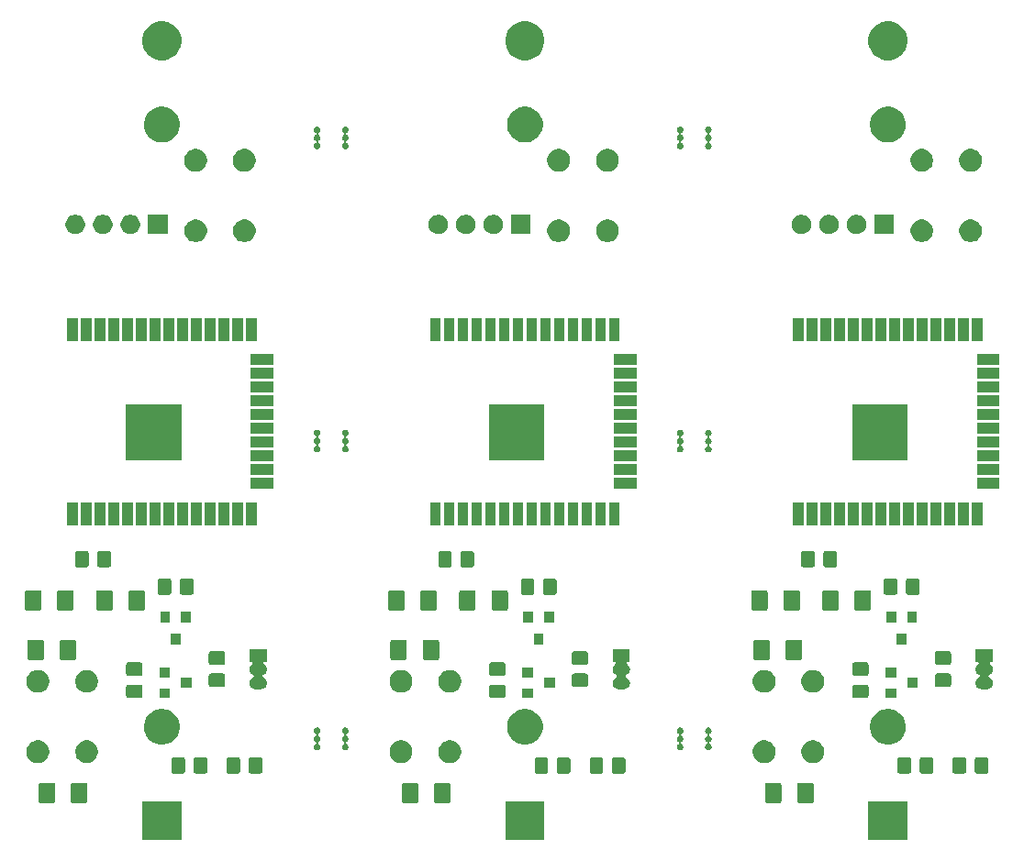
<source format=gbr>
G04 #@! TF.GenerationSoftware,KiCad,Pcbnew,5.1.6-c6e7f7d~87~ubuntu20.04.1*
G04 #@! TF.CreationDate,2020-11-03T14:00:41+02:00*
G04 #@! TF.ProjectId,temp_monitor,74656d70-5f6d-46f6-9e69-746f722e6b69,rev?*
G04 #@! TF.SameCoordinates,Original*
G04 #@! TF.FileFunction,Soldermask,Top*
G04 #@! TF.FilePolarity,Negative*
%FSLAX46Y46*%
G04 Gerber Fmt 4.6, Leading zero omitted, Abs format (unit mm)*
G04 Created by KiCad (PCBNEW 5.1.6-c6e7f7d~87~ubuntu20.04.1) date 2020-11-03 14:00:41*
%MOMM*%
%LPD*%
G01*
G04 APERTURE LIST*
%ADD10C,0.100000*%
G04 APERTURE END LIST*
D10*
G36*
X108171000Y-99337000D02*
G01*
X104569000Y-99337000D01*
X104569000Y-95735000D01*
X108171000Y-95735000D01*
X108171000Y-99337000D01*
G37*
G36*
X41171000Y-99337000D02*
G01*
X37569000Y-99337000D01*
X37569000Y-95735000D01*
X41171000Y-95735000D01*
X41171000Y-99337000D01*
G37*
G36*
X74671000Y-99337000D02*
G01*
X71069000Y-99337000D01*
X71069000Y-95735000D01*
X74671000Y-95735000D01*
X74671000Y-99337000D01*
G37*
G36*
X62888062Y-94074181D02*
G01*
X62922981Y-94084774D01*
X62955163Y-94101976D01*
X62983373Y-94125127D01*
X63006524Y-94153337D01*
X63023726Y-94185519D01*
X63034319Y-94220438D01*
X63038500Y-94262895D01*
X63038500Y-95729105D01*
X63034319Y-95771562D01*
X63023726Y-95806481D01*
X63006524Y-95838663D01*
X62983373Y-95866873D01*
X62955163Y-95890024D01*
X62922981Y-95907226D01*
X62888062Y-95917819D01*
X62845605Y-95922000D01*
X61704395Y-95922000D01*
X61661938Y-95917819D01*
X61627019Y-95907226D01*
X61594837Y-95890024D01*
X61566627Y-95866873D01*
X61543476Y-95838663D01*
X61526274Y-95806481D01*
X61515681Y-95771562D01*
X61511500Y-95729105D01*
X61511500Y-94262895D01*
X61515681Y-94220438D01*
X61526274Y-94185519D01*
X61543476Y-94153337D01*
X61566627Y-94125127D01*
X61594837Y-94101976D01*
X61627019Y-94084774D01*
X61661938Y-94074181D01*
X61704395Y-94070000D01*
X62845605Y-94070000D01*
X62888062Y-94074181D01*
G37*
G36*
X65863062Y-94074181D02*
G01*
X65897981Y-94084774D01*
X65930163Y-94101976D01*
X65958373Y-94125127D01*
X65981524Y-94153337D01*
X65998726Y-94185519D01*
X66009319Y-94220438D01*
X66013500Y-94262895D01*
X66013500Y-95729105D01*
X66009319Y-95771562D01*
X65998726Y-95806481D01*
X65981524Y-95838663D01*
X65958373Y-95866873D01*
X65930163Y-95890024D01*
X65897981Y-95907226D01*
X65863062Y-95917819D01*
X65820605Y-95922000D01*
X64679395Y-95922000D01*
X64636938Y-95917819D01*
X64602019Y-95907226D01*
X64569837Y-95890024D01*
X64541627Y-95866873D01*
X64518476Y-95838663D01*
X64501274Y-95806481D01*
X64490681Y-95771562D01*
X64486500Y-95729105D01*
X64486500Y-94262895D01*
X64490681Y-94220438D01*
X64501274Y-94185519D01*
X64518476Y-94153337D01*
X64541627Y-94125127D01*
X64569837Y-94101976D01*
X64602019Y-94084774D01*
X64636938Y-94074181D01*
X64679395Y-94070000D01*
X65820605Y-94070000D01*
X65863062Y-94074181D01*
G37*
G36*
X32363062Y-94074181D02*
G01*
X32397981Y-94084774D01*
X32430163Y-94101976D01*
X32458373Y-94125127D01*
X32481524Y-94153337D01*
X32498726Y-94185519D01*
X32509319Y-94220438D01*
X32513500Y-94262895D01*
X32513500Y-95729105D01*
X32509319Y-95771562D01*
X32498726Y-95806481D01*
X32481524Y-95838663D01*
X32458373Y-95866873D01*
X32430163Y-95890024D01*
X32397981Y-95907226D01*
X32363062Y-95917819D01*
X32320605Y-95922000D01*
X31179395Y-95922000D01*
X31136938Y-95917819D01*
X31102019Y-95907226D01*
X31069837Y-95890024D01*
X31041627Y-95866873D01*
X31018476Y-95838663D01*
X31001274Y-95806481D01*
X30990681Y-95771562D01*
X30986500Y-95729105D01*
X30986500Y-94262895D01*
X30990681Y-94220438D01*
X31001274Y-94185519D01*
X31018476Y-94153337D01*
X31041627Y-94125127D01*
X31069837Y-94101976D01*
X31102019Y-94084774D01*
X31136938Y-94074181D01*
X31179395Y-94070000D01*
X32320605Y-94070000D01*
X32363062Y-94074181D01*
G37*
G36*
X29388062Y-94074181D02*
G01*
X29422981Y-94084774D01*
X29455163Y-94101976D01*
X29483373Y-94125127D01*
X29506524Y-94153337D01*
X29523726Y-94185519D01*
X29534319Y-94220438D01*
X29538500Y-94262895D01*
X29538500Y-95729105D01*
X29534319Y-95771562D01*
X29523726Y-95806481D01*
X29506524Y-95838663D01*
X29483373Y-95866873D01*
X29455163Y-95890024D01*
X29422981Y-95907226D01*
X29388062Y-95917819D01*
X29345605Y-95922000D01*
X28204395Y-95922000D01*
X28161938Y-95917819D01*
X28127019Y-95907226D01*
X28094837Y-95890024D01*
X28066627Y-95866873D01*
X28043476Y-95838663D01*
X28026274Y-95806481D01*
X28015681Y-95771562D01*
X28011500Y-95729105D01*
X28011500Y-94262895D01*
X28015681Y-94220438D01*
X28026274Y-94185519D01*
X28043476Y-94153337D01*
X28066627Y-94125127D01*
X28094837Y-94101976D01*
X28127019Y-94084774D01*
X28161938Y-94074181D01*
X28204395Y-94070000D01*
X29345605Y-94070000D01*
X29388062Y-94074181D01*
G37*
G36*
X96388062Y-94074181D02*
G01*
X96422981Y-94084774D01*
X96455163Y-94101976D01*
X96483373Y-94125127D01*
X96506524Y-94153337D01*
X96523726Y-94185519D01*
X96534319Y-94220438D01*
X96538500Y-94262895D01*
X96538500Y-95729105D01*
X96534319Y-95771562D01*
X96523726Y-95806481D01*
X96506524Y-95838663D01*
X96483373Y-95866873D01*
X96455163Y-95890024D01*
X96422981Y-95907226D01*
X96388062Y-95917819D01*
X96345605Y-95922000D01*
X95204395Y-95922000D01*
X95161938Y-95917819D01*
X95127019Y-95907226D01*
X95094837Y-95890024D01*
X95066627Y-95866873D01*
X95043476Y-95838663D01*
X95026274Y-95806481D01*
X95015681Y-95771562D01*
X95011500Y-95729105D01*
X95011500Y-94262895D01*
X95015681Y-94220438D01*
X95026274Y-94185519D01*
X95043476Y-94153337D01*
X95066627Y-94125127D01*
X95094837Y-94101976D01*
X95127019Y-94084774D01*
X95161938Y-94074181D01*
X95204395Y-94070000D01*
X96345605Y-94070000D01*
X96388062Y-94074181D01*
G37*
G36*
X99363062Y-94074181D02*
G01*
X99397981Y-94084774D01*
X99430163Y-94101976D01*
X99458373Y-94125127D01*
X99481524Y-94153337D01*
X99498726Y-94185519D01*
X99509319Y-94220438D01*
X99513500Y-94262895D01*
X99513500Y-95729105D01*
X99509319Y-95771562D01*
X99498726Y-95806481D01*
X99481524Y-95838663D01*
X99458373Y-95866873D01*
X99430163Y-95890024D01*
X99397981Y-95907226D01*
X99363062Y-95917819D01*
X99320605Y-95922000D01*
X98179395Y-95922000D01*
X98136938Y-95917819D01*
X98102019Y-95907226D01*
X98069837Y-95890024D01*
X98041627Y-95866873D01*
X98018476Y-95838663D01*
X98001274Y-95806481D01*
X97990681Y-95771562D01*
X97986500Y-95729105D01*
X97986500Y-94262895D01*
X97990681Y-94220438D01*
X98001274Y-94185519D01*
X98018476Y-94153337D01*
X98041627Y-94125127D01*
X98069837Y-94101976D01*
X98102019Y-94084774D01*
X98136938Y-94074181D01*
X98179395Y-94070000D01*
X99320605Y-94070000D01*
X99363062Y-94074181D01*
G37*
G36*
X108348674Y-91709465D02*
G01*
X108386367Y-91720899D01*
X108421103Y-91739466D01*
X108451548Y-91764452D01*
X108476534Y-91794897D01*
X108495101Y-91829633D01*
X108506535Y-91867326D01*
X108511000Y-91912661D01*
X108511000Y-92999339D01*
X108506535Y-93044674D01*
X108495101Y-93082367D01*
X108476534Y-93117103D01*
X108451548Y-93147548D01*
X108421103Y-93172534D01*
X108386367Y-93191101D01*
X108348674Y-93202535D01*
X108303339Y-93207000D01*
X107466661Y-93207000D01*
X107421326Y-93202535D01*
X107383633Y-93191101D01*
X107348897Y-93172534D01*
X107318452Y-93147548D01*
X107293466Y-93117103D01*
X107274899Y-93082367D01*
X107263465Y-93044674D01*
X107259000Y-92999339D01*
X107259000Y-91912661D01*
X107263465Y-91867326D01*
X107274899Y-91829633D01*
X107293466Y-91794897D01*
X107318452Y-91764452D01*
X107348897Y-91739466D01*
X107383633Y-91720899D01*
X107421326Y-91709465D01*
X107466661Y-91705000D01*
X108303339Y-91705000D01*
X108348674Y-91709465D01*
G37*
G36*
X41348674Y-91709465D02*
G01*
X41386367Y-91720899D01*
X41421103Y-91739466D01*
X41451548Y-91764452D01*
X41476534Y-91794897D01*
X41495101Y-91829633D01*
X41506535Y-91867326D01*
X41511000Y-91912661D01*
X41511000Y-92999339D01*
X41506535Y-93044674D01*
X41495101Y-93082367D01*
X41476534Y-93117103D01*
X41451548Y-93147548D01*
X41421103Y-93172534D01*
X41386367Y-93191101D01*
X41348674Y-93202535D01*
X41303339Y-93207000D01*
X40466661Y-93207000D01*
X40421326Y-93202535D01*
X40383633Y-93191101D01*
X40348897Y-93172534D01*
X40318452Y-93147548D01*
X40293466Y-93117103D01*
X40274899Y-93082367D01*
X40263465Y-93044674D01*
X40259000Y-92999339D01*
X40259000Y-91912661D01*
X40263465Y-91867326D01*
X40274899Y-91829633D01*
X40293466Y-91794897D01*
X40318452Y-91764452D01*
X40348897Y-91739466D01*
X40383633Y-91720899D01*
X40421326Y-91709465D01*
X40466661Y-91705000D01*
X41303339Y-91705000D01*
X41348674Y-91709465D01*
G37*
G36*
X43398674Y-91709465D02*
G01*
X43436367Y-91720899D01*
X43471103Y-91739466D01*
X43501548Y-91764452D01*
X43526534Y-91794897D01*
X43545101Y-91829633D01*
X43556535Y-91867326D01*
X43561000Y-91912661D01*
X43561000Y-92999339D01*
X43556535Y-93044674D01*
X43545101Y-93082367D01*
X43526534Y-93117103D01*
X43501548Y-93147548D01*
X43471103Y-93172534D01*
X43436367Y-93191101D01*
X43398674Y-93202535D01*
X43353339Y-93207000D01*
X42516661Y-93207000D01*
X42471326Y-93202535D01*
X42433633Y-93191101D01*
X42398897Y-93172534D01*
X42368452Y-93147548D01*
X42343466Y-93117103D01*
X42324899Y-93082367D01*
X42313465Y-93044674D01*
X42309000Y-92999339D01*
X42309000Y-91912661D01*
X42313465Y-91867326D01*
X42324899Y-91829633D01*
X42343466Y-91794897D01*
X42368452Y-91764452D01*
X42398897Y-91739466D01*
X42433633Y-91720899D01*
X42471326Y-91709465D01*
X42516661Y-91705000D01*
X43353339Y-91705000D01*
X43398674Y-91709465D01*
G37*
G36*
X48478674Y-91709465D02*
G01*
X48516367Y-91720899D01*
X48551103Y-91739466D01*
X48581548Y-91764452D01*
X48606534Y-91794897D01*
X48625101Y-91829633D01*
X48636535Y-91867326D01*
X48641000Y-91912661D01*
X48641000Y-92999339D01*
X48636535Y-93044674D01*
X48625101Y-93082367D01*
X48606534Y-93117103D01*
X48581548Y-93147548D01*
X48551103Y-93172534D01*
X48516367Y-93191101D01*
X48478674Y-93202535D01*
X48433339Y-93207000D01*
X47596661Y-93207000D01*
X47551326Y-93202535D01*
X47513633Y-93191101D01*
X47478897Y-93172534D01*
X47448452Y-93147548D01*
X47423466Y-93117103D01*
X47404899Y-93082367D01*
X47393465Y-93044674D01*
X47389000Y-92999339D01*
X47389000Y-91912661D01*
X47393465Y-91867326D01*
X47404899Y-91829633D01*
X47423466Y-91794897D01*
X47448452Y-91764452D01*
X47478897Y-91739466D01*
X47513633Y-91720899D01*
X47551326Y-91709465D01*
X47596661Y-91705000D01*
X48433339Y-91705000D01*
X48478674Y-91709465D01*
G37*
G36*
X46428674Y-91709465D02*
G01*
X46466367Y-91720899D01*
X46501103Y-91739466D01*
X46531548Y-91764452D01*
X46556534Y-91794897D01*
X46575101Y-91829633D01*
X46586535Y-91867326D01*
X46591000Y-91912661D01*
X46591000Y-92999339D01*
X46586535Y-93044674D01*
X46575101Y-93082367D01*
X46556534Y-93117103D01*
X46531548Y-93147548D01*
X46501103Y-93172534D01*
X46466367Y-93191101D01*
X46428674Y-93202535D01*
X46383339Y-93207000D01*
X45546661Y-93207000D01*
X45501326Y-93202535D01*
X45463633Y-93191101D01*
X45428897Y-93172534D01*
X45398452Y-93147548D01*
X45373466Y-93117103D01*
X45354899Y-93082367D01*
X45343465Y-93044674D01*
X45339000Y-92999339D01*
X45339000Y-91912661D01*
X45343465Y-91867326D01*
X45354899Y-91829633D01*
X45373466Y-91794897D01*
X45398452Y-91764452D01*
X45428897Y-91739466D01*
X45463633Y-91720899D01*
X45501326Y-91709465D01*
X45546661Y-91705000D01*
X46383339Y-91705000D01*
X46428674Y-91709465D01*
G37*
G36*
X79928674Y-91709465D02*
G01*
X79966367Y-91720899D01*
X80001103Y-91739466D01*
X80031548Y-91764452D01*
X80056534Y-91794897D01*
X80075101Y-91829633D01*
X80086535Y-91867326D01*
X80091000Y-91912661D01*
X80091000Y-92999339D01*
X80086535Y-93044674D01*
X80075101Y-93082367D01*
X80056534Y-93117103D01*
X80031548Y-93147548D01*
X80001103Y-93172534D01*
X79966367Y-93191101D01*
X79928674Y-93202535D01*
X79883339Y-93207000D01*
X79046661Y-93207000D01*
X79001326Y-93202535D01*
X78963633Y-93191101D01*
X78928897Y-93172534D01*
X78898452Y-93147548D01*
X78873466Y-93117103D01*
X78854899Y-93082367D01*
X78843465Y-93044674D01*
X78839000Y-92999339D01*
X78839000Y-91912661D01*
X78843465Y-91867326D01*
X78854899Y-91829633D01*
X78873466Y-91794897D01*
X78898452Y-91764452D01*
X78928897Y-91739466D01*
X78963633Y-91720899D01*
X79001326Y-91709465D01*
X79046661Y-91705000D01*
X79883339Y-91705000D01*
X79928674Y-91709465D01*
G37*
G36*
X81978674Y-91709465D02*
G01*
X82016367Y-91720899D01*
X82051103Y-91739466D01*
X82081548Y-91764452D01*
X82106534Y-91794897D01*
X82125101Y-91829633D01*
X82136535Y-91867326D01*
X82141000Y-91912661D01*
X82141000Y-92999339D01*
X82136535Y-93044674D01*
X82125101Y-93082367D01*
X82106534Y-93117103D01*
X82081548Y-93147548D01*
X82051103Y-93172534D01*
X82016367Y-93191101D01*
X81978674Y-93202535D01*
X81933339Y-93207000D01*
X81096661Y-93207000D01*
X81051326Y-93202535D01*
X81013633Y-93191101D01*
X80978897Y-93172534D01*
X80948452Y-93147548D01*
X80923466Y-93117103D01*
X80904899Y-93082367D01*
X80893465Y-93044674D01*
X80889000Y-92999339D01*
X80889000Y-91912661D01*
X80893465Y-91867326D01*
X80904899Y-91829633D01*
X80923466Y-91794897D01*
X80948452Y-91764452D01*
X80978897Y-91739466D01*
X81013633Y-91720899D01*
X81051326Y-91709465D01*
X81096661Y-91705000D01*
X81933339Y-91705000D01*
X81978674Y-91709465D01*
G37*
G36*
X76898674Y-91709465D02*
G01*
X76936367Y-91720899D01*
X76971103Y-91739466D01*
X77001548Y-91764452D01*
X77026534Y-91794897D01*
X77045101Y-91829633D01*
X77056535Y-91867326D01*
X77061000Y-91912661D01*
X77061000Y-92999339D01*
X77056535Y-93044674D01*
X77045101Y-93082367D01*
X77026534Y-93117103D01*
X77001548Y-93147548D01*
X76971103Y-93172534D01*
X76936367Y-93191101D01*
X76898674Y-93202535D01*
X76853339Y-93207000D01*
X76016661Y-93207000D01*
X75971326Y-93202535D01*
X75933633Y-93191101D01*
X75898897Y-93172534D01*
X75868452Y-93147548D01*
X75843466Y-93117103D01*
X75824899Y-93082367D01*
X75813465Y-93044674D01*
X75809000Y-92999339D01*
X75809000Y-91912661D01*
X75813465Y-91867326D01*
X75824899Y-91829633D01*
X75843466Y-91794897D01*
X75868452Y-91764452D01*
X75898897Y-91739466D01*
X75933633Y-91720899D01*
X75971326Y-91709465D01*
X76016661Y-91705000D01*
X76853339Y-91705000D01*
X76898674Y-91709465D01*
G37*
G36*
X74848674Y-91709465D02*
G01*
X74886367Y-91720899D01*
X74921103Y-91739466D01*
X74951548Y-91764452D01*
X74976534Y-91794897D01*
X74995101Y-91829633D01*
X75006535Y-91867326D01*
X75011000Y-91912661D01*
X75011000Y-92999339D01*
X75006535Y-93044674D01*
X74995101Y-93082367D01*
X74976534Y-93117103D01*
X74951548Y-93147548D01*
X74921103Y-93172534D01*
X74886367Y-93191101D01*
X74848674Y-93202535D01*
X74803339Y-93207000D01*
X73966661Y-93207000D01*
X73921326Y-93202535D01*
X73883633Y-93191101D01*
X73848897Y-93172534D01*
X73818452Y-93147548D01*
X73793466Y-93117103D01*
X73774899Y-93082367D01*
X73763465Y-93044674D01*
X73759000Y-92999339D01*
X73759000Y-91912661D01*
X73763465Y-91867326D01*
X73774899Y-91829633D01*
X73793466Y-91794897D01*
X73818452Y-91764452D01*
X73848897Y-91739466D01*
X73883633Y-91720899D01*
X73921326Y-91709465D01*
X73966661Y-91705000D01*
X74803339Y-91705000D01*
X74848674Y-91709465D01*
G37*
G36*
X110398674Y-91709465D02*
G01*
X110436367Y-91720899D01*
X110471103Y-91739466D01*
X110501548Y-91764452D01*
X110526534Y-91794897D01*
X110545101Y-91829633D01*
X110556535Y-91867326D01*
X110561000Y-91912661D01*
X110561000Y-92999339D01*
X110556535Y-93044674D01*
X110545101Y-93082367D01*
X110526534Y-93117103D01*
X110501548Y-93147548D01*
X110471103Y-93172534D01*
X110436367Y-93191101D01*
X110398674Y-93202535D01*
X110353339Y-93207000D01*
X109516661Y-93207000D01*
X109471326Y-93202535D01*
X109433633Y-93191101D01*
X109398897Y-93172534D01*
X109368452Y-93147548D01*
X109343466Y-93117103D01*
X109324899Y-93082367D01*
X109313465Y-93044674D01*
X109309000Y-92999339D01*
X109309000Y-91912661D01*
X109313465Y-91867326D01*
X109324899Y-91829633D01*
X109343466Y-91794897D01*
X109368452Y-91764452D01*
X109398897Y-91739466D01*
X109433633Y-91720899D01*
X109471326Y-91709465D01*
X109516661Y-91705000D01*
X110353339Y-91705000D01*
X110398674Y-91709465D01*
G37*
G36*
X115478674Y-91709465D02*
G01*
X115516367Y-91720899D01*
X115551103Y-91739466D01*
X115581548Y-91764452D01*
X115606534Y-91794897D01*
X115625101Y-91829633D01*
X115636535Y-91867326D01*
X115641000Y-91912661D01*
X115641000Y-92999339D01*
X115636535Y-93044674D01*
X115625101Y-93082367D01*
X115606534Y-93117103D01*
X115581548Y-93147548D01*
X115551103Y-93172534D01*
X115516367Y-93191101D01*
X115478674Y-93202535D01*
X115433339Y-93207000D01*
X114596661Y-93207000D01*
X114551326Y-93202535D01*
X114513633Y-93191101D01*
X114478897Y-93172534D01*
X114448452Y-93147548D01*
X114423466Y-93117103D01*
X114404899Y-93082367D01*
X114393465Y-93044674D01*
X114389000Y-92999339D01*
X114389000Y-91912661D01*
X114393465Y-91867326D01*
X114404899Y-91829633D01*
X114423466Y-91794897D01*
X114448452Y-91764452D01*
X114478897Y-91739466D01*
X114513633Y-91720899D01*
X114551326Y-91709465D01*
X114596661Y-91705000D01*
X115433339Y-91705000D01*
X115478674Y-91709465D01*
G37*
G36*
X113428674Y-91709465D02*
G01*
X113466367Y-91720899D01*
X113501103Y-91739466D01*
X113531548Y-91764452D01*
X113556534Y-91794897D01*
X113575101Y-91829633D01*
X113586535Y-91867326D01*
X113591000Y-91912661D01*
X113591000Y-92999339D01*
X113586535Y-93044674D01*
X113575101Y-93082367D01*
X113556534Y-93117103D01*
X113531548Y-93147548D01*
X113501103Y-93172534D01*
X113466367Y-93191101D01*
X113428674Y-93202535D01*
X113383339Y-93207000D01*
X112546661Y-93207000D01*
X112501326Y-93202535D01*
X112463633Y-93191101D01*
X112428897Y-93172534D01*
X112398452Y-93147548D01*
X112373466Y-93117103D01*
X112354899Y-93082367D01*
X112343465Y-93044674D01*
X112339000Y-92999339D01*
X112339000Y-91912661D01*
X112343465Y-91867326D01*
X112354899Y-91829633D01*
X112373466Y-91794897D01*
X112398452Y-91764452D01*
X112428897Y-91739466D01*
X112463633Y-91720899D01*
X112501326Y-91709465D01*
X112546661Y-91705000D01*
X113383339Y-91705000D01*
X113428674Y-91709465D01*
G37*
G36*
X61746564Y-90175389D02*
G01*
X61937833Y-90254615D01*
X61937835Y-90254616D01*
X62109973Y-90369635D01*
X62256365Y-90516027D01*
X62354037Y-90662203D01*
X62371385Y-90688167D01*
X62450611Y-90879436D01*
X62491000Y-91082484D01*
X62491000Y-91289516D01*
X62450611Y-91492564D01*
X62371385Y-91683833D01*
X62371384Y-91683835D01*
X62256365Y-91855973D01*
X62109973Y-92002365D01*
X61937835Y-92117384D01*
X61937834Y-92117385D01*
X61937833Y-92117385D01*
X61746564Y-92196611D01*
X61543516Y-92237000D01*
X61336484Y-92237000D01*
X61133436Y-92196611D01*
X60942167Y-92117385D01*
X60942166Y-92117385D01*
X60942165Y-92117384D01*
X60770027Y-92002365D01*
X60623635Y-91855973D01*
X60508616Y-91683835D01*
X60508615Y-91683833D01*
X60429389Y-91492564D01*
X60389000Y-91289516D01*
X60389000Y-91082484D01*
X60429389Y-90879436D01*
X60508615Y-90688167D01*
X60525964Y-90662203D01*
X60623635Y-90516027D01*
X60770027Y-90369635D01*
X60942165Y-90254616D01*
X60942167Y-90254615D01*
X61133436Y-90175389D01*
X61336484Y-90135000D01*
X61543516Y-90135000D01*
X61746564Y-90175389D01*
G37*
G36*
X66246564Y-90175389D02*
G01*
X66437833Y-90254615D01*
X66437835Y-90254616D01*
X66609973Y-90369635D01*
X66756365Y-90516027D01*
X66854037Y-90662203D01*
X66871385Y-90688167D01*
X66950611Y-90879436D01*
X66991000Y-91082484D01*
X66991000Y-91289516D01*
X66950611Y-91492564D01*
X66871385Y-91683833D01*
X66871384Y-91683835D01*
X66756365Y-91855973D01*
X66609973Y-92002365D01*
X66437835Y-92117384D01*
X66437834Y-92117385D01*
X66437833Y-92117385D01*
X66246564Y-92196611D01*
X66043516Y-92237000D01*
X65836484Y-92237000D01*
X65633436Y-92196611D01*
X65442167Y-92117385D01*
X65442166Y-92117385D01*
X65442165Y-92117384D01*
X65270027Y-92002365D01*
X65123635Y-91855973D01*
X65008616Y-91683835D01*
X65008615Y-91683833D01*
X64929389Y-91492564D01*
X64889000Y-91289516D01*
X64889000Y-91082484D01*
X64929389Y-90879436D01*
X65008615Y-90688167D01*
X65025964Y-90662203D01*
X65123635Y-90516027D01*
X65270027Y-90369635D01*
X65442165Y-90254616D01*
X65442167Y-90254615D01*
X65633436Y-90175389D01*
X65836484Y-90135000D01*
X66043516Y-90135000D01*
X66246564Y-90175389D01*
G37*
G36*
X95246564Y-90175389D02*
G01*
X95437833Y-90254615D01*
X95437835Y-90254616D01*
X95609973Y-90369635D01*
X95756365Y-90516027D01*
X95854037Y-90662203D01*
X95871385Y-90688167D01*
X95950611Y-90879436D01*
X95991000Y-91082484D01*
X95991000Y-91289516D01*
X95950611Y-91492564D01*
X95871385Y-91683833D01*
X95871384Y-91683835D01*
X95756365Y-91855973D01*
X95609973Y-92002365D01*
X95437835Y-92117384D01*
X95437834Y-92117385D01*
X95437833Y-92117385D01*
X95246564Y-92196611D01*
X95043516Y-92237000D01*
X94836484Y-92237000D01*
X94633436Y-92196611D01*
X94442167Y-92117385D01*
X94442166Y-92117385D01*
X94442165Y-92117384D01*
X94270027Y-92002365D01*
X94123635Y-91855973D01*
X94008616Y-91683835D01*
X94008615Y-91683833D01*
X93929389Y-91492564D01*
X93889000Y-91289516D01*
X93889000Y-91082484D01*
X93929389Y-90879436D01*
X94008615Y-90688167D01*
X94025964Y-90662203D01*
X94123635Y-90516027D01*
X94270027Y-90369635D01*
X94442165Y-90254616D01*
X94442167Y-90254615D01*
X94633436Y-90175389D01*
X94836484Y-90135000D01*
X95043516Y-90135000D01*
X95246564Y-90175389D01*
G37*
G36*
X99746564Y-90175389D02*
G01*
X99937833Y-90254615D01*
X99937835Y-90254616D01*
X100109973Y-90369635D01*
X100256365Y-90516027D01*
X100354037Y-90662203D01*
X100371385Y-90688167D01*
X100450611Y-90879436D01*
X100491000Y-91082484D01*
X100491000Y-91289516D01*
X100450611Y-91492564D01*
X100371385Y-91683833D01*
X100371384Y-91683835D01*
X100256365Y-91855973D01*
X100109973Y-92002365D01*
X99937835Y-92117384D01*
X99937834Y-92117385D01*
X99937833Y-92117385D01*
X99746564Y-92196611D01*
X99543516Y-92237000D01*
X99336484Y-92237000D01*
X99133436Y-92196611D01*
X98942167Y-92117385D01*
X98942166Y-92117385D01*
X98942165Y-92117384D01*
X98770027Y-92002365D01*
X98623635Y-91855973D01*
X98508616Y-91683835D01*
X98508615Y-91683833D01*
X98429389Y-91492564D01*
X98389000Y-91289516D01*
X98389000Y-91082484D01*
X98429389Y-90879436D01*
X98508615Y-90688167D01*
X98525964Y-90662203D01*
X98623635Y-90516027D01*
X98770027Y-90369635D01*
X98942165Y-90254616D01*
X98942167Y-90254615D01*
X99133436Y-90175389D01*
X99336484Y-90135000D01*
X99543516Y-90135000D01*
X99746564Y-90175389D01*
G37*
G36*
X28246564Y-90175389D02*
G01*
X28437833Y-90254615D01*
X28437835Y-90254616D01*
X28609973Y-90369635D01*
X28756365Y-90516027D01*
X28854037Y-90662203D01*
X28871385Y-90688167D01*
X28950611Y-90879436D01*
X28991000Y-91082484D01*
X28991000Y-91289516D01*
X28950611Y-91492564D01*
X28871385Y-91683833D01*
X28871384Y-91683835D01*
X28756365Y-91855973D01*
X28609973Y-92002365D01*
X28437835Y-92117384D01*
X28437834Y-92117385D01*
X28437833Y-92117385D01*
X28246564Y-92196611D01*
X28043516Y-92237000D01*
X27836484Y-92237000D01*
X27633436Y-92196611D01*
X27442167Y-92117385D01*
X27442166Y-92117385D01*
X27442165Y-92117384D01*
X27270027Y-92002365D01*
X27123635Y-91855973D01*
X27008616Y-91683835D01*
X27008615Y-91683833D01*
X26929389Y-91492564D01*
X26889000Y-91289516D01*
X26889000Y-91082484D01*
X26929389Y-90879436D01*
X27008615Y-90688167D01*
X27025964Y-90662203D01*
X27123635Y-90516027D01*
X27270027Y-90369635D01*
X27442165Y-90254616D01*
X27442167Y-90254615D01*
X27633436Y-90175389D01*
X27836484Y-90135000D01*
X28043516Y-90135000D01*
X28246564Y-90175389D01*
G37*
G36*
X32746564Y-90175389D02*
G01*
X32937833Y-90254615D01*
X32937835Y-90254616D01*
X33109973Y-90369635D01*
X33256365Y-90516027D01*
X33354037Y-90662203D01*
X33371385Y-90688167D01*
X33450611Y-90879436D01*
X33491000Y-91082484D01*
X33491000Y-91289516D01*
X33450611Y-91492564D01*
X33371385Y-91683833D01*
X33371384Y-91683835D01*
X33256365Y-91855973D01*
X33109973Y-92002365D01*
X32937835Y-92117384D01*
X32937834Y-92117385D01*
X32937833Y-92117385D01*
X32746564Y-92196611D01*
X32543516Y-92237000D01*
X32336484Y-92237000D01*
X32133436Y-92196611D01*
X31942167Y-92117385D01*
X31942166Y-92117385D01*
X31942165Y-92117384D01*
X31770027Y-92002365D01*
X31623635Y-91855973D01*
X31508616Y-91683835D01*
X31508615Y-91683833D01*
X31429389Y-91492564D01*
X31389000Y-91289516D01*
X31389000Y-91082484D01*
X31429389Y-90879436D01*
X31508615Y-90688167D01*
X31525964Y-90662203D01*
X31623635Y-90516027D01*
X31770027Y-90369635D01*
X31942165Y-90254616D01*
X31942167Y-90254615D01*
X32133436Y-90175389D01*
X32336484Y-90135000D01*
X32543516Y-90135000D01*
X32746564Y-90175389D01*
G37*
G36*
X56387797Y-88960567D02*
G01*
X56442575Y-88983257D01*
X56442577Y-88983258D01*
X56491876Y-89016198D01*
X56533802Y-89058124D01*
X56566742Y-89107423D01*
X56566743Y-89107425D01*
X56589433Y-89162203D01*
X56601000Y-89220353D01*
X56601000Y-89279647D01*
X56589433Y-89337797D01*
X56566743Y-89392575D01*
X56566742Y-89392577D01*
X56533802Y-89441876D01*
X56491876Y-89483802D01*
X56442577Y-89516742D01*
X56436104Y-89521067D01*
X56417162Y-89536612D01*
X56401617Y-89555554D01*
X56390066Y-89577165D01*
X56382953Y-89600614D01*
X56380551Y-89625000D01*
X56382953Y-89649386D01*
X56390066Y-89672835D01*
X56401617Y-89694446D01*
X56417162Y-89713388D01*
X56436104Y-89728933D01*
X56442577Y-89733258D01*
X56491876Y-89766198D01*
X56533802Y-89808124D01*
X56566742Y-89857423D01*
X56566743Y-89857425D01*
X56589433Y-89912203D01*
X56601000Y-89970353D01*
X56601000Y-90029647D01*
X56589433Y-90087797D01*
X56566743Y-90142575D01*
X56566742Y-90142577D01*
X56533802Y-90191876D01*
X56491876Y-90233802D01*
X56460725Y-90254616D01*
X56436104Y-90271067D01*
X56417162Y-90286612D01*
X56401617Y-90305554D01*
X56390066Y-90327165D01*
X56382953Y-90350614D01*
X56380551Y-90375000D01*
X56382953Y-90399386D01*
X56390066Y-90422835D01*
X56401617Y-90444446D01*
X56417162Y-90463388D01*
X56436104Y-90478933D01*
X56442577Y-90483258D01*
X56491876Y-90516198D01*
X56533802Y-90558124D01*
X56566742Y-90607423D01*
X56566743Y-90607425D01*
X56589433Y-90662203D01*
X56601000Y-90720353D01*
X56601000Y-90779647D01*
X56589433Y-90837797D01*
X56572186Y-90879435D01*
X56566742Y-90892577D01*
X56533802Y-90941876D01*
X56491876Y-90983802D01*
X56442577Y-91016742D01*
X56442576Y-91016743D01*
X56442575Y-91016743D01*
X56387797Y-91039433D01*
X56329647Y-91051000D01*
X56270353Y-91051000D01*
X56212203Y-91039433D01*
X56157425Y-91016743D01*
X56157424Y-91016743D01*
X56157423Y-91016742D01*
X56108124Y-90983802D01*
X56066198Y-90941876D01*
X56033258Y-90892577D01*
X56027814Y-90879435D01*
X56010567Y-90837797D01*
X55999000Y-90779647D01*
X55999000Y-90720353D01*
X56010567Y-90662203D01*
X56033257Y-90607425D01*
X56033258Y-90607423D01*
X56066198Y-90558124D01*
X56108124Y-90516198D01*
X56157423Y-90483258D01*
X56163896Y-90478933D01*
X56182838Y-90463388D01*
X56198383Y-90444446D01*
X56209934Y-90422835D01*
X56217047Y-90399386D01*
X56219449Y-90375000D01*
X56217047Y-90350614D01*
X56209934Y-90327165D01*
X56198383Y-90305554D01*
X56182838Y-90286612D01*
X56163896Y-90271067D01*
X56139275Y-90254616D01*
X56108124Y-90233802D01*
X56066198Y-90191876D01*
X56033258Y-90142577D01*
X56033257Y-90142575D01*
X56010567Y-90087797D01*
X55999000Y-90029647D01*
X55999000Y-89970353D01*
X56010567Y-89912203D01*
X56033257Y-89857425D01*
X56033258Y-89857423D01*
X56066198Y-89808124D01*
X56108124Y-89766198D01*
X56157423Y-89733258D01*
X56163896Y-89728933D01*
X56182838Y-89713388D01*
X56198383Y-89694446D01*
X56209934Y-89672835D01*
X56217047Y-89649386D01*
X56219449Y-89625000D01*
X56217047Y-89600614D01*
X56209934Y-89577165D01*
X56198383Y-89555554D01*
X56182838Y-89536612D01*
X56163896Y-89521067D01*
X56157423Y-89516742D01*
X56108124Y-89483802D01*
X56066198Y-89441876D01*
X56033258Y-89392577D01*
X56033257Y-89392575D01*
X56010567Y-89337797D01*
X55999000Y-89279647D01*
X55999000Y-89220353D01*
X56010567Y-89162203D01*
X56033257Y-89107425D01*
X56033258Y-89107423D01*
X56066198Y-89058124D01*
X56108124Y-89016198D01*
X56157423Y-88983258D01*
X56157425Y-88983257D01*
X56212203Y-88960567D01*
X56270353Y-88949000D01*
X56329647Y-88949000D01*
X56387797Y-88960567D01*
G37*
G36*
X53787797Y-88960567D02*
G01*
X53842575Y-88983257D01*
X53842577Y-88983258D01*
X53891876Y-89016198D01*
X53933802Y-89058124D01*
X53966742Y-89107423D01*
X53966743Y-89107425D01*
X53989433Y-89162203D01*
X54001000Y-89220353D01*
X54001000Y-89279647D01*
X53989433Y-89337797D01*
X53966743Y-89392575D01*
X53966742Y-89392577D01*
X53933802Y-89441876D01*
X53891876Y-89483802D01*
X53842577Y-89516742D01*
X53836104Y-89521067D01*
X53817162Y-89536612D01*
X53801617Y-89555554D01*
X53790066Y-89577165D01*
X53782953Y-89600614D01*
X53780551Y-89625000D01*
X53782953Y-89649386D01*
X53790066Y-89672835D01*
X53801617Y-89694446D01*
X53817162Y-89713388D01*
X53836104Y-89728933D01*
X53842577Y-89733258D01*
X53891876Y-89766198D01*
X53933802Y-89808124D01*
X53966742Y-89857423D01*
X53966743Y-89857425D01*
X53989433Y-89912203D01*
X54001000Y-89970353D01*
X54001000Y-90029647D01*
X53989433Y-90087797D01*
X53966743Y-90142575D01*
X53966742Y-90142577D01*
X53933802Y-90191876D01*
X53891876Y-90233802D01*
X53860725Y-90254616D01*
X53836104Y-90271067D01*
X53817162Y-90286612D01*
X53801617Y-90305554D01*
X53790066Y-90327165D01*
X53782953Y-90350614D01*
X53780551Y-90375000D01*
X53782953Y-90399386D01*
X53790066Y-90422835D01*
X53801617Y-90444446D01*
X53817162Y-90463388D01*
X53836104Y-90478933D01*
X53842577Y-90483258D01*
X53891876Y-90516198D01*
X53933802Y-90558124D01*
X53966742Y-90607423D01*
X53966743Y-90607425D01*
X53989433Y-90662203D01*
X54001000Y-90720353D01*
X54001000Y-90779647D01*
X53989433Y-90837797D01*
X53972186Y-90879435D01*
X53966742Y-90892577D01*
X53933802Y-90941876D01*
X53891876Y-90983802D01*
X53842577Y-91016742D01*
X53842576Y-91016743D01*
X53842575Y-91016743D01*
X53787797Y-91039433D01*
X53729647Y-91051000D01*
X53670353Y-91051000D01*
X53612203Y-91039433D01*
X53557425Y-91016743D01*
X53557424Y-91016743D01*
X53557423Y-91016742D01*
X53508124Y-90983802D01*
X53466198Y-90941876D01*
X53433258Y-90892577D01*
X53427814Y-90879435D01*
X53410567Y-90837797D01*
X53399000Y-90779647D01*
X53399000Y-90720353D01*
X53410567Y-90662203D01*
X53433257Y-90607425D01*
X53433258Y-90607423D01*
X53466198Y-90558124D01*
X53508124Y-90516198D01*
X53557423Y-90483258D01*
X53563896Y-90478933D01*
X53582838Y-90463388D01*
X53598383Y-90444446D01*
X53609934Y-90422835D01*
X53617047Y-90399386D01*
X53619449Y-90375000D01*
X53617047Y-90350614D01*
X53609934Y-90327165D01*
X53598383Y-90305554D01*
X53582838Y-90286612D01*
X53563896Y-90271067D01*
X53539275Y-90254616D01*
X53508124Y-90233802D01*
X53466198Y-90191876D01*
X53433258Y-90142577D01*
X53433257Y-90142575D01*
X53410567Y-90087797D01*
X53399000Y-90029647D01*
X53399000Y-89970353D01*
X53410567Y-89912203D01*
X53433257Y-89857425D01*
X53433258Y-89857423D01*
X53466198Y-89808124D01*
X53508124Y-89766198D01*
X53557423Y-89733258D01*
X53563896Y-89728933D01*
X53582838Y-89713388D01*
X53598383Y-89694446D01*
X53609934Y-89672835D01*
X53617047Y-89649386D01*
X53619449Y-89625000D01*
X53617047Y-89600614D01*
X53609934Y-89577165D01*
X53598383Y-89555554D01*
X53582838Y-89536612D01*
X53563896Y-89521067D01*
X53557423Y-89516742D01*
X53508124Y-89483802D01*
X53466198Y-89441876D01*
X53433258Y-89392577D01*
X53433257Y-89392575D01*
X53410567Y-89337797D01*
X53399000Y-89279647D01*
X53399000Y-89220353D01*
X53410567Y-89162203D01*
X53433257Y-89107425D01*
X53433258Y-89107423D01*
X53466198Y-89058124D01*
X53508124Y-89016198D01*
X53557423Y-88983258D01*
X53557425Y-88983257D01*
X53612203Y-88960567D01*
X53670353Y-88949000D01*
X53729647Y-88949000D01*
X53787797Y-88960567D01*
G37*
G36*
X89887797Y-88960567D02*
G01*
X89942575Y-88983257D01*
X89942577Y-88983258D01*
X89991876Y-89016198D01*
X90033802Y-89058124D01*
X90066742Y-89107423D01*
X90066743Y-89107425D01*
X90089433Y-89162203D01*
X90101000Y-89220353D01*
X90101000Y-89279647D01*
X90089433Y-89337797D01*
X90066743Y-89392575D01*
X90066742Y-89392577D01*
X90033802Y-89441876D01*
X89991876Y-89483802D01*
X89942577Y-89516742D01*
X89936104Y-89521067D01*
X89917162Y-89536612D01*
X89901617Y-89555554D01*
X89890066Y-89577165D01*
X89882953Y-89600614D01*
X89880551Y-89625000D01*
X89882953Y-89649386D01*
X89890066Y-89672835D01*
X89901617Y-89694446D01*
X89917162Y-89713388D01*
X89936104Y-89728933D01*
X89942577Y-89733258D01*
X89991876Y-89766198D01*
X90033802Y-89808124D01*
X90066742Y-89857423D01*
X90066743Y-89857425D01*
X90089433Y-89912203D01*
X90101000Y-89970353D01*
X90101000Y-90029647D01*
X90089433Y-90087797D01*
X90066743Y-90142575D01*
X90066742Y-90142577D01*
X90033802Y-90191876D01*
X89991876Y-90233802D01*
X89960725Y-90254616D01*
X89936104Y-90271067D01*
X89917162Y-90286612D01*
X89901617Y-90305554D01*
X89890066Y-90327165D01*
X89882953Y-90350614D01*
X89880551Y-90375000D01*
X89882953Y-90399386D01*
X89890066Y-90422835D01*
X89901617Y-90444446D01*
X89917162Y-90463388D01*
X89936104Y-90478933D01*
X89942577Y-90483258D01*
X89991876Y-90516198D01*
X90033802Y-90558124D01*
X90066742Y-90607423D01*
X90066743Y-90607425D01*
X90089433Y-90662203D01*
X90101000Y-90720353D01*
X90101000Y-90779647D01*
X90089433Y-90837797D01*
X90072186Y-90879435D01*
X90066742Y-90892577D01*
X90033802Y-90941876D01*
X89991876Y-90983802D01*
X89942577Y-91016742D01*
X89942576Y-91016743D01*
X89942575Y-91016743D01*
X89887797Y-91039433D01*
X89829647Y-91051000D01*
X89770353Y-91051000D01*
X89712203Y-91039433D01*
X89657425Y-91016743D01*
X89657424Y-91016743D01*
X89657423Y-91016742D01*
X89608124Y-90983802D01*
X89566198Y-90941876D01*
X89533258Y-90892577D01*
X89527814Y-90879435D01*
X89510567Y-90837797D01*
X89499000Y-90779647D01*
X89499000Y-90720353D01*
X89510567Y-90662203D01*
X89533257Y-90607425D01*
X89533258Y-90607423D01*
X89566198Y-90558124D01*
X89608124Y-90516198D01*
X89657423Y-90483258D01*
X89663896Y-90478933D01*
X89682838Y-90463388D01*
X89698383Y-90444446D01*
X89709934Y-90422835D01*
X89717047Y-90399386D01*
X89719449Y-90375000D01*
X89717047Y-90350614D01*
X89709934Y-90327165D01*
X89698383Y-90305554D01*
X89682838Y-90286612D01*
X89663896Y-90271067D01*
X89639275Y-90254616D01*
X89608124Y-90233802D01*
X89566198Y-90191876D01*
X89533258Y-90142577D01*
X89533257Y-90142575D01*
X89510567Y-90087797D01*
X89499000Y-90029647D01*
X89499000Y-89970353D01*
X89510567Y-89912203D01*
X89533257Y-89857425D01*
X89533258Y-89857423D01*
X89566198Y-89808124D01*
X89608124Y-89766198D01*
X89657423Y-89733258D01*
X89663896Y-89728933D01*
X89682838Y-89713388D01*
X89698383Y-89694446D01*
X89709934Y-89672835D01*
X89717047Y-89649386D01*
X89719449Y-89625000D01*
X89717047Y-89600614D01*
X89709934Y-89577165D01*
X89698383Y-89555554D01*
X89682838Y-89536612D01*
X89663896Y-89521067D01*
X89657423Y-89516742D01*
X89608124Y-89483802D01*
X89566198Y-89441876D01*
X89533258Y-89392577D01*
X89533257Y-89392575D01*
X89510567Y-89337797D01*
X89499000Y-89279647D01*
X89499000Y-89220353D01*
X89510567Y-89162203D01*
X89533257Y-89107425D01*
X89533258Y-89107423D01*
X89566198Y-89058124D01*
X89608124Y-89016198D01*
X89657423Y-88983258D01*
X89657425Y-88983257D01*
X89712203Y-88960567D01*
X89770353Y-88949000D01*
X89829647Y-88949000D01*
X89887797Y-88960567D01*
G37*
G36*
X87287797Y-88960567D02*
G01*
X87342575Y-88983257D01*
X87342577Y-88983258D01*
X87391876Y-89016198D01*
X87433802Y-89058124D01*
X87466742Y-89107423D01*
X87466743Y-89107425D01*
X87489433Y-89162203D01*
X87501000Y-89220353D01*
X87501000Y-89279647D01*
X87489433Y-89337797D01*
X87466743Y-89392575D01*
X87466742Y-89392577D01*
X87433802Y-89441876D01*
X87391876Y-89483802D01*
X87342577Y-89516742D01*
X87336104Y-89521067D01*
X87317162Y-89536612D01*
X87301617Y-89555554D01*
X87290066Y-89577165D01*
X87282953Y-89600614D01*
X87280551Y-89625000D01*
X87282953Y-89649386D01*
X87290066Y-89672835D01*
X87301617Y-89694446D01*
X87317162Y-89713388D01*
X87336104Y-89728933D01*
X87342577Y-89733258D01*
X87391876Y-89766198D01*
X87433802Y-89808124D01*
X87466742Y-89857423D01*
X87466743Y-89857425D01*
X87489433Y-89912203D01*
X87501000Y-89970353D01*
X87501000Y-90029647D01*
X87489433Y-90087797D01*
X87466743Y-90142575D01*
X87466742Y-90142577D01*
X87433802Y-90191876D01*
X87391876Y-90233802D01*
X87360725Y-90254616D01*
X87336104Y-90271067D01*
X87317162Y-90286612D01*
X87301617Y-90305554D01*
X87290066Y-90327165D01*
X87282953Y-90350614D01*
X87280551Y-90375000D01*
X87282953Y-90399386D01*
X87290066Y-90422835D01*
X87301617Y-90444446D01*
X87317162Y-90463388D01*
X87336104Y-90478933D01*
X87342577Y-90483258D01*
X87391876Y-90516198D01*
X87433802Y-90558124D01*
X87466742Y-90607423D01*
X87466743Y-90607425D01*
X87489433Y-90662203D01*
X87501000Y-90720353D01*
X87501000Y-90779647D01*
X87489433Y-90837797D01*
X87472186Y-90879435D01*
X87466742Y-90892577D01*
X87433802Y-90941876D01*
X87391876Y-90983802D01*
X87342577Y-91016742D01*
X87342576Y-91016743D01*
X87342575Y-91016743D01*
X87287797Y-91039433D01*
X87229647Y-91051000D01*
X87170353Y-91051000D01*
X87112203Y-91039433D01*
X87057425Y-91016743D01*
X87057424Y-91016743D01*
X87057423Y-91016742D01*
X87008124Y-90983802D01*
X86966198Y-90941876D01*
X86933258Y-90892577D01*
X86927814Y-90879435D01*
X86910567Y-90837797D01*
X86899000Y-90779647D01*
X86899000Y-90720353D01*
X86910567Y-90662203D01*
X86933257Y-90607425D01*
X86933258Y-90607423D01*
X86966198Y-90558124D01*
X87008124Y-90516198D01*
X87057423Y-90483258D01*
X87063896Y-90478933D01*
X87082838Y-90463388D01*
X87098383Y-90444446D01*
X87109934Y-90422835D01*
X87117047Y-90399386D01*
X87119449Y-90375000D01*
X87117047Y-90350614D01*
X87109934Y-90327165D01*
X87098383Y-90305554D01*
X87082838Y-90286612D01*
X87063896Y-90271067D01*
X87039275Y-90254616D01*
X87008124Y-90233802D01*
X86966198Y-90191876D01*
X86933258Y-90142577D01*
X86933257Y-90142575D01*
X86910567Y-90087797D01*
X86899000Y-90029647D01*
X86899000Y-89970353D01*
X86910567Y-89912203D01*
X86933257Y-89857425D01*
X86933258Y-89857423D01*
X86966198Y-89808124D01*
X87008124Y-89766198D01*
X87057423Y-89733258D01*
X87063896Y-89728933D01*
X87082838Y-89713388D01*
X87098383Y-89694446D01*
X87109934Y-89672835D01*
X87117047Y-89649386D01*
X87119449Y-89625000D01*
X87117047Y-89600614D01*
X87109934Y-89577165D01*
X87098383Y-89555554D01*
X87082838Y-89536612D01*
X87063896Y-89521067D01*
X87057423Y-89516742D01*
X87008124Y-89483802D01*
X86966198Y-89441876D01*
X86933258Y-89392577D01*
X86933257Y-89392575D01*
X86910567Y-89337797D01*
X86899000Y-89279647D01*
X86899000Y-89220353D01*
X86910567Y-89162203D01*
X86933257Y-89107425D01*
X86933258Y-89107423D01*
X86966198Y-89058124D01*
X87008124Y-89016198D01*
X87057423Y-88983258D01*
X87057425Y-88983257D01*
X87112203Y-88960567D01*
X87170353Y-88949000D01*
X87229647Y-88949000D01*
X87287797Y-88960567D01*
G37*
G36*
X106745256Y-87282298D02*
G01*
X106851579Y-87303447D01*
X107152042Y-87427903D01*
X107422451Y-87608585D01*
X107652415Y-87838549D01*
X107652416Y-87838551D01*
X107833098Y-88108960D01*
X107957553Y-88409422D01*
X108021000Y-88728389D01*
X108021000Y-89053611D01*
X107987833Y-89220353D01*
X107957553Y-89372579D01*
X107833097Y-89673042D01*
X107652415Y-89943451D01*
X107422451Y-90173415D01*
X107152042Y-90354097D01*
X106851579Y-90478553D01*
X106827925Y-90483258D01*
X106532611Y-90542000D01*
X106207389Y-90542000D01*
X105912075Y-90483258D01*
X105888421Y-90478553D01*
X105587958Y-90354097D01*
X105317549Y-90173415D01*
X105087585Y-89943451D01*
X104906903Y-89673042D01*
X104782447Y-89372579D01*
X104752167Y-89220353D01*
X104719000Y-89053611D01*
X104719000Y-88728389D01*
X104782447Y-88409422D01*
X104906902Y-88108960D01*
X105087584Y-87838551D01*
X105087585Y-87838549D01*
X105317549Y-87608585D01*
X105587958Y-87427903D01*
X105888421Y-87303447D01*
X105994744Y-87282298D01*
X106207389Y-87240000D01*
X106532611Y-87240000D01*
X106745256Y-87282298D01*
G37*
G36*
X39745256Y-87282298D02*
G01*
X39851579Y-87303447D01*
X40152042Y-87427903D01*
X40422451Y-87608585D01*
X40652415Y-87838549D01*
X40652416Y-87838551D01*
X40833098Y-88108960D01*
X40957553Y-88409422D01*
X41021000Y-88728389D01*
X41021000Y-89053611D01*
X40987833Y-89220353D01*
X40957553Y-89372579D01*
X40833097Y-89673042D01*
X40652415Y-89943451D01*
X40422451Y-90173415D01*
X40152042Y-90354097D01*
X39851579Y-90478553D01*
X39827925Y-90483258D01*
X39532611Y-90542000D01*
X39207389Y-90542000D01*
X38912075Y-90483258D01*
X38888421Y-90478553D01*
X38587958Y-90354097D01*
X38317549Y-90173415D01*
X38087585Y-89943451D01*
X37906903Y-89673042D01*
X37782447Y-89372579D01*
X37752167Y-89220353D01*
X37719000Y-89053611D01*
X37719000Y-88728389D01*
X37782447Y-88409422D01*
X37906902Y-88108960D01*
X38087584Y-87838551D01*
X38087585Y-87838549D01*
X38317549Y-87608585D01*
X38587958Y-87427903D01*
X38888421Y-87303447D01*
X38994744Y-87282298D01*
X39207389Y-87240000D01*
X39532611Y-87240000D01*
X39745256Y-87282298D01*
G37*
G36*
X73245256Y-87282298D02*
G01*
X73351579Y-87303447D01*
X73652042Y-87427903D01*
X73922451Y-87608585D01*
X74152415Y-87838549D01*
X74152416Y-87838551D01*
X74333098Y-88108960D01*
X74457553Y-88409422D01*
X74521000Y-88728389D01*
X74521000Y-89053611D01*
X74487833Y-89220353D01*
X74457553Y-89372579D01*
X74333097Y-89673042D01*
X74152415Y-89943451D01*
X73922451Y-90173415D01*
X73652042Y-90354097D01*
X73351579Y-90478553D01*
X73327925Y-90483258D01*
X73032611Y-90542000D01*
X72707389Y-90542000D01*
X72412075Y-90483258D01*
X72388421Y-90478553D01*
X72087958Y-90354097D01*
X71817549Y-90173415D01*
X71587585Y-89943451D01*
X71406903Y-89673042D01*
X71282447Y-89372579D01*
X71252167Y-89220353D01*
X71219000Y-89053611D01*
X71219000Y-88728389D01*
X71282447Y-88409422D01*
X71406902Y-88108960D01*
X71587584Y-87838551D01*
X71587585Y-87838549D01*
X71817549Y-87608585D01*
X72087958Y-87427903D01*
X72388421Y-87303447D01*
X72494744Y-87282298D01*
X72707389Y-87240000D01*
X73032611Y-87240000D01*
X73245256Y-87282298D01*
G37*
G36*
X70918674Y-84994465D02*
G01*
X70956367Y-85005899D01*
X70991103Y-85024466D01*
X71021548Y-85049452D01*
X71046534Y-85079897D01*
X71065101Y-85114633D01*
X71076535Y-85152326D01*
X71081000Y-85197661D01*
X71081000Y-86034339D01*
X71076535Y-86079674D01*
X71065101Y-86117367D01*
X71046534Y-86152103D01*
X71021548Y-86182548D01*
X70991103Y-86207534D01*
X70956367Y-86226101D01*
X70918674Y-86237535D01*
X70873339Y-86242000D01*
X69786661Y-86242000D01*
X69741326Y-86237535D01*
X69703633Y-86226101D01*
X69668897Y-86207534D01*
X69638452Y-86182548D01*
X69613466Y-86152103D01*
X69594899Y-86117367D01*
X69583465Y-86079674D01*
X69579000Y-86034339D01*
X69579000Y-85197661D01*
X69583465Y-85152326D01*
X69594899Y-85114633D01*
X69613466Y-85079897D01*
X69638452Y-85049452D01*
X69668897Y-85024466D01*
X69703633Y-85005899D01*
X69741326Y-84994465D01*
X69786661Y-84990000D01*
X70873339Y-84990000D01*
X70918674Y-84994465D01*
G37*
G36*
X104418674Y-84994465D02*
G01*
X104456367Y-85005899D01*
X104491103Y-85024466D01*
X104521548Y-85049452D01*
X104546534Y-85079897D01*
X104565101Y-85114633D01*
X104576535Y-85152326D01*
X104581000Y-85197661D01*
X104581000Y-86034339D01*
X104576535Y-86079674D01*
X104565101Y-86117367D01*
X104546534Y-86152103D01*
X104521548Y-86182548D01*
X104491103Y-86207534D01*
X104456367Y-86226101D01*
X104418674Y-86237535D01*
X104373339Y-86242000D01*
X103286661Y-86242000D01*
X103241326Y-86237535D01*
X103203633Y-86226101D01*
X103168897Y-86207534D01*
X103138452Y-86182548D01*
X103113466Y-86152103D01*
X103094899Y-86117367D01*
X103083465Y-86079674D01*
X103079000Y-86034339D01*
X103079000Y-85197661D01*
X103083465Y-85152326D01*
X103094899Y-85114633D01*
X103113466Y-85079897D01*
X103138452Y-85049452D01*
X103168897Y-85024466D01*
X103203633Y-85005899D01*
X103241326Y-84994465D01*
X103286661Y-84990000D01*
X104373339Y-84990000D01*
X104418674Y-84994465D01*
G37*
G36*
X37418674Y-84994465D02*
G01*
X37456367Y-85005899D01*
X37491103Y-85024466D01*
X37521548Y-85049452D01*
X37546534Y-85079897D01*
X37565101Y-85114633D01*
X37576535Y-85152326D01*
X37581000Y-85197661D01*
X37581000Y-86034339D01*
X37576535Y-86079674D01*
X37565101Y-86117367D01*
X37546534Y-86152103D01*
X37521548Y-86182548D01*
X37491103Y-86207534D01*
X37456367Y-86226101D01*
X37418674Y-86237535D01*
X37373339Y-86242000D01*
X36286661Y-86242000D01*
X36241326Y-86237535D01*
X36203633Y-86226101D01*
X36168897Y-86207534D01*
X36138452Y-86182548D01*
X36113466Y-86152103D01*
X36094899Y-86117367D01*
X36083465Y-86079674D01*
X36079000Y-86034339D01*
X36079000Y-85197661D01*
X36083465Y-85152326D01*
X36094899Y-85114633D01*
X36113466Y-85079897D01*
X36138452Y-85049452D01*
X36168897Y-85024466D01*
X36203633Y-85005899D01*
X36241326Y-84994465D01*
X36286661Y-84990000D01*
X37373339Y-84990000D01*
X37418674Y-84994465D01*
G37*
G36*
X107141000Y-86237000D02*
G01*
X106139000Y-86237000D01*
X106139000Y-85335000D01*
X107141000Y-85335000D01*
X107141000Y-86237000D01*
G37*
G36*
X73641000Y-86237000D02*
G01*
X72639000Y-86237000D01*
X72639000Y-85335000D01*
X73641000Y-85335000D01*
X73641000Y-86237000D01*
G37*
G36*
X40141000Y-86237000D02*
G01*
X39139000Y-86237000D01*
X39139000Y-85335000D01*
X40141000Y-85335000D01*
X40141000Y-86237000D01*
G37*
G36*
X61746564Y-83675389D02*
G01*
X61937833Y-83754615D01*
X61937835Y-83754616D01*
X62109973Y-83869635D01*
X62256365Y-84016027D01*
X62361025Y-84172661D01*
X62371385Y-84188167D01*
X62450611Y-84379436D01*
X62491000Y-84582484D01*
X62491000Y-84789516D01*
X62450611Y-84992564D01*
X62382269Y-85157557D01*
X62371384Y-85183835D01*
X62256365Y-85355973D01*
X62109973Y-85502365D01*
X61937835Y-85617384D01*
X61937834Y-85617385D01*
X61937833Y-85617385D01*
X61746564Y-85696611D01*
X61543516Y-85737000D01*
X61336484Y-85737000D01*
X61133436Y-85696611D01*
X60942167Y-85617385D01*
X60942166Y-85617385D01*
X60942165Y-85617384D01*
X60770027Y-85502365D01*
X60623635Y-85355973D01*
X60508616Y-85183835D01*
X60497731Y-85157557D01*
X60429389Y-84992564D01*
X60389000Y-84789516D01*
X60389000Y-84582484D01*
X60429389Y-84379436D01*
X60508615Y-84188167D01*
X60518976Y-84172661D01*
X60623635Y-84016027D01*
X60770027Y-83869635D01*
X60942165Y-83754616D01*
X60942167Y-83754615D01*
X61133436Y-83675389D01*
X61336484Y-83635000D01*
X61543516Y-83635000D01*
X61746564Y-83675389D01*
G37*
G36*
X32746564Y-83675389D02*
G01*
X32937833Y-83754615D01*
X32937835Y-83754616D01*
X33109973Y-83869635D01*
X33256365Y-84016027D01*
X33361025Y-84172661D01*
X33371385Y-84188167D01*
X33450611Y-84379436D01*
X33491000Y-84582484D01*
X33491000Y-84789516D01*
X33450611Y-84992564D01*
X33382269Y-85157557D01*
X33371384Y-85183835D01*
X33256365Y-85355973D01*
X33109973Y-85502365D01*
X32937835Y-85617384D01*
X32937834Y-85617385D01*
X32937833Y-85617385D01*
X32746564Y-85696611D01*
X32543516Y-85737000D01*
X32336484Y-85737000D01*
X32133436Y-85696611D01*
X31942167Y-85617385D01*
X31942166Y-85617385D01*
X31942165Y-85617384D01*
X31770027Y-85502365D01*
X31623635Y-85355973D01*
X31508616Y-85183835D01*
X31497731Y-85157557D01*
X31429389Y-84992564D01*
X31389000Y-84789516D01*
X31389000Y-84582484D01*
X31429389Y-84379436D01*
X31508615Y-84188167D01*
X31518976Y-84172661D01*
X31623635Y-84016027D01*
X31770027Y-83869635D01*
X31942165Y-83754616D01*
X31942167Y-83754615D01*
X32133436Y-83675389D01*
X32336484Y-83635000D01*
X32543516Y-83635000D01*
X32746564Y-83675389D01*
G37*
G36*
X28246564Y-83675389D02*
G01*
X28437833Y-83754615D01*
X28437835Y-83754616D01*
X28609973Y-83869635D01*
X28756365Y-84016027D01*
X28861025Y-84172661D01*
X28871385Y-84188167D01*
X28950611Y-84379436D01*
X28991000Y-84582484D01*
X28991000Y-84789516D01*
X28950611Y-84992564D01*
X28882269Y-85157557D01*
X28871384Y-85183835D01*
X28756365Y-85355973D01*
X28609973Y-85502365D01*
X28437835Y-85617384D01*
X28437834Y-85617385D01*
X28437833Y-85617385D01*
X28246564Y-85696611D01*
X28043516Y-85737000D01*
X27836484Y-85737000D01*
X27633436Y-85696611D01*
X27442167Y-85617385D01*
X27442166Y-85617385D01*
X27442165Y-85617384D01*
X27270027Y-85502365D01*
X27123635Y-85355973D01*
X27008616Y-85183835D01*
X26997731Y-85157557D01*
X26929389Y-84992564D01*
X26889000Y-84789516D01*
X26889000Y-84582484D01*
X26929389Y-84379436D01*
X27008615Y-84188167D01*
X27018976Y-84172661D01*
X27123635Y-84016027D01*
X27270027Y-83869635D01*
X27442165Y-83754616D01*
X27442167Y-83754615D01*
X27633436Y-83675389D01*
X27836484Y-83635000D01*
X28043516Y-83635000D01*
X28246564Y-83675389D01*
G37*
G36*
X66246564Y-83675389D02*
G01*
X66437833Y-83754615D01*
X66437835Y-83754616D01*
X66609973Y-83869635D01*
X66756365Y-84016027D01*
X66861025Y-84172661D01*
X66871385Y-84188167D01*
X66950611Y-84379436D01*
X66991000Y-84582484D01*
X66991000Y-84789516D01*
X66950611Y-84992564D01*
X66882269Y-85157557D01*
X66871384Y-85183835D01*
X66756365Y-85355973D01*
X66609973Y-85502365D01*
X66437835Y-85617384D01*
X66437834Y-85617385D01*
X66437833Y-85617385D01*
X66246564Y-85696611D01*
X66043516Y-85737000D01*
X65836484Y-85737000D01*
X65633436Y-85696611D01*
X65442167Y-85617385D01*
X65442166Y-85617385D01*
X65442165Y-85617384D01*
X65270027Y-85502365D01*
X65123635Y-85355973D01*
X65008616Y-85183835D01*
X64997731Y-85157557D01*
X64929389Y-84992564D01*
X64889000Y-84789516D01*
X64889000Y-84582484D01*
X64929389Y-84379436D01*
X65008615Y-84188167D01*
X65018976Y-84172661D01*
X65123635Y-84016027D01*
X65270027Y-83869635D01*
X65442165Y-83754616D01*
X65442167Y-83754615D01*
X65633436Y-83675389D01*
X65836484Y-83635000D01*
X66043516Y-83635000D01*
X66246564Y-83675389D01*
G37*
G36*
X95246564Y-83675389D02*
G01*
X95437833Y-83754615D01*
X95437835Y-83754616D01*
X95609973Y-83869635D01*
X95756365Y-84016027D01*
X95861025Y-84172661D01*
X95871385Y-84188167D01*
X95950611Y-84379436D01*
X95991000Y-84582484D01*
X95991000Y-84789516D01*
X95950611Y-84992564D01*
X95882269Y-85157557D01*
X95871384Y-85183835D01*
X95756365Y-85355973D01*
X95609973Y-85502365D01*
X95437835Y-85617384D01*
X95437834Y-85617385D01*
X95437833Y-85617385D01*
X95246564Y-85696611D01*
X95043516Y-85737000D01*
X94836484Y-85737000D01*
X94633436Y-85696611D01*
X94442167Y-85617385D01*
X94442166Y-85617385D01*
X94442165Y-85617384D01*
X94270027Y-85502365D01*
X94123635Y-85355973D01*
X94008616Y-85183835D01*
X93997731Y-85157557D01*
X93929389Y-84992564D01*
X93889000Y-84789516D01*
X93889000Y-84582484D01*
X93929389Y-84379436D01*
X94008615Y-84188167D01*
X94018976Y-84172661D01*
X94123635Y-84016027D01*
X94270027Y-83869635D01*
X94442165Y-83754616D01*
X94442167Y-83754615D01*
X94633436Y-83675389D01*
X94836484Y-83635000D01*
X95043516Y-83635000D01*
X95246564Y-83675389D01*
G37*
G36*
X99746564Y-83675389D02*
G01*
X99937833Y-83754615D01*
X99937835Y-83754616D01*
X100109973Y-83869635D01*
X100256365Y-84016027D01*
X100361025Y-84172661D01*
X100371385Y-84188167D01*
X100450611Y-84379436D01*
X100491000Y-84582484D01*
X100491000Y-84789516D01*
X100450611Y-84992564D01*
X100382269Y-85157557D01*
X100371384Y-85183835D01*
X100256365Y-85355973D01*
X100109973Y-85502365D01*
X99937835Y-85617384D01*
X99937834Y-85617385D01*
X99937833Y-85617385D01*
X99746564Y-85696611D01*
X99543516Y-85737000D01*
X99336484Y-85737000D01*
X99133436Y-85696611D01*
X98942167Y-85617385D01*
X98942166Y-85617385D01*
X98942165Y-85617384D01*
X98770027Y-85502365D01*
X98623635Y-85355973D01*
X98508616Y-85183835D01*
X98497731Y-85157557D01*
X98429389Y-84992564D01*
X98389000Y-84789516D01*
X98389000Y-84582484D01*
X98429389Y-84379436D01*
X98508615Y-84188167D01*
X98518976Y-84172661D01*
X98623635Y-84016027D01*
X98770027Y-83869635D01*
X98942165Y-83754616D01*
X98942167Y-83754615D01*
X99133436Y-83675389D01*
X99336484Y-83635000D01*
X99543516Y-83635000D01*
X99746564Y-83675389D01*
G37*
G36*
X82561000Y-82872000D02*
G01*
X82396660Y-82872000D01*
X82372274Y-82874402D01*
X82348825Y-82881515D01*
X82327214Y-82893066D01*
X82308272Y-82908611D01*
X82292727Y-82927553D01*
X82281176Y-82949164D01*
X82274063Y-82972613D01*
X82271661Y-82996999D01*
X82274063Y-83021385D01*
X82281176Y-83044834D01*
X82292727Y-83066445D01*
X82308272Y-83085387D01*
X82317345Y-83093609D01*
X82394264Y-83156736D01*
X82466244Y-83244443D01*
X82500429Y-83308399D01*
X82519728Y-83344505D01*
X82519729Y-83344508D01*
X82552666Y-83453084D01*
X82563787Y-83566000D01*
X82552666Y-83678916D01*
X82529702Y-83754615D01*
X82519728Y-83787495D01*
X82500429Y-83823601D01*
X82466244Y-83887557D01*
X82394264Y-83975264D01*
X82306557Y-84047244D01*
X82227251Y-84089633D01*
X82225141Y-84090761D01*
X82204766Y-84104375D01*
X82187439Y-84121702D01*
X82173826Y-84142076D01*
X82164448Y-84164715D01*
X82159668Y-84188748D01*
X82159668Y-84213252D01*
X82164448Y-84237285D01*
X82173826Y-84259924D01*
X82187440Y-84280299D01*
X82204767Y-84297626D01*
X82225141Y-84311239D01*
X82306557Y-84354756D01*
X82394264Y-84426736D01*
X82466244Y-84514443D01*
X82500429Y-84578399D01*
X82519728Y-84614505D01*
X82519729Y-84614508D01*
X82552666Y-84723084D01*
X82563787Y-84836000D01*
X82552666Y-84948916D01*
X82526288Y-85035869D01*
X82519728Y-85057495D01*
X82501088Y-85092367D01*
X82466244Y-85157557D01*
X82394264Y-85245264D01*
X82306557Y-85317244D01*
X82242601Y-85351429D01*
X82206495Y-85370728D01*
X82206492Y-85370729D01*
X82097916Y-85403666D01*
X82013298Y-85412000D01*
X81506702Y-85412000D01*
X81422084Y-85403666D01*
X81313508Y-85370729D01*
X81313505Y-85370728D01*
X81277399Y-85351429D01*
X81213443Y-85317244D01*
X81125736Y-85245264D01*
X81053756Y-85157557D01*
X81018912Y-85092367D01*
X81000272Y-85057495D01*
X80993712Y-85035869D01*
X80967334Y-84948916D01*
X80956213Y-84836000D01*
X80967334Y-84723084D01*
X81000271Y-84614508D01*
X81000272Y-84614505D01*
X81019571Y-84578399D01*
X81053756Y-84514443D01*
X81125736Y-84426736D01*
X81213443Y-84354756D01*
X81294859Y-84311239D01*
X81315234Y-84297625D01*
X81332561Y-84280298D01*
X81346174Y-84259924D01*
X81355552Y-84237285D01*
X81360332Y-84213252D01*
X81360332Y-84188748D01*
X81355552Y-84164715D01*
X81346174Y-84142076D01*
X81332560Y-84121701D01*
X81315233Y-84104374D01*
X81294859Y-84090761D01*
X81292749Y-84089633D01*
X81213443Y-84047244D01*
X81125736Y-83975264D01*
X81053756Y-83887557D01*
X81019571Y-83823601D01*
X81000272Y-83787495D01*
X80990298Y-83754615D01*
X80967334Y-83678916D01*
X80956213Y-83566000D01*
X80967334Y-83453084D01*
X81000271Y-83344508D01*
X81000272Y-83344505D01*
X81019571Y-83308399D01*
X81053756Y-83244443D01*
X81125736Y-83156736D01*
X81202646Y-83093617D01*
X81219965Y-83076298D01*
X81233579Y-83055923D01*
X81242957Y-83033284D01*
X81247737Y-83009251D01*
X81247737Y-82984747D01*
X81242957Y-82960714D01*
X81233579Y-82938075D01*
X81219966Y-82917701D01*
X81202639Y-82900374D01*
X81182264Y-82886760D01*
X81159625Y-82877382D01*
X81135592Y-82872602D01*
X81123340Y-82872000D01*
X80959000Y-82872000D01*
X80959000Y-81720000D01*
X82561000Y-81720000D01*
X82561000Y-82872000D01*
G37*
G36*
X116061000Y-82872000D02*
G01*
X115896660Y-82872000D01*
X115872274Y-82874402D01*
X115848825Y-82881515D01*
X115827214Y-82893066D01*
X115808272Y-82908611D01*
X115792727Y-82927553D01*
X115781176Y-82949164D01*
X115774063Y-82972613D01*
X115771661Y-82996999D01*
X115774063Y-83021385D01*
X115781176Y-83044834D01*
X115792727Y-83066445D01*
X115808272Y-83085387D01*
X115817345Y-83093609D01*
X115894264Y-83156736D01*
X115966244Y-83244443D01*
X116000429Y-83308399D01*
X116019728Y-83344505D01*
X116019729Y-83344508D01*
X116052666Y-83453084D01*
X116063787Y-83566000D01*
X116052666Y-83678916D01*
X116029702Y-83754615D01*
X116019728Y-83787495D01*
X116000429Y-83823601D01*
X115966244Y-83887557D01*
X115894264Y-83975264D01*
X115806557Y-84047244D01*
X115727251Y-84089633D01*
X115725141Y-84090761D01*
X115704766Y-84104375D01*
X115687439Y-84121702D01*
X115673826Y-84142076D01*
X115664448Y-84164715D01*
X115659668Y-84188748D01*
X115659668Y-84213252D01*
X115664448Y-84237285D01*
X115673826Y-84259924D01*
X115687440Y-84280299D01*
X115704767Y-84297626D01*
X115725141Y-84311239D01*
X115806557Y-84354756D01*
X115894264Y-84426736D01*
X115966244Y-84514443D01*
X116000429Y-84578399D01*
X116019728Y-84614505D01*
X116019729Y-84614508D01*
X116052666Y-84723084D01*
X116063787Y-84836000D01*
X116052666Y-84948916D01*
X116026288Y-85035869D01*
X116019728Y-85057495D01*
X116001088Y-85092367D01*
X115966244Y-85157557D01*
X115894264Y-85245264D01*
X115806557Y-85317244D01*
X115742601Y-85351429D01*
X115706495Y-85370728D01*
X115706492Y-85370729D01*
X115597916Y-85403666D01*
X115513298Y-85412000D01*
X115006702Y-85412000D01*
X114922084Y-85403666D01*
X114813508Y-85370729D01*
X114813505Y-85370728D01*
X114777399Y-85351429D01*
X114713443Y-85317244D01*
X114625736Y-85245264D01*
X114553756Y-85157557D01*
X114518912Y-85092367D01*
X114500272Y-85057495D01*
X114493712Y-85035869D01*
X114467334Y-84948916D01*
X114456213Y-84836000D01*
X114467334Y-84723084D01*
X114500271Y-84614508D01*
X114500272Y-84614505D01*
X114519571Y-84578399D01*
X114553756Y-84514443D01*
X114625736Y-84426736D01*
X114713443Y-84354756D01*
X114794859Y-84311239D01*
X114815234Y-84297625D01*
X114832561Y-84280298D01*
X114846174Y-84259924D01*
X114855552Y-84237285D01*
X114860332Y-84213252D01*
X114860332Y-84188748D01*
X114855552Y-84164715D01*
X114846174Y-84142076D01*
X114832560Y-84121701D01*
X114815233Y-84104374D01*
X114794859Y-84090761D01*
X114792749Y-84089633D01*
X114713443Y-84047244D01*
X114625736Y-83975264D01*
X114553756Y-83887557D01*
X114519571Y-83823601D01*
X114500272Y-83787495D01*
X114490298Y-83754615D01*
X114467334Y-83678916D01*
X114456213Y-83566000D01*
X114467334Y-83453084D01*
X114500271Y-83344508D01*
X114500272Y-83344505D01*
X114519571Y-83308399D01*
X114553756Y-83244443D01*
X114625736Y-83156736D01*
X114702646Y-83093617D01*
X114719965Y-83076298D01*
X114733579Y-83055923D01*
X114742957Y-83033284D01*
X114747737Y-83009251D01*
X114747737Y-82984747D01*
X114742957Y-82960714D01*
X114733579Y-82938075D01*
X114719966Y-82917701D01*
X114702639Y-82900374D01*
X114682264Y-82886760D01*
X114659625Y-82877382D01*
X114635592Y-82872602D01*
X114623340Y-82872000D01*
X114459000Y-82872000D01*
X114459000Y-81720000D01*
X116061000Y-81720000D01*
X116061000Y-82872000D01*
G37*
G36*
X49061000Y-82872000D02*
G01*
X48896660Y-82872000D01*
X48872274Y-82874402D01*
X48848825Y-82881515D01*
X48827214Y-82893066D01*
X48808272Y-82908611D01*
X48792727Y-82927553D01*
X48781176Y-82949164D01*
X48774063Y-82972613D01*
X48771661Y-82996999D01*
X48774063Y-83021385D01*
X48781176Y-83044834D01*
X48792727Y-83066445D01*
X48808272Y-83085387D01*
X48817345Y-83093609D01*
X48894264Y-83156736D01*
X48966244Y-83244443D01*
X49000429Y-83308399D01*
X49019728Y-83344505D01*
X49019729Y-83344508D01*
X49052666Y-83453084D01*
X49063787Y-83566000D01*
X49052666Y-83678916D01*
X49029702Y-83754615D01*
X49019728Y-83787495D01*
X49000429Y-83823601D01*
X48966244Y-83887557D01*
X48894264Y-83975264D01*
X48806557Y-84047244D01*
X48727251Y-84089633D01*
X48725141Y-84090761D01*
X48704766Y-84104375D01*
X48687439Y-84121702D01*
X48673826Y-84142076D01*
X48664448Y-84164715D01*
X48659668Y-84188748D01*
X48659668Y-84213252D01*
X48664448Y-84237285D01*
X48673826Y-84259924D01*
X48687440Y-84280299D01*
X48704767Y-84297626D01*
X48725141Y-84311239D01*
X48806557Y-84354756D01*
X48894264Y-84426736D01*
X48966244Y-84514443D01*
X49000429Y-84578399D01*
X49019728Y-84614505D01*
X49019729Y-84614508D01*
X49052666Y-84723084D01*
X49063787Y-84836000D01*
X49052666Y-84948916D01*
X49026288Y-85035869D01*
X49019728Y-85057495D01*
X49001088Y-85092367D01*
X48966244Y-85157557D01*
X48894264Y-85245264D01*
X48806557Y-85317244D01*
X48742601Y-85351429D01*
X48706495Y-85370728D01*
X48706492Y-85370729D01*
X48597916Y-85403666D01*
X48513298Y-85412000D01*
X48006702Y-85412000D01*
X47922084Y-85403666D01*
X47813508Y-85370729D01*
X47813505Y-85370728D01*
X47777399Y-85351429D01*
X47713443Y-85317244D01*
X47625736Y-85245264D01*
X47553756Y-85157557D01*
X47518912Y-85092367D01*
X47500272Y-85057495D01*
X47493712Y-85035869D01*
X47467334Y-84948916D01*
X47456213Y-84836000D01*
X47467334Y-84723084D01*
X47500271Y-84614508D01*
X47500272Y-84614505D01*
X47519571Y-84578399D01*
X47553756Y-84514443D01*
X47625736Y-84426736D01*
X47713443Y-84354756D01*
X47794859Y-84311239D01*
X47815234Y-84297625D01*
X47832561Y-84280298D01*
X47846174Y-84259924D01*
X47855552Y-84237285D01*
X47860332Y-84213252D01*
X47860332Y-84188748D01*
X47855552Y-84164715D01*
X47846174Y-84142076D01*
X47832560Y-84121701D01*
X47815233Y-84104374D01*
X47794859Y-84090761D01*
X47792749Y-84089633D01*
X47713443Y-84047244D01*
X47625736Y-83975264D01*
X47553756Y-83887557D01*
X47519571Y-83823601D01*
X47500272Y-83787495D01*
X47490298Y-83754615D01*
X47467334Y-83678916D01*
X47456213Y-83566000D01*
X47467334Y-83453084D01*
X47500271Y-83344508D01*
X47500272Y-83344505D01*
X47519571Y-83308399D01*
X47553756Y-83244443D01*
X47625736Y-83156736D01*
X47702646Y-83093617D01*
X47719965Y-83076298D01*
X47733579Y-83055923D01*
X47742957Y-83033284D01*
X47747737Y-83009251D01*
X47747737Y-82984747D01*
X47742957Y-82960714D01*
X47733579Y-82938075D01*
X47719966Y-82917701D01*
X47702639Y-82900374D01*
X47682264Y-82886760D01*
X47659625Y-82877382D01*
X47635592Y-82872602D01*
X47623340Y-82872000D01*
X47459000Y-82872000D01*
X47459000Y-81720000D01*
X49061000Y-81720000D01*
X49061000Y-82872000D01*
G37*
G36*
X75641000Y-85287000D02*
G01*
X74639000Y-85287000D01*
X74639000Y-84385000D01*
X75641000Y-84385000D01*
X75641000Y-85287000D01*
G37*
G36*
X42141000Y-85287000D02*
G01*
X41139000Y-85287000D01*
X41139000Y-84385000D01*
X42141000Y-84385000D01*
X42141000Y-85287000D01*
G37*
G36*
X109141000Y-85287000D02*
G01*
X108139000Y-85287000D01*
X108139000Y-84385000D01*
X109141000Y-84385000D01*
X109141000Y-85287000D01*
G37*
G36*
X112038674Y-83969465D02*
G01*
X112076367Y-83980899D01*
X112111103Y-83999466D01*
X112141548Y-84024452D01*
X112166534Y-84054897D01*
X112185101Y-84089633D01*
X112196535Y-84127326D01*
X112201000Y-84172661D01*
X112201000Y-85009339D01*
X112196535Y-85054674D01*
X112185101Y-85092367D01*
X112166534Y-85127103D01*
X112141548Y-85157548D01*
X112111103Y-85182534D01*
X112076367Y-85201101D01*
X112038674Y-85212535D01*
X111993339Y-85217000D01*
X110906661Y-85217000D01*
X110861326Y-85212535D01*
X110823633Y-85201101D01*
X110788897Y-85182534D01*
X110758452Y-85157548D01*
X110733466Y-85127103D01*
X110714899Y-85092367D01*
X110703465Y-85054674D01*
X110699000Y-85009339D01*
X110699000Y-84172661D01*
X110703465Y-84127326D01*
X110714899Y-84089633D01*
X110733466Y-84054897D01*
X110758452Y-84024452D01*
X110788897Y-83999466D01*
X110823633Y-83980899D01*
X110861326Y-83969465D01*
X110906661Y-83965000D01*
X111993339Y-83965000D01*
X112038674Y-83969465D01*
G37*
G36*
X78538674Y-83969465D02*
G01*
X78576367Y-83980899D01*
X78611103Y-83999466D01*
X78641548Y-84024452D01*
X78666534Y-84054897D01*
X78685101Y-84089633D01*
X78696535Y-84127326D01*
X78701000Y-84172661D01*
X78701000Y-85009339D01*
X78696535Y-85054674D01*
X78685101Y-85092367D01*
X78666534Y-85127103D01*
X78641548Y-85157548D01*
X78611103Y-85182534D01*
X78576367Y-85201101D01*
X78538674Y-85212535D01*
X78493339Y-85217000D01*
X77406661Y-85217000D01*
X77361326Y-85212535D01*
X77323633Y-85201101D01*
X77288897Y-85182534D01*
X77258452Y-85157548D01*
X77233466Y-85127103D01*
X77214899Y-85092367D01*
X77203465Y-85054674D01*
X77199000Y-85009339D01*
X77199000Y-84172661D01*
X77203465Y-84127326D01*
X77214899Y-84089633D01*
X77233466Y-84054897D01*
X77258452Y-84024452D01*
X77288897Y-83999466D01*
X77323633Y-83980899D01*
X77361326Y-83969465D01*
X77406661Y-83965000D01*
X78493339Y-83965000D01*
X78538674Y-83969465D01*
G37*
G36*
X45038674Y-83969465D02*
G01*
X45076367Y-83980899D01*
X45111103Y-83999466D01*
X45141548Y-84024452D01*
X45166534Y-84054897D01*
X45185101Y-84089633D01*
X45196535Y-84127326D01*
X45201000Y-84172661D01*
X45201000Y-85009339D01*
X45196535Y-85054674D01*
X45185101Y-85092367D01*
X45166534Y-85127103D01*
X45141548Y-85157548D01*
X45111103Y-85182534D01*
X45076367Y-85201101D01*
X45038674Y-85212535D01*
X44993339Y-85217000D01*
X43906661Y-85217000D01*
X43861326Y-85212535D01*
X43823633Y-85201101D01*
X43788897Y-85182534D01*
X43758452Y-85157548D01*
X43733466Y-85127103D01*
X43714899Y-85092367D01*
X43703465Y-85054674D01*
X43699000Y-85009339D01*
X43699000Y-84172661D01*
X43703465Y-84127326D01*
X43714899Y-84089633D01*
X43733466Y-84054897D01*
X43758452Y-84024452D01*
X43788897Y-83999466D01*
X43823633Y-83980899D01*
X43861326Y-83969465D01*
X43906661Y-83965000D01*
X44993339Y-83965000D01*
X45038674Y-83969465D01*
G37*
G36*
X107141000Y-84337000D02*
G01*
X106139000Y-84337000D01*
X106139000Y-83435000D01*
X107141000Y-83435000D01*
X107141000Y-84337000D01*
G37*
G36*
X40141000Y-84337000D02*
G01*
X39139000Y-84337000D01*
X39139000Y-83435000D01*
X40141000Y-83435000D01*
X40141000Y-84337000D01*
G37*
G36*
X73641000Y-84337000D02*
G01*
X72639000Y-84337000D01*
X72639000Y-83435000D01*
X73641000Y-83435000D01*
X73641000Y-84337000D01*
G37*
G36*
X37418674Y-82944465D02*
G01*
X37456367Y-82955899D01*
X37491103Y-82974466D01*
X37521548Y-82999452D01*
X37546534Y-83029897D01*
X37565101Y-83064633D01*
X37576535Y-83102326D01*
X37581000Y-83147661D01*
X37581000Y-83984339D01*
X37576535Y-84029674D01*
X37565101Y-84067367D01*
X37546534Y-84102103D01*
X37521548Y-84132548D01*
X37491103Y-84157534D01*
X37456367Y-84176101D01*
X37418674Y-84187535D01*
X37373339Y-84192000D01*
X36286661Y-84192000D01*
X36241326Y-84187535D01*
X36203633Y-84176101D01*
X36168897Y-84157534D01*
X36138452Y-84132548D01*
X36113466Y-84102103D01*
X36094899Y-84067367D01*
X36083465Y-84029674D01*
X36079000Y-83984339D01*
X36079000Y-83147661D01*
X36083465Y-83102326D01*
X36094899Y-83064633D01*
X36113466Y-83029897D01*
X36138452Y-82999452D01*
X36168897Y-82974466D01*
X36203633Y-82955899D01*
X36241326Y-82944465D01*
X36286661Y-82940000D01*
X37373339Y-82940000D01*
X37418674Y-82944465D01*
G37*
G36*
X70918674Y-82944465D02*
G01*
X70956367Y-82955899D01*
X70991103Y-82974466D01*
X71021548Y-82999452D01*
X71046534Y-83029897D01*
X71065101Y-83064633D01*
X71076535Y-83102326D01*
X71081000Y-83147661D01*
X71081000Y-83984339D01*
X71076535Y-84029674D01*
X71065101Y-84067367D01*
X71046534Y-84102103D01*
X71021548Y-84132548D01*
X70991103Y-84157534D01*
X70956367Y-84176101D01*
X70918674Y-84187535D01*
X70873339Y-84192000D01*
X69786661Y-84192000D01*
X69741326Y-84187535D01*
X69703633Y-84176101D01*
X69668897Y-84157534D01*
X69638452Y-84132548D01*
X69613466Y-84102103D01*
X69594899Y-84067367D01*
X69583465Y-84029674D01*
X69579000Y-83984339D01*
X69579000Y-83147661D01*
X69583465Y-83102326D01*
X69594899Y-83064633D01*
X69613466Y-83029897D01*
X69638452Y-82999452D01*
X69668897Y-82974466D01*
X69703633Y-82955899D01*
X69741326Y-82944465D01*
X69786661Y-82940000D01*
X70873339Y-82940000D01*
X70918674Y-82944465D01*
G37*
G36*
X104418674Y-82944465D02*
G01*
X104456367Y-82955899D01*
X104491103Y-82974466D01*
X104521548Y-82999452D01*
X104546534Y-83029897D01*
X104565101Y-83064633D01*
X104576535Y-83102326D01*
X104581000Y-83147661D01*
X104581000Y-83984339D01*
X104576535Y-84029674D01*
X104565101Y-84067367D01*
X104546534Y-84102103D01*
X104521548Y-84132548D01*
X104491103Y-84157534D01*
X104456367Y-84176101D01*
X104418674Y-84187535D01*
X104373339Y-84192000D01*
X103286661Y-84192000D01*
X103241326Y-84187535D01*
X103203633Y-84176101D01*
X103168897Y-84157534D01*
X103138452Y-84132548D01*
X103113466Y-84102103D01*
X103094899Y-84067367D01*
X103083465Y-84029674D01*
X103079000Y-83984339D01*
X103079000Y-83147661D01*
X103083465Y-83102326D01*
X103094899Y-83064633D01*
X103113466Y-83029897D01*
X103138452Y-82999452D01*
X103168897Y-82974466D01*
X103203633Y-82955899D01*
X103241326Y-82944465D01*
X103286661Y-82940000D01*
X104373339Y-82940000D01*
X104418674Y-82944465D01*
G37*
G36*
X78538674Y-81919465D02*
G01*
X78576367Y-81930899D01*
X78611103Y-81949466D01*
X78641548Y-81974452D01*
X78666534Y-82004897D01*
X78685101Y-82039633D01*
X78696535Y-82077326D01*
X78701000Y-82122661D01*
X78701000Y-82959339D01*
X78696535Y-83004674D01*
X78685101Y-83042367D01*
X78666534Y-83077103D01*
X78641548Y-83107548D01*
X78611103Y-83132534D01*
X78576367Y-83151101D01*
X78538674Y-83162535D01*
X78493339Y-83167000D01*
X77406661Y-83167000D01*
X77361326Y-83162535D01*
X77323633Y-83151101D01*
X77288897Y-83132534D01*
X77258452Y-83107548D01*
X77233466Y-83077103D01*
X77214899Y-83042367D01*
X77203465Y-83004674D01*
X77199000Y-82959339D01*
X77199000Y-82122661D01*
X77203465Y-82077326D01*
X77214899Y-82039633D01*
X77233466Y-82004897D01*
X77258452Y-81974452D01*
X77288897Y-81949466D01*
X77323633Y-81930899D01*
X77361326Y-81919465D01*
X77406661Y-81915000D01*
X78493339Y-81915000D01*
X78538674Y-81919465D01*
G37*
G36*
X112038674Y-81919465D02*
G01*
X112076367Y-81930899D01*
X112111103Y-81949466D01*
X112141548Y-81974452D01*
X112166534Y-82004897D01*
X112185101Y-82039633D01*
X112196535Y-82077326D01*
X112201000Y-82122661D01*
X112201000Y-82959339D01*
X112196535Y-83004674D01*
X112185101Y-83042367D01*
X112166534Y-83077103D01*
X112141548Y-83107548D01*
X112111103Y-83132534D01*
X112076367Y-83151101D01*
X112038674Y-83162535D01*
X111993339Y-83167000D01*
X110906661Y-83167000D01*
X110861326Y-83162535D01*
X110823633Y-83151101D01*
X110788897Y-83132534D01*
X110758452Y-83107548D01*
X110733466Y-83077103D01*
X110714899Y-83042367D01*
X110703465Y-83004674D01*
X110699000Y-82959339D01*
X110699000Y-82122661D01*
X110703465Y-82077326D01*
X110714899Y-82039633D01*
X110733466Y-82004897D01*
X110758452Y-81974452D01*
X110788897Y-81949466D01*
X110823633Y-81930899D01*
X110861326Y-81919465D01*
X110906661Y-81915000D01*
X111993339Y-81915000D01*
X112038674Y-81919465D01*
G37*
G36*
X45038674Y-81919465D02*
G01*
X45076367Y-81930899D01*
X45111103Y-81949466D01*
X45141548Y-81974452D01*
X45166534Y-82004897D01*
X45185101Y-82039633D01*
X45196535Y-82077326D01*
X45201000Y-82122661D01*
X45201000Y-82959339D01*
X45196535Y-83004674D01*
X45185101Y-83042367D01*
X45166534Y-83077103D01*
X45141548Y-83107548D01*
X45111103Y-83132534D01*
X45076367Y-83151101D01*
X45038674Y-83162535D01*
X44993339Y-83167000D01*
X43906661Y-83167000D01*
X43861326Y-83162535D01*
X43823633Y-83151101D01*
X43788897Y-83132534D01*
X43758452Y-83107548D01*
X43733466Y-83077103D01*
X43714899Y-83042367D01*
X43703465Y-83004674D01*
X43699000Y-82959339D01*
X43699000Y-82122661D01*
X43703465Y-82077326D01*
X43714899Y-82039633D01*
X43733466Y-82004897D01*
X43758452Y-81974452D01*
X43788897Y-81949466D01*
X43823633Y-81930899D01*
X43861326Y-81919465D01*
X43906661Y-81915000D01*
X44993339Y-81915000D01*
X45038674Y-81919465D01*
G37*
G36*
X98310562Y-80866181D02*
G01*
X98345481Y-80876774D01*
X98377663Y-80893976D01*
X98405873Y-80917127D01*
X98429024Y-80945337D01*
X98446226Y-80977519D01*
X98456819Y-81012438D01*
X98461000Y-81054895D01*
X98461000Y-82521105D01*
X98456819Y-82563562D01*
X98446226Y-82598481D01*
X98429024Y-82630663D01*
X98405873Y-82658873D01*
X98377663Y-82682024D01*
X98345481Y-82699226D01*
X98310562Y-82709819D01*
X98268105Y-82714000D01*
X97126895Y-82714000D01*
X97084438Y-82709819D01*
X97049519Y-82699226D01*
X97017337Y-82682024D01*
X96989127Y-82658873D01*
X96965976Y-82630663D01*
X96948774Y-82598481D01*
X96938181Y-82563562D01*
X96934000Y-82521105D01*
X96934000Y-81054895D01*
X96938181Y-81012438D01*
X96948774Y-80977519D01*
X96965976Y-80945337D01*
X96989127Y-80917127D01*
X97017337Y-80893976D01*
X97049519Y-80876774D01*
X97084438Y-80866181D01*
X97126895Y-80862000D01*
X98268105Y-80862000D01*
X98310562Y-80866181D01*
G37*
G36*
X95335562Y-80866181D02*
G01*
X95370481Y-80876774D01*
X95402663Y-80893976D01*
X95430873Y-80917127D01*
X95454024Y-80945337D01*
X95471226Y-80977519D01*
X95481819Y-81012438D01*
X95486000Y-81054895D01*
X95486000Y-82521105D01*
X95481819Y-82563562D01*
X95471226Y-82598481D01*
X95454024Y-82630663D01*
X95430873Y-82658873D01*
X95402663Y-82682024D01*
X95370481Y-82699226D01*
X95335562Y-82709819D01*
X95293105Y-82714000D01*
X94151895Y-82714000D01*
X94109438Y-82709819D01*
X94074519Y-82699226D01*
X94042337Y-82682024D01*
X94014127Y-82658873D01*
X93990976Y-82630663D01*
X93973774Y-82598481D01*
X93963181Y-82563562D01*
X93959000Y-82521105D01*
X93959000Y-81054895D01*
X93963181Y-81012438D01*
X93973774Y-80977519D01*
X93990976Y-80945337D01*
X94014127Y-80917127D01*
X94042337Y-80893976D01*
X94074519Y-80876774D01*
X94109438Y-80866181D01*
X94151895Y-80862000D01*
X95293105Y-80862000D01*
X95335562Y-80866181D01*
G37*
G36*
X64810562Y-80866181D02*
G01*
X64845481Y-80876774D01*
X64877663Y-80893976D01*
X64905873Y-80917127D01*
X64929024Y-80945337D01*
X64946226Y-80977519D01*
X64956819Y-81012438D01*
X64961000Y-81054895D01*
X64961000Y-82521105D01*
X64956819Y-82563562D01*
X64946226Y-82598481D01*
X64929024Y-82630663D01*
X64905873Y-82658873D01*
X64877663Y-82682024D01*
X64845481Y-82699226D01*
X64810562Y-82709819D01*
X64768105Y-82714000D01*
X63626895Y-82714000D01*
X63584438Y-82709819D01*
X63549519Y-82699226D01*
X63517337Y-82682024D01*
X63489127Y-82658873D01*
X63465976Y-82630663D01*
X63448774Y-82598481D01*
X63438181Y-82563562D01*
X63434000Y-82521105D01*
X63434000Y-81054895D01*
X63438181Y-81012438D01*
X63448774Y-80977519D01*
X63465976Y-80945337D01*
X63489127Y-80917127D01*
X63517337Y-80893976D01*
X63549519Y-80876774D01*
X63584438Y-80866181D01*
X63626895Y-80862000D01*
X64768105Y-80862000D01*
X64810562Y-80866181D01*
G37*
G36*
X61835562Y-80866181D02*
G01*
X61870481Y-80876774D01*
X61902663Y-80893976D01*
X61930873Y-80917127D01*
X61954024Y-80945337D01*
X61971226Y-80977519D01*
X61981819Y-81012438D01*
X61986000Y-81054895D01*
X61986000Y-82521105D01*
X61981819Y-82563562D01*
X61971226Y-82598481D01*
X61954024Y-82630663D01*
X61930873Y-82658873D01*
X61902663Y-82682024D01*
X61870481Y-82699226D01*
X61835562Y-82709819D01*
X61793105Y-82714000D01*
X60651895Y-82714000D01*
X60609438Y-82709819D01*
X60574519Y-82699226D01*
X60542337Y-82682024D01*
X60514127Y-82658873D01*
X60490976Y-82630663D01*
X60473774Y-82598481D01*
X60463181Y-82563562D01*
X60459000Y-82521105D01*
X60459000Y-81054895D01*
X60463181Y-81012438D01*
X60473774Y-80977519D01*
X60490976Y-80945337D01*
X60514127Y-80917127D01*
X60542337Y-80893976D01*
X60574519Y-80876774D01*
X60609438Y-80866181D01*
X60651895Y-80862000D01*
X61793105Y-80862000D01*
X61835562Y-80866181D01*
G37*
G36*
X31310562Y-80866181D02*
G01*
X31345481Y-80876774D01*
X31377663Y-80893976D01*
X31405873Y-80917127D01*
X31429024Y-80945337D01*
X31446226Y-80977519D01*
X31456819Y-81012438D01*
X31461000Y-81054895D01*
X31461000Y-82521105D01*
X31456819Y-82563562D01*
X31446226Y-82598481D01*
X31429024Y-82630663D01*
X31405873Y-82658873D01*
X31377663Y-82682024D01*
X31345481Y-82699226D01*
X31310562Y-82709819D01*
X31268105Y-82714000D01*
X30126895Y-82714000D01*
X30084438Y-82709819D01*
X30049519Y-82699226D01*
X30017337Y-82682024D01*
X29989127Y-82658873D01*
X29965976Y-82630663D01*
X29948774Y-82598481D01*
X29938181Y-82563562D01*
X29934000Y-82521105D01*
X29934000Y-81054895D01*
X29938181Y-81012438D01*
X29948774Y-80977519D01*
X29965976Y-80945337D01*
X29989127Y-80917127D01*
X30017337Y-80893976D01*
X30049519Y-80876774D01*
X30084438Y-80866181D01*
X30126895Y-80862000D01*
X31268105Y-80862000D01*
X31310562Y-80866181D01*
G37*
G36*
X28335562Y-80866181D02*
G01*
X28370481Y-80876774D01*
X28402663Y-80893976D01*
X28430873Y-80917127D01*
X28454024Y-80945337D01*
X28471226Y-80977519D01*
X28481819Y-81012438D01*
X28486000Y-81054895D01*
X28486000Y-82521105D01*
X28481819Y-82563562D01*
X28471226Y-82598481D01*
X28454024Y-82630663D01*
X28430873Y-82658873D01*
X28402663Y-82682024D01*
X28370481Y-82699226D01*
X28335562Y-82709819D01*
X28293105Y-82714000D01*
X27151895Y-82714000D01*
X27109438Y-82709819D01*
X27074519Y-82699226D01*
X27042337Y-82682024D01*
X27014127Y-82658873D01*
X26990976Y-82630663D01*
X26973774Y-82598481D01*
X26963181Y-82563562D01*
X26959000Y-82521105D01*
X26959000Y-81054895D01*
X26963181Y-81012438D01*
X26973774Y-80977519D01*
X26990976Y-80945337D01*
X27014127Y-80917127D01*
X27042337Y-80893976D01*
X27074519Y-80876774D01*
X27109438Y-80866181D01*
X27151895Y-80862000D01*
X28293105Y-80862000D01*
X28335562Y-80866181D01*
G37*
G36*
X41091000Y-81257000D02*
G01*
X40189000Y-81257000D01*
X40189000Y-80255000D01*
X41091000Y-80255000D01*
X41091000Y-81257000D01*
G37*
G36*
X74591000Y-81257000D02*
G01*
X73689000Y-81257000D01*
X73689000Y-80255000D01*
X74591000Y-80255000D01*
X74591000Y-81257000D01*
G37*
G36*
X108091000Y-81257000D02*
G01*
X107189000Y-81257000D01*
X107189000Y-80255000D01*
X108091000Y-80255000D01*
X108091000Y-81257000D01*
G37*
G36*
X42041000Y-79257000D02*
G01*
X41139000Y-79257000D01*
X41139000Y-78255000D01*
X42041000Y-78255000D01*
X42041000Y-79257000D01*
G37*
G36*
X40141000Y-79257000D02*
G01*
X39239000Y-79257000D01*
X39239000Y-78255000D01*
X40141000Y-78255000D01*
X40141000Y-79257000D01*
G37*
G36*
X75541000Y-79257000D02*
G01*
X74639000Y-79257000D01*
X74639000Y-78255000D01*
X75541000Y-78255000D01*
X75541000Y-79257000D01*
G37*
G36*
X107141000Y-79257000D02*
G01*
X106239000Y-79257000D01*
X106239000Y-78255000D01*
X107141000Y-78255000D01*
X107141000Y-79257000D01*
G37*
G36*
X109041000Y-79257000D02*
G01*
X108139000Y-79257000D01*
X108139000Y-78255000D01*
X109041000Y-78255000D01*
X109041000Y-79257000D01*
G37*
G36*
X73641000Y-79257000D02*
G01*
X72739000Y-79257000D01*
X72739000Y-78255000D01*
X73641000Y-78255000D01*
X73641000Y-79257000D01*
G37*
G36*
X71160562Y-76294181D02*
G01*
X71195481Y-76304774D01*
X71227663Y-76321976D01*
X71255873Y-76345127D01*
X71279024Y-76373337D01*
X71296226Y-76405519D01*
X71306819Y-76440438D01*
X71311000Y-76482895D01*
X71311000Y-77949105D01*
X71306819Y-77991562D01*
X71296226Y-78026481D01*
X71279024Y-78058663D01*
X71255873Y-78086873D01*
X71227663Y-78110024D01*
X71195481Y-78127226D01*
X71160562Y-78137819D01*
X71118105Y-78142000D01*
X69976895Y-78142000D01*
X69934438Y-78137819D01*
X69899519Y-78127226D01*
X69867337Y-78110024D01*
X69839127Y-78086873D01*
X69815976Y-78058663D01*
X69798774Y-78026481D01*
X69788181Y-77991562D01*
X69784000Y-77949105D01*
X69784000Y-76482895D01*
X69788181Y-76440438D01*
X69798774Y-76405519D01*
X69815976Y-76373337D01*
X69839127Y-76345127D01*
X69867337Y-76321976D01*
X69899519Y-76304774D01*
X69934438Y-76294181D01*
X69976895Y-76290000D01*
X71118105Y-76290000D01*
X71160562Y-76294181D01*
G37*
G36*
X101685562Y-76294181D02*
G01*
X101720481Y-76304774D01*
X101752663Y-76321976D01*
X101780873Y-76345127D01*
X101804024Y-76373337D01*
X101821226Y-76405519D01*
X101831819Y-76440438D01*
X101836000Y-76482895D01*
X101836000Y-77949105D01*
X101831819Y-77991562D01*
X101821226Y-78026481D01*
X101804024Y-78058663D01*
X101780873Y-78086873D01*
X101752663Y-78110024D01*
X101720481Y-78127226D01*
X101685562Y-78137819D01*
X101643105Y-78142000D01*
X100501895Y-78142000D01*
X100459438Y-78137819D01*
X100424519Y-78127226D01*
X100392337Y-78110024D01*
X100364127Y-78086873D01*
X100340976Y-78058663D01*
X100323774Y-78026481D01*
X100313181Y-77991562D01*
X100309000Y-77949105D01*
X100309000Y-76482895D01*
X100313181Y-76440438D01*
X100323774Y-76405519D01*
X100340976Y-76373337D01*
X100364127Y-76345127D01*
X100392337Y-76321976D01*
X100424519Y-76304774D01*
X100459438Y-76294181D01*
X100501895Y-76290000D01*
X101643105Y-76290000D01*
X101685562Y-76294181D01*
G37*
G36*
X104660562Y-76294181D02*
G01*
X104695481Y-76304774D01*
X104727663Y-76321976D01*
X104755873Y-76345127D01*
X104779024Y-76373337D01*
X104796226Y-76405519D01*
X104806819Y-76440438D01*
X104811000Y-76482895D01*
X104811000Y-77949105D01*
X104806819Y-77991562D01*
X104796226Y-78026481D01*
X104779024Y-78058663D01*
X104755873Y-78086873D01*
X104727663Y-78110024D01*
X104695481Y-78127226D01*
X104660562Y-78137819D01*
X104618105Y-78142000D01*
X103476895Y-78142000D01*
X103434438Y-78137819D01*
X103399519Y-78127226D01*
X103367337Y-78110024D01*
X103339127Y-78086873D01*
X103315976Y-78058663D01*
X103298774Y-78026481D01*
X103288181Y-77991562D01*
X103284000Y-77949105D01*
X103284000Y-76482895D01*
X103288181Y-76440438D01*
X103298774Y-76405519D01*
X103315976Y-76373337D01*
X103339127Y-76345127D01*
X103367337Y-76321976D01*
X103399519Y-76304774D01*
X103434438Y-76294181D01*
X103476895Y-76290000D01*
X104618105Y-76290000D01*
X104660562Y-76294181D01*
G37*
G36*
X98093062Y-76294181D02*
G01*
X98127981Y-76304774D01*
X98160163Y-76321976D01*
X98188373Y-76345127D01*
X98211524Y-76373337D01*
X98228726Y-76405519D01*
X98239319Y-76440438D01*
X98243500Y-76482895D01*
X98243500Y-77949105D01*
X98239319Y-77991562D01*
X98228726Y-78026481D01*
X98211524Y-78058663D01*
X98188373Y-78086873D01*
X98160163Y-78110024D01*
X98127981Y-78127226D01*
X98093062Y-78137819D01*
X98050605Y-78142000D01*
X96909395Y-78142000D01*
X96866938Y-78137819D01*
X96832019Y-78127226D01*
X96799837Y-78110024D01*
X96771627Y-78086873D01*
X96748476Y-78058663D01*
X96731274Y-78026481D01*
X96720681Y-77991562D01*
X96716500Y-77949105D01*
X96716500Y-76482895D01*
X96720681Y-76440438D01*
X96731274Y-76405519D01*
X96748476Y-76373337D01*
X96771627Y-76345127D01*
X96799837Y-76321976D01*
X96832019Y-76304774D01*
X96866938Y-76294181D01*
X96909395Y-76290000D01*
X98050605Y-76290000D01*
X98093062Y-76294181D01*
G37*
G36*
X95118062Y-76294181D02*
G01*
X95152981Y-76304774D01*
X95185163Y-76321976D01*
X95213373Y-76345127D01*
X95236524Y-76373337D01*
X95253726Y-76405519D01*
X95264319Y-76440438D01*
X95268500Y-76482895D01*
X95268500Y-77949105D01*
X95264319Y-77991562D01*
X95253726Y-78026481D01*
X95236524Y-78058663D01*
X95213373Y-78086873D01*
X95185163Y-78110024D01*
X95152981Y-78127226D01*
X95118062Y-78137819D01*
X95075605Y-78142000D01*
X93934395Y-78142000D01*
X93891938Y-78137819D01*
X93857019Y-78127226D01*
X93824837Y-78110024D01*
X93796627Y-78086873D01*
X93773476Y-78058663D01*
X93756274Y-78026481D01*
X93745681Y-77991562D01*
X93741500Y-77949105D01*
X93741500Y-76482895D01*
X93745681Y-76440438D01*
X93756274Y-76405519D01*
X93773476Y-76373337D01*
X93796627Y-76345127D01*
X93824837Y-76321976D01*
X93857019Y-76304774D01*
X93891938Y-76294181D01*
X93934395Y-76290000D01*
X95075605Y-76290000D01*
X95118062Y-76294181D01*
G37*
G36*
X28118062Y-76294181D02*
G01*
X28152981Y-76304774D01*
X28185163Y-76321976D01*
X28213373Y-76345127D01*
X28236524Y-76373337D01*
X28253726Y-76405519D01*
X28264319Y-76440438D01*
X28268500Y-76482895D01*
X28268500Y-77949105D01*
X28264319Y-77991562D01*
X28253726Y-78026481D01*
X28236524Y-78058663D01*
X28213373Y-78086873D01*
X28185163Y-78110024D01*
X28152981Y-78127226D01*
X28118062Y-78137819D01*
X28075605Y-78142000D01*
X26934395Y-78142000D01*
X26891938Y-78137819D01*
X26857019Y-78127226D01*
X26824837Y-78110024D01*
X26796627Y-78086873D01*
X26773476Y-78058663D01*
X26756274Y-78026481D01*
X26745681Y-77991562D01*
X26741500Y-77949105D01*
X26741500Y-76482895D01*
X26745681Y-76440438D01*
X26756274Y-76405519D01*
X26773476Y-76373337D01*
X26796627Y-76345127D01*
X26824837Y-76321976D01*
X26857019Y-76304774D01*
X26891938Y-76294181D01*
X26934395Y-76290000D01*
X28075605Y-76290000D01*
X28118062Y-76294181D01*
G37*
G36*
X68185562Y-76294181D02*
G01*
X68220481Y-76304774D01*
X68252663Y-76321976D01*
X68280873Y-76345127D01*
X68304024Y-76373337D01*
X68321226Y-76405519D01*
X68331819Y-76440438D01*
X68336000Y-76482895D01*
X68336000Y-77949105D01*
X68331819Y-77991562D01*
X68321226Y-78026481D01*
X68304024Y-78058663D01*
X68280873Y-78086873D01*
X68252663Y-78110024D01*
X68220481Y-78127226D01*
X68185562Y-78137819D01*
X68143105Y-78142000D01*
X67001895Y-78142000D01*
X66959438Y-78137819D01*
X66924519Y-78127226D01*
X66892337Y-78110024D01*
X66864127Y-78086873D01*
X66840976Y-78058663D01*
X66823774Y-78026481D01*
X66813181Y-77991562D01*
X66809000Y-77949105D01*
X66809000Y-76482895D01*
X66813181Y-76440438D01*
X66823774Y-76405519D01*
X66840976Y-76373337D01*
X66864127Y-76345127D01*
X66892337Y-76321976D01*
X66924519Y-76304774D01*
X66959438Y-76294181D01*
X67001895Y-76290000D01*
X68143105Y-76290000D01*
X68185562Y-76294181D01*
G37*
G36*
X64593062Y-76294181D02*
G01*
X64627981Y-76304774D01*
X64660163Y-76321976D01*
X64688373Y-76345127D01*
X64711524Y-76373337D01*
X64728726Y-76405519D01*
X64739319Y-76440438D01*
X64743500Y-76482895D01*
X64743500Y-77949105D01*
X64739319Y-77991562D01*
X64728726Y-78026481D01*
X64711524Y-78058663D01*
X64688373Y-78086873D01*
X64660163Y-78110024D01*
X64627981Y-78127226D01*
X64593062Y-78137819D01*
X64550605Y-78142000D01*
X63409395Y-78142000D01*
X63366938Y-78137819D01*
X63332019Y-78127226D01*
X63299837Y-78110024D01*
X63271627Y-78086873D01*
X63248476Y-78058663D01*
X63231274Y-78026481D01*
X63220681Y-77991562D01*
X63216500Y-77949105D01*
X63216500Y-76482895D01*
X63220681Y-76440438D01*
X63231274Y-76405519D01*
X63248476Y-76373337D01*
X63271627Y-76345127D01*
X63299837Y-76321976D01*
X63332019Y-76304774D01*
X63366938Y-76294181D01*
X63409395Y-76290000D01*
X64550605Y-76290000D01*
X64593062Y-76294181D01*
G37*
G36*
X37660562Y-76294181D02*
G01*
X37695481Y-76304774D01*
X37727663Y-76321976D01*
X37755873Y-76345127D01*
X37779024Y-76373337D01*
X37796226Y-76405519D01*
X37806819Y-76440438D01*
X37811000Y-76482895D01*
X37811000Y-77949105D01*
X37806819Y-77991562D01*
X37796226Y-78026481D01*
X37779024Y-78058663D01*
X37755873Y-78086873D01*
X37727663Y-78110024D01*
X37695481Y-78127226D01*
X37660562Y-78137819D01*
X37618105Y-78142000D01*
X36476895Y-78142000D01*
X36434438Y-78137819D01*
X36399519Y-78127226D01*
X36367337Y-78110024D01*
X36339127Y-78086873D01*
X36315976Y-78058663D01*
X36298774Y-78026481D01*
X36288181Y-77991562D01*
X36284000Y-77949105D01*
X36284000Y-76482895D01*
X36288181Y-76440438D01*
X36298774Y-76405519D01*
X36315976Y-76373337D01*
X36339127Y-76345127D01*
X36367337Y-76321976D01*
X36399519Y-76304774D01*
X36434438Y-76294181D01*
X36476895Y-76290000D01*
X37618105Y-76290000D01*
X37660562Y-76294181D01*
G37*
G36*
X34685562Y-76294181D02*
G01*
X34720481Y-76304774D01*
X34752663Y-76321976D01*
X34780873Y-76345127D01*
X34804024Y-76373337D01*
X34821226Y-76405519D01*
X34831819Y-76440438D01*
X34836000Y-76482895D01*
X34836000Y-77949105D01*
X34831819Y-77991562D01*
X34821226Y-78026481D01*
X34804024Y-78058663D01*
X34780873Y-78086873D01*
X34752663Y-78110024D01*
X34720481Y-78127226D01*
X34685562Y-78137819D01*
X34643105Y-78142000D01*
X33501895Y-78142000D01*
X33459438Y-78137819D01*
X33424519Y-78127226D01*
X33392337Y-78110024D01*
X33364127Y-78086873D01*
X33340976Y-78058663D01*
X33323774Y-78026481D01*
X33313181Y-77991562D01*
X33309000Y-77949105D01*
X33309000Y-76482895D01*
X33313181Y-76440438D01*
X33323774Y-76405519D01*
X33340976Y-76373337D01*
X33364127Y-76345127D01*
X33392337Y-76321976D01*
X33424519Y-76304774D01*
X33459438Y-76294181D01*
X33501895Y-76290000D01*
X34643105Y-76290000D01*
X34685562Y-76294181D01*
G37*
G36*
X31093062Y-76294181D02*
G01*
X31127981Y-76304774D01*
X31160163Y-76321976D01*
X31188373Y-76345127D01*
X31211524Y-76373337D01*
X31228726Y-76405519D01*
X31239319Y-76440438D01*
X31243500Y-76482895D01*
X31243500Y-77949105D01*
X31239319Y-77991562D01*
X31228726Y-78026481D01*
X31211524Y-78058663D01*
X31188373Y-78086873D01*
X31160163Y-78110024D01*
X31127981Y-78127226D01*
X31093062Y-78137819D01*
X31050605Y-78142000D01*
X29909395Y-78142000D01*
X29866938Y-78137819D01*
X29832019Y-78127226D01*
X29799837Y-78110024D01*
X29771627Y-78086873D01*
X29748476Y-78058663D01*
X29731274Y-78026481D01*
X29720681Y-77991562D01*
X29716500Y-77949105D01*
X29716500Y-76482895D01*
X29720681Y-76440438D01*
X29731274Y-76405519D01*
X29748476Y-76373337D01*
X29771627Y-76345127D01*
X29799837Y-76321976D01*
X29832019Y-76304774D01*
X29866938Y-76294181D01*
X29909395Y-76290000D01*
X31050605Y-76290000D01*
X31093062Y-76294181D01*
G37*
G36*
X61618062Y-76294181D02*
G01*
X61652981Y-76304774D01*
X61685163Y-76321976D01*
X61713373Y-76345127D01*
X61736524Y-76373337D01*
X61753726Y-76405519D01*
X61764319Y-76440438D01*
X61768500Y-76482895D01*
X61768500Y-77949105D01*
X61764319Y-77991562D01*
X61753726Y-78026481D01*
X61736524Y-78058663D01*
X61713373Y-78086873D01*
X61685163Y-78110024D01*
X61652981Y-78127226D01*
X61618062Y-78137819D01*
X61575605Y-78142000D01*
X60434395Y-78142000D01*
X60391938Y-78137819D01*
X60357019Y-78127226D01*
X60324837Y-78110024D01*
X60296627Y-78086873D01*
X60273476Y-78058663D01*
X60256274Y-78026481D01*
X60245681Y-77991562D01*
X60241500Y-77949105D01*
X60241500Y-76482895D01*
X60245681Y-76440438D01*
X60256274Y-76405519D01*
X60273476Y-76373337D01*
X60296627Y-76345127D01*
X60324837Y-76321976D01*
X60357019Y-76304774D01*
X60391938Y-76294181D01*
X60434395Y-76290000D01*
X61575605Y-76290000D01*
X61618062Y-76294181D01*
G37*
G36*
X107078674Y-75199465D02*
G01*
X107116367Y-75210899D01*
X107151103Y-75229466D01*
X107181548Y-75254452D01*
X107206534Y-75284897D01*
X107225101Y-75319633D01*
X107236535Y-75357326D01*
X107241000Y-75402661D01*
X107241000Y-76489339D01*
X107236535Y-76534674D01*
X107225101Y-76572367D01*
X107206534Y-76607103D01*
X107181548Y-76637548D01*
X107151103Y-76662534D01*
X107116367Y-76681101D01*
X107078674Y-76692535D01*
X107033339Y-76697000D01*
X106196661Y-76697000D01*
X106151326Y-76692535D01*
X106113633Y-76681101D01*
X106078897Y-76662534D01*
X106048452Y-76637548D01*
X106023466Y-76607103D01*
X106004899Y-76572367D01*
X105993465Y-76534674D01*
X105989000Y-76489339D01*
X105989000Y-75402661D01*
X105993465Y-75357326D01*
X106004899Y-75319633D01*
X106023466Y-75284897D01*
X106048452Y-75254452D01*
X106078897Y-75229466D01*
X106113633Y-75210899D01*
X106151326Y-75199465D01*
X106196661Y-75195000D01*
X107033339Y-75195000D01*
X107078674Y-75199465D01*
G37*
G36*
X109128674Y-75199465D02*
G01*
X109166367Y-75210899D01*
X109201103Y-75229466D01*
X109231548Y-75254452D01*
X109256534Y-75284897D01*
X109275101Y-75319633D01*
X109286535Y-75357326D01*
X109291000Y-75402661D01*
X109291000Y-76489339D01*
X109286535Y-76534674D01*
X109275101Y-76572367D01*
X109256534Y-76607103D01*
X109231548Y-76637548D01*
X109201103Y-76662534D01*
X109166367Y-76681101D01*
X109128674Y-76692535D01*
X109083339Y-76697000D01*
X108246661Y-76697000D01*
X108201326Y-76692535D01*
X108163633Y-76681101D01*
X108128897Y-76662534D01*
X108098452Y-76637548D01*
X108073466Y-76607103D01*
X108054899Y-76572367D01*
X108043465Y-76534674D01*
X108039000Y-76489339D01*
X108039000Y-75402661D01*
X108043465Y-75357326D01*
X108054899Y-75319633D01*
X108073466Y-75284897D01*
X108098452Y-75254452D01*
X108128897Y-75229466D01*
X108163633Y-75210899D01*
X108201326Y-75199465D01*
X108246661Y-75195000D01*
X109083339Y-75195000D01*
X109128674Y-75199465D01*
G37*
G36*
X40078674Y-75199465D02*
G01*
X40116367Y-75210899D01*
X40151103Y-75229466D01*
X40181548Y-75254452D01*
X40206534Y-75284897D01*
X40225101Y-75319633D01*
X40236535Y-75357326D01*
X40241000Y-75402661D01*
X40241000Y-76489339D01*
X40236535Y-76534674D01*
X40225101Y-76572367D01*
X40206534Y-76607103D01*
X40181548Y-76637548D01*
X40151103Y-76662534D01*
X40116367Y-76681101D01*
X40078674Y-76692535D01*
X40033339Y-76697000D01*
X39196661Y-76697000D01*
X39151326Y-76692535D01*
X39113633Y-76681101D01*
X39078897Y-76662534D01*
X39048452Y-76637548D01*
X39023466Y-76607103D01*
X39004899Y-76572367D01*
X38993465Y-76534674D01*
X38989000Y-76489339D01*
X38989000Y-75402661D01*
X38993465Y-75357326D01*
X39004899Y-75319633D01*
X39023466Y-75284897D01*
X39048452Y-75254452D01*
X39078897Y-75229466D01*
X39113633Y-75210899D01*
X39151326Y-75199465D01*
X39196661Y-75195000D01*
X40033339Y-75195000D01*
X40078674Y-75199465D01*
G37*
G36*
X73578674Y-75199465D02*
G01*
X73616367Y-75210899D01*
X73651103Y-75229466D01*
X73681548Y-75254452D01*
X73706534Y-75284897D01*
X73725101Y-75319633D01*
X73736535Y-75357326D01*
X73741000Y-75402661D01*
X73741000Y-76489339D01*
X73736535Y-76534674D01*
X73725101Y-76572367D01*
X73706534Y-76607103D01*
X73681548Y-76637548D01*
X73651103Y-76662534D01*
X73616367Y-76681101D01*
X73578674Y-76692535D01*
X73533339Y-76697000D01*
X72696661Y-76697000D01*
X72651326Y-76692535D01*
X72613633Y-76681101D01*
X72578897Y-76662534D01*
X72548452Y-76637548D01*
X72523466Y-76607103D01*
X72504899Y-76572367D01*
X72493465Y-76534674D01*
X72489000Y-76489339D01*
X72489000Y-75402661D01*
X72493465Y-75357326D01*
X72504899Y-75319633D01*
X72523466Y-75284897D01*
X72548452Y-75254452D01*
X72578897Y-75229466D01*
X72613633Y-75210899D01*
X72651326Y-75199465D01*
X72696661Y-75195000D01*
X73533339Y-75195000D01*
X73578674Y-75199465D01*
G37*
G36*
X42128674Y-75199465D02*
G01*
X42166367Y-75210899D01*
X42201103Y-75229466D01*
X42231548Y-75254452D01*
X42256534Y-75284897D01*
X42275101Y-75319633D01*
X42286535Y-75357326D01*
X42291000Y-75402661D01*
X42291000Y-76489339D01*
X42286535Y-76534674D01*
X42275101Y-76572367D01*
X42256534Y-76607103D01*
X42231548Y-76637548D01*
X42201103Y-76662534D01*
X42166367Y-76681101D01*
X42128674Y-76692535D01*
X42083339Y-76697000D01*
X41246661Y-76697000D01*
X41201326Y-76692535D01*
X41163633Y-76681101D01*
X41128897Y-76662534D01*
X41098452Y-76637548D01*
X41073466Y-76607103D01*
X41054899Y-76572367D01*
X41043465Y-76534674D01*
X41039000Y-76489339D01*
X41039000Y-75402661D01*
X41043465Y-75357326D01*
X41054899Y-75319633D01*
X41073466Y-75284897D01*
X41098452Y-75254452D01*
X41128897Y-75229466D01*
X41163633Y-75210899D01*
X41201326Y-75199465D01*
X41246661Y-75195000D01*
X42083339Y-75195000D01*
X42128674Y-75199465D01*
G37*
G36*
X75628674Y-75199465D02*
G01*
X75666367Y-75210899D01*
X75701103Y-75229466D01*
X75731548Y-75254452D01*
X75756534Y-75284897D01*
X75775101Y-75319633D01*
X75786535Y-75357326D01*
X75791000Y-75402661D01*
X75791000Y-76489339D01*
X75786535Y-76534674D01*
X75775101Y-76572367D01*
X75756534Y-76607103D01*
X75731548Y-76637548D01*
X75701103Y-76662534D01*
X75666367Y-76681101D01*
X75628674Y-76692535D01*
X75583339Y-76697000D01*
X74746661Y-76697000D01*
X74701326Y-76692535D01*
X74663633Y-76681101D01*
X74628897Y-76662534D01*
X74598452Y-76637548D01*
X74573466Y-76607103D01*
X74554899Y-76572367D01*
X74543465Y-76534674D01*
X74539000Y-76489339D01*
X74539000Y-75402661D01*
X74543465Y-75357326D01*
X74554899Y-75319633D01*
X74573466Y-75284897D01*
X74598452Y-75254452D01*
X74628897Y-75229466D01*
X74663633Y-75210899D01*
X74701326Y-75199465D01*
X74746661Y-75195000D01*
X75583339Y-75195000D01*
X75628674Y-75199465D01*
G37*
G36*
X65958674Y-72659465D02*
G01*
X65996367Y-72670899D01*
X66031103Y-72689466D01*
X66061548Y-72714452D01*
X66086534Y-72744897D01*
X66105101Y-72779633D01*
X66116535Y-72817326D01*
X66121000Y-72862661D01*
X66121000Y-73949339D01*
X66116535Y-73994674D01*
X66105101Y-74032367D01*
X66086534Y-74067103D01*
X66061548Y-74097548D01*
X66031103Y-74122534D01*
X65996367Y-74141101D01*
X65958674Y-74152535D01*
X65913339Y-74157000D01*
X65076661Y-74157000D01*
X65031326Y-74152535D01*
X64993633Y-74141101D01*
X64958897Y-74122534D01*
X64928452Y-74097548D01*
X64903466Y-74067103D01*
X64884899Y-74032367D01*
X64873465Y-73994674D01*
X64869000Y-73949339D01*
X64869000Y-72862661D01*
X64873465Y-72817326D01*
X64884899Y-72779633D01*
X64903466Y-72744897D01*
X64928452Y-72714452D01*
X64958897Y-72689466D01*
X64993633Y-72670899D01*
X65031326Y-72659465D01*
X65076661Y-72655000D01*
X65913339Y-72655000D01*
X65958674Y-72659465D01*
G37*
G36*
X32458674Y-72659465D02*
G01*
X32496367Y-72670899D01*
X32531103Y-72689466D01*
X32561548Y-72714452D01*
X32586534Y-72744897D01*
X32605101Y-72779633D01*
X32616535Y-72817326D01*
X32621000Y-72862661D01*
X32621000Y-73949339D01*
X32616535Y-73994674D01*
X32605101Y-74032367D01*
X32586534Y-74067103D01*
X32561548Y-74097548D01*
X32531103Y-74122534D01*
X32496367Y-74141101D01*
X32458674Y-74152535D01*
X32413339Y-74157000D01*
X31576661Y-74157000D01*
X31531326Y-74152535D01*
X31493633Y-74141101D01*
X31458897Y-74122534D01*
X31428452Y-74097548D01*
X31403466Y-74067103D01*
X31384899Y-74032367D01*
X31373465Y-73994674D01*
X31369000Y-73949339D01*
X31369000Y-72862661D01*
X31373465Y-72817326D01*
X31384899Y-72779633D01*
X31403466Y-72744897D01*
X31428452Y-72714452D01*
X31458897Y-72689466D01*
X31493633Y-72670899D01*
X31531326Y-72659465D01*
X31576661Y-72655000D01*
X32413339Y-72655000D01*
X32458674Y-72659465D01*
G37*
G36*
X34508674Y-72659465D02*
G01*
X34546367Y-72670899D01*
X34581103Y-72689466D01*
X34611548Y-72714452D01*
X34636534Y-72744897D01*
X34655101Y-72779633D01*
X34666535Y-72817326D01*
X34671000Y-72862661D01*
X34671000Y-73949339D01*
X34666535Y-73994674D01*
X34655101Y-74032367D01*
X34636534Y-74067103D01*
X34611548Y-74097548D01*
X34581103Y-74122534D01*
X34546367Y-74141101D01*
X34508674Y-74152535D01*
X34463339Y-74157000D01*
X33626661Y-74157000D01*
X33581326Y-74152535D01*
X33543633Y-74141101D01*
X33508897Y-74122534D01*
X33478452Y-74097548D01*
X33453466Y-74067103D01*
X33434899Y-74032367D01*
X33423465Y-73994674D01*
X33419000Y-73949339D01*
X33419000Y-72862661D01*
X33423465Y-72817326D01*
X33434899Y-72779633D01*
X33453466Y-72744897D01*
X33478452Y-72714452D01*
X33508897Y-72689466D01*
X33543633Y-72670899D01*
X33581326Y-72659465D01*
X33626661Y-72655000D01*
X34463339Y-72655000D01*
X34508674Y-72659465D01*
G37*
G36*
X68008674Y-72659465D02*
G01*
X68046367Y-72670899D01*
X68081103Y-72689466D01*
X68111548Y-72714452D01*
X68136534Y-72744897D01*
X68155101Y-72779633D01*
X68166535Y-72817326D01*
X68171000Y-72862661D01*
X68171000Y-73949339D01*
X68166535Y-73994674D01*
X68155101Y-74032367D01*
X68136534Y-74067103D01*
X68111548Y-74097548D01*
X68081103Y-74122534D01*
X68046367Y-74141101D01*
X68008674Y-74152535D01*
X67963339Y-74157000D01*
X67126661Y-74157000D01*
X67081326Y-74152535D01*
X67043633Y-74141101D01*
X67008897Y-74122534D01*
X66978452Y-74097548D01*
X66953466Y-74067103D01*
X66934899Y-74032367D01*
X66923465Y-73994674D01*
X66919000Y-73949339D01*
X66919000Y-72862661D01*
X66923465Y-72817326D01*
X66934899Y-72779633D01*
X66953466Y-72744897D01*
X66978452Y-72714452D01*
X67008897Y-72689466D01*
X67043633Y-72670899D01*
X67081326Y-72659465D01*
X67126661Y-72655000D01*
X67963339Y-72655000D01*
X68008674Y-72659465D01*
G37*
G36*
X99458674Y-72659465D02*
G01*
X99496367Y-72670899D01*
X99531103Y-72689466D01*
X99561548Y-72714452D01*
X99586534Y-72744897D01*
X99605101Y-72779633D01*
X99616535Y-72817326D01*
X99621000Y-72862661D01*
X99621000Y-73949339D01*
X99616535Y-73994674D01*
X99605101Y-74032367D01*
X99586534Y-74067103D01*
X99561548Y-74097548D01*
X99531103Y-74122534D01*
X99496367Y-74141101D01*
X99458674Y-74152535D01*
X99413339Y-74157000D01*
X98576661Y-74157000D01*
X98531326Y-74152535D01*
X98493633Y-74141101D01*
X98458897Y-74122534D01*
X98428452Y-74097548D01*
X98403466Y-74067103D01*
X98384899Y-74032367D01*
X98373465Y-73994674D01*
X98369000Y-73949339D01*
X98369000Y-72862661D01*
X98373465Y-72817326D01*
X98384899Y-72779633D01*
X98403466Y-72744897D01*
X98428452Y-72714452D01*
X98458897Y-72689466D01*
X98493633Y-72670899D01*
X98531326Y-72659465D01*
X98576661Y-72655000D01*
X99413339Y-72655000D01*
X99458674Y-72659465D01*
G37*
G36*
X101508674Y-72659465D02*
G01*
X101546367Y-72670899D01*
X101581103Y-72689466D01*
X101611548Y-72714452D01*
X101636534Y-72744897D01*
X101655101Y-72779633D01*
X101666535Y-72817326D01*
X101671000Y-72862661D01*
X101671000Y-73949339D01*
X101666535Y-73994674D01*
X101655101Y-74032367D01*
X101636534Y-74067103D01*
X101611548Y-74097548D01*
X101581103Y-74122534D01*
X101546367Y-74141101D01*
X101508674Y-74152535D01*
X101463339Y-74157000D01*
X100626661Y-74157000D01*
X100581326Y-74152535D01*
X100543633Y-74141101D01*
X100508897Y-74122534D01*
X100478452Y-74097548D01*
X100453466Y-74067103D01*
X100434899Y-74032367D01*
X100423465Y-73994674D01*
X100419000Y-73949339D01*
X100419000Y-72862661D01*
X100423465Y-72817326D01*
X100434899Y-72779633D01*
X100453466Y-72744897D01*
X100478452Y-72714452D01*
X100508897Y-72689466D01*
X100543633Y-72670899D01*
X100581326Y-72659465D01*
X100626661Y-72655000D01*
X101463339Y-72655000D01*
X101508674Y-72659465D01*
G37*
G36*
X115126000Y-70257000D02*
G01*
X114124000Y-70257000D01*
X114124000Y-68155000D01*
X115126000Y-68155000D01*
X115126000Y-70257000D01*
G37*
G36*
X41776000Y-70257000D02*
G01*
X40774000Y-70257000D01*
X40774000Y-68155000D01*
X41776000Y-68155000D01*
X41776000Y-70257000D01*
G37*
G36*
X43046000Y-70257000D02*
G01*
X42044000Y-70257000D01*
X42044000Y-68155000D01*
X43046000Y-68155000D01*
X43046000Y-70257000D01*
G37*
G36*
X37966000Y-70257000D02*
G01*
X36964000Y-70257000D01*
X36964000Y-68155000D01*
X37966000Y-68155000D01*
X37966000Y-70257000D01*
G37*
G36*
X108776000Y-70257000D02*
G01*
X107774000Y-70257000D01*
X107774000Y-68155000D01*
X108776000Y-68155000D01*
X108776000Y-70257000D01*
G37*
G36*
X111316000Y-70257000D02*
G01*
X110314000Y-70257000D01*
X110314000Y-68155000D01*
X111316000Y-68155000D01*
X111316000Y-70257000D01*
G37*
G36*
X112586000Y-70257000D02*
G01*
X111584000Y-70257000D01*
X111584000Y-68155000D01*
X112586000Y-68155000D01*
X112586000Y-70257000D01*
G37*
G36*
X113856000Y-70257000D02*
G01*
X112854000Y-70257000D01*
X112854000Y-68155000D01*
X113856000Y-68155000D01*
X113856000Y-70257000D01*
G37*
G36*
X35426000Y-70257000D02*
G01*
X34424000Y-70257000D01*
X34424000Y-68155000D01*
X35426000Y-68155000D01*
X35426000Y-70257000D01*
G37*
G36*
X107506000Y-70257000D02*
G01*
X106504000Y-70257000D01*
X106504000Y-68155000D01*
X107506000Y-68155000D01*
X107506000Y-70257000D01*
G37*
G36*
X40506000Y-70257000D02*
G01*
X39504000Y-70257000D01*
X39504000Y-68155000D01*
X40506000Y-68155000D01*
X40506000Y-70257000D01*
G37*
G36*
X39236000Y-70257000D02*
G01*
X38234000Y-70257000D01*
X38234000Y-68155000D01*
X39236000Y-68155000D01*
X39236000Y-70257000D01*
G37*
G36*
X44316000Y-70257000D02*
G01*
X43314000Y-70257000D01*
X43314000Y-68155000D01*
X44316000Y-68155000D01*
X44316000Y-70257000D01*
G37*
G36*
X36696000Y-70257000D02*
G01*
X35694000Y-70257000D01*
X35694000Y-68155000D01*
X36696000Y-68155000D01*
X36696000Y-70257000D01*
G37*
G36*
X34156000Y-70257000D02*
G01*
X33154000Y-70257000D01*
X33154000Y-68155000D01*
X34156000Y-68155000D01*
X34156000Y-70257000D01*
G37*
G36*
X31616000Y-70257000D02*
G01*
X30614000Y-70257000D01*
X30614000Y-68155000D01*
X31616000Y-68155000D01*
X31616000Y-70257000D01*
G37*
G36*
X65116000Y-70257000D02*
G01*
X64114000Y-70257000D01*
X64114000Y-68155000D01*
X65116000Y-68155000D01*
X65116000Y-70257000D01*
G37*
G36*
X48126000Y-70257000D02*
G01*
X47124000Y-70257000D01*
X47124000Y-68155000D01*
X48126000Y-68155000D01*
X48126000Y-70257000D01*
G37*
G36*
X46856000Y-70257000D02*
G01*
X45854000Y-70257000D01*
X45854000Y-68155000D01*
X46856000Y-68155000D01*
X46856000Y-70257000D01*
G37*
G36*
X45586000Y-70257000D02*
G01*
X44584000Y-70257000D01*
X44584000Y-68155000D01*
X45586000Y-68155000D01*
X45586000Y-70257000D01*
G37*
G36*
X110046000Y-70257000D02*
G01*
X109044000Y-70257000D01*
X109044000Y-68155000D01*
X110046000Y-68155000D01*
X110046000Y-70257000D01*
G37*
G36*
X70196000Y-70257000D02*
G01*
X69194000Y-70257000D01*
X69194000Y-68155000D01*
X70196000Y-68155000D01*
X70196000Y-70257000D01*
G37*
G36*
X68926000Y-70257000D02*
G01*
X67924000Y-70257000D01*
X67924000Y-68155000D01*
X68926000Y-68155000D01*
X68926000Y-70257000D01*
G37*
G36*
X106236000Y-70257000D02*
G01*
X105234000Y-70257000D01*
X105234000Y-68155000D01*
X106236000Y-68155000D01*
X106236000Y-70257000D01*
G37*
G36*
X104966000Y-70257000D02*
G01*
X103964000Y-70257000D01*
X103964000Y-68155000D01*
X104966000Y-68155000D01*
X104966000Y-70257000D01*
G37*
G36*
X103696000Y-70257000D02*
G01*
X102694000Y-70257000D01*
X102694000Y-68155000D01*
X103696000Y-68155000D01*
X103696000Y-70257000D01*
G37*
G36*
X102426000Y-70257000D02*
G01*
X101424000Y-70257000D01*
X101424000Y-68155000D01*
X102426000Y-68155000D01*
X102426000Y-70257000D01*
G37*
G36*
X101156000Y-70257000D02*
G01*
X100154000Y-70257000D01*
X100154000Y-68155000D01*
X101156000Y-68155000D01*
X101156000Y-70257000D01*
G37*
G36*
X99886000Y-70257000D02*
G01*
X98884000Y-70257000D01*
X98884000Y-68155000D01*
X99886000Y-68155000D01*
X99886000Y-70257000D01*
G37*
G36*
X98616000Y-70257000D02*
G01*
X97614000Y-70257000D01*
X97614000Y-68155000D01*
X98616000Y-68155000D01*
X98616000Y-70257000D01*
G37*
G36*
X81626000Y-70257000D02*
G01*
X80624000Y-70257000D01*
X80624000Y-68155000D01*
X81626000Y-68155000D01*
X81626000Y-70257000D01*
G37*
G36*
X80356000Y-70257000D02*
G01*
X79354000Y-70257000D01*
X79354000Y-68155000D01*
X80356000Y-68155000D01*
X80356000Y-70257000D01*
G37*
G36*
X77816000Y-70257000D02*
G01*
X76814000Y-70257000D01*
X76814000Y-68155000D01*
X77816000Y-68155000D01*
X77816000Y-70257000D01*
G37*
G36*
X67656000Y-70257000D02*
G01*
X66654000Y-70257000D01*
X66654000Y-68155000D01*
X67656000Y-68155000D01*
X67656000Y-70257000D01*
G37*
G36*
X32886000Y-70257000D02*
G01*
X31884000Y-70257000D01*
X31884000Y-68155000D01*
X32886000Y-68155000D01*
X32886000Y-70257000D01*
G37*
G36*
X66386000Y-70257000D02*
G01*
X65384000Y-70257000D01*
X65384000Y-68155000D01*
X66386000Y-68155000D01*
X66386000Y-70257000D01*
G37*
G36*
X71466000Y-70257000D02*
G01*
X70464000Y-70257000D01*
X70464000Y-68155000D01*
X71466000Y-68155000D01*
X71466000Y-70257000D01*
G37*
G36*
X74006000Y-70257000D02*
G01*
X73004000Y-70257000D01*
X73004000Y-68155000D01*
X74006000Y-68155000D01*
X74006000Y-70257000D01*
G37*
G36*
X79086000Y-70257000D02*
G01*
X78084000Y-70257000D01*
X78084000Y-68155000D01*
X79086000Y-68155000D01*
X79086000Y-70257000D01*
G37*
G36*
X76546000Y-70257000D02*
G01*
X75544000Y-70257000D01*
X75544000Y-68155000D01*
X76546000Y-68155000D01*
X76546000Y-70257000D01*
G37*
G36*
X75276000Y-70257000D02*
G01*
X74274000Y-70257000D01*
X74274000Y-68155000D01*
X75276000Y-68155000D01*
X75276000Y-70257000D01*
G37*
G36*
X72736000Y-70257000D02*
G01*
X71734000Y-70257000D01*
X71734000Y-68155000D01*
X72736000Y-68155000D01*
X72736000Y-70257000D01*
G37*
G36*
X49676000Y-66922000D02*
G01*
X47574000Y-66922000D01*
X47574000Y-65920000D01*
X49676000Y-65920000D01*
X49676000Y-66922000D01*
G37*
G36*
X116676000Y-66922000D02*
G01*
X114574000Y-66922000D01*
X114574000Y-65920000D01*
X116676000Y-65920000D01*
X116676000Y-66922000D01*
G37*
G36*
X83176000Y-66922000D02*
G01*
X81074000Y-66922000D01*
X81074000Y-65920000D01*
X83176000Y-65920000D01*
X83176000Y-66922000D01*
G37*
G36*
X116676000Y-65652000D02*
G01*
X114574000Y-65652000D01*
X114574000Y-64650000D01*
X116676000Y-64650000D01*
X116676000Y-65652000D01*
G37*
G36*
X83176000Y-65652000D02*
G01*
X81074000Y-65652000D01*
X81074000Y-64650000D01*
X83176000Y-64650000D01*
X83176000Y-65652000D01*
G37*
G36*
X49676000Y-65652000D02*
G01*
X47574000Y-65652000D01*
X47574000Y-64650000D01*
X49676000Y-64650000D01*
X49676000Y-65652000D01*
G37*
G36*
X49676000Y-64382000D02*
G01*
X47574000Y-64382000D01*
X47574000Y-63380000D01*
X49676000Y-63380000D01*
X49676000Y-64382000D01*
G37*
G36*
X83176000Y-64382000D02*
G01*
X81074000Y-64382000D01*
X81074000Y-63380000D01*
X83176000Y-63380000D01*
X83176000Y-64382000D01*
G37*
G36*
X116676000Y-64382000D02*
G01*
X114574000Y-64382000D01*
X114574000Y-63380000D01*
X116676000Y-63380000D01*
X116676000Y-64382000D01*
G37*
G36*
X74666000Y-64257000D02*
G01*
X69564000Y-64257000D01*
X69564000Y-59155000D01*
X74666000Y-59155000D01*
X74666000Y-64257000D01*
G37*
G36*
X108166000Y-64257000D02*
G01*
X103064000Y-64257000D01*
X103064000Y-59155000D01*
X108166000Y-59155000D01*
X108166000Y-64257000D01*
G37*
G36*
X41166000Y-64257000D02*
G01*
X36064000Y-64257000D01*
X36064000Y-59155000D01*
X41166000Y-59155000D01*
X41166000Y-64257000D01*
G37*
G36*
X87287797Y-61460567D02*
G01*
X87342575Y-61483257D01*
X87342577Y-61483258D01*
X87391876Y-61516198D01*
X87433802Y-61558124D01*
X87466742Y-61607423D01*
X87466743Y-61607425D01*
X87489433Y-61662203D01*
X87501000Y-61720353D01*
X87501000Y-61779647D01*
X87489433Y-61837797D01*
X87466743Y-61892575D01*
X87466742Y-61892577D01*
X87433802Y-61941876D01*
X87391876Y-61983802D01*
X87342577Y-62016742D01*
X87336104Y-62021067D01*
X87317162Y-62036612D01*
X87301617Y-62055554D01*
X87290066Y-62077165D01*
X87282953Y-62100614D01*
X87280551Y-62125000D01*
X87282953Y-62149386D01*
X87290066Y-62172835D01*
X87301617Y-62194446D01*
X87317162Y-62213388D01*
X87336104Y-62228933D01*
X87342577Y-62233258D01*
X87391876Y-62266198D01*
X87433802Y-62308124D01*
X87466742Y-62357423D01*
X87466743Y-62357425D01*
X87489433Y-62412203D01*
X87501000Y-62470353D01*
X87501000Y-62529647D01*
X87489433Y-62587797D01*
X87466743Y-62642575D01*
X87466742Y-62642577D01*
X87433802Y-62691876D01*
X87391876Y-62733802D01*
X87342577Y-62766742D01*
X87336104Y-62771067D01*
X87317162Y-62786612D01*
X87301617Y-62805554D01*
X87290066Y-62827165D01*
X87282953Y-62850614D01*
X87280551Y-62875000D01*
X87282953Y-62899386D01*
X87290066Y-62922835D01*
X87301617Y-62944446D01*
X87317162Y-62963388D01*
X87336104Y-62978933D01*
X87342577Y-62983258D01*
X87391876Y-63016198D01*
X87433802Y-63058124D01*
X87466742Y-63107423D01*
X87466743Y-63107425D01*
X87489433Y-63162203D01*
X87501000Y-63220353D01*
X87501000Y-63279647D01*
X87489433Y-63337797D01*
X87471952Y-63380000D01*
X87466742Y-63392577D01*
X87433802Y-63441876D01*
X87391876Y-63483802D01*
X87342577Y-63516742D01*
X87342576Y-63516743D01*
X87342575Y-63516743D01*
X87287797Y-63539433D01*
X87229647Y-63551000D01*
X87170353Y-63551000D01*
X87112203Y-63539433D01*
X87057425Y-63516743D01*
X87057424Y-63516743D01*
X87057423Y-63516742D01*
X87008124Y-63483802D01*
X86966198Y-63441876D01*
X86933258Y-63392577D01*
X86928048Y-63380000D01*
X86910567Y-63337797D01*
X86899000Y-63279647D01*
X86899000Y-63220353D01*
X86910567Y-63162203D01*
X86933257Y-63107425D01*
X86933258Y-63107423D01*
X86966198Y-63058124D01*
X87008124Y-63016198D01*
X87057423Y-62983258D01*
X87063896Y-62978933D01*
X87082838Y-62963388D01*
X87098383Y-62944446D01*
X87109934Y-62922835D01*
X87117047Y-62899386D01*
X87119449Y-62875000D01*
X87117047Y-62850614D01*
X87109934Y-62827165D01*
X87098383Y-62805554D01*
X87082838Y-62786612D01*
X87063896Y-62771067D01*
X87057423Y-62766742D01*
X87008124Y-62733802D01*
X86966198Y-62691876D01*
X86933258Y-62642577D01*
X86933257Y-62642575D01*
X86910567Y-62587797D01*
X86899000Y-62529647D01*
X86899000Y-62470353D01*
X86910567Y-62412203D01*
X86933257Y-62357425D01*
X86933258Y-62357423D01*
X86966198Y-62308124D01*
X87008124Y-62266198D01*
X87057423Y-62233258D01*
X87063896Y-62228933D01*
X87082838Y-62213388D01*
X87098383Y-62194446D01*
X87109934Y-62172835D01*
X87117047Y-62149386D01*
X87119449Y-62125000D01*
X87117047Y-62100614D01*
X87109934Y-62077165D01*
X87098383Y-62055554D01*
X87082838Y-62036612D01*
X87063896Y-62021067D01*
X87057423Y-62016742D01*
X87008124Y-61983802D01*
X86966198Y-61941876D01*
X86933258Y-61892577D01*
X86933257Y-61892575D01*
X86910567Y-61837797D01*
X86899000Y-61779647D01*
X86899000Y-61720353D01*
X86910567Y-61662203D01*
X86933257Y-61607425D01*
X86933258Y-61607423D01*
X86966198Y-61558124D01*
X87008124Y-61516198D01*
X87057423Y-61483258D01*
X87057425Y-61483257D01*
X87112203Y-61460567D01*
X87170353Y-61449000D01*
X87229647Y-61449000D01*
X87287797Y-61460567D01*
G37*
G36*
X56387797Y-61460567D02*
G01*
X56442575Y-61483257D01*
X56442577Y-61483258D01*
X56491876Y-61516198D01*
X56533802Y-61558124D01*
X56566742Y-61607423D01*
X56566743Y-61607425D01*
X56589433Y-61662203D01*
X56601000Y-61720353D01*
X56601000Y-61779647D01*
X56589433Y-61837797D01*
X56566743Y-61892575D01*
X56566742Y-61892577D01*
X56533802Y-61941876D01*
X56491876Y-61983802D01*
X56442577Y-62016742D01*
X56436104Y-62021067D01*
X56417162Y-62036612D01*
X56401617Y-62055554D01*
X56390066Y-62077165D01*
X56382953Y-62100614D01*
X56380551Y-62125000D01*
X56382953Y-62149386D01*
X56390066Y-62172835D01*
X56401617Y-62194446D01*
X56417162Y-62213388D01*
X56436104Y-62228933D01*
X56442577Y-62233258D01*
X56491876Y-62266198D01*
X56533802Y-62308124D01*
X56566742Y-62357423D01*
X56566743Y-62357425D01*
X56589433Y-62412203D01*
X56601000Y-62470353D01*
X56601000Y-62529647D01*
X56589433Y-62587797D01*
X56566743Y-62642575D01*
X56566742Y-62642577D01*
X56533802Y-62691876D01*
X56491876Y-62733802D01*
X56442577Y-62766742D01*
X56436104Y-62771067D01*
X56417162Y-62786612D01*
X56401617Y-62805554D01*
X56390066Y-62827165D01*
X56382953Y-62850614D01*
X56380551Y-62875000D01*
X56382953Y-62899386D01*
X56390066Y-62922835D01*
X56401617Y-62944446D01*
X56417162Y-62963388D01*
X56436104Y-62978933D01*
X56442577Y-62983258D01*
X56491876Y-63016198D01*
X56533802Y-63058124D01*
X56566742Y-63107423D01*
X56566743Y-63107425D01*
X56589433Y-63162203D01*
X56601000Y-63220353D01*
X56601000Y-63279647D01*
X56589433Y-63337797D01*
X56571952Y-63380000D01*
X56566742Y-63392577D01*
X56533802Y-63441876D01*
X56491876Y-63483802D01*
X56442577Y-63516742D01*
X56442576Y-63516743D01*
X56442575Y-63516743D01*
X56387797Y-63539433D01*
X56329647Y-63551000D01*
X56270353Y-63551000D01*
X56212203Y-63539433D01*
X56157425Y-63516743D01*
X56157424Y-63516743D01*
X56157423Y-63516742D01*
X56108124Y-63483802D01*
X56066198Y-63441876D01*
X56033258Y-63392577D01*
X56028048Y-63380000D01*
X56010567Y-63337797D01*
X55999000Y-63279647D01*
X55999000Y-63220353D01*
X56010567Y-63162203D01*
X56033257Y-63107425D01*
X56033258Y-63107423D01*
X56066198Y-63058124D01*
X56108124Y-63016198D01*
X56157423Y-62983258D01*
X56163896Y-62978933D01*
X56182838Y-62963388D01*
X56198383Y-62944446D01*
X56209934Y-62922835D01*
X56217047Y-62899386D01*
X56219449Y-62875000D01*
X56217047Y-62850614D01*
X56209934Y-62827165D01*
X56198383Y-62805554D01*
X56182838Y-62786612D01*
X56163896Y-62771067D01*
X56157423Y-62766742D01*
X56108124Y-62733802D01*
X56066198Y-62691876D01*
X56033258Y-62642577D01*
X56033257Y-62642575D01*
X56010567Y-62587797D01*
X55999000Y-62529647D01*
X55999000Y-62470353D01*
X56010567Y-62412203D01*
X56033257Y-62357425D01*
X56033258Y-62357423D01*
X56066198Y-62308124D01*
X56108124Y-62266198D01*
X56157423Y-62233258D01*
X56163896Y-62228933D01*
X56182838Y-62213388D01*
X56198383Y-62194446D01*
X56209934Y-62172835D01*
X56217047Y-62149386D01*
X56219449Y-62125000D01*
X56217047Y-62100614D01*
X56209934Y-62077165D01*
X56198383Y-62055554D01*
X56182838Y-62036612D01*
X56163896Y-62021067D01*
X56157423Y-62016742D01*
X56108124Y-61983802D01*
X56066198Y-61941876D01*
X56033258Y-61892577D01*
X56033257Y-61892575D01*
X56010567Y-61837797D01*
X55999000Y-61779647D01*
X55999000Y-61720353D01*
X56010567Y-61662203D01*
X56033257Y-61607425D01*
X56033258Y-61607423D01*
X56066198Y-61558124D01*
X56108124Y-61516198D01*
X56157423Y-61483258D01*
X56157425Y-61483257D01*
X56212203Y-61460567D01*
X56270353Y-61449000D01*
X56329647Y-61449000D01*
X56387797Y-61460567D01*
G37*
G36*
X53787797Y-61460567D02*
G01*
X53842575Y-61483257D01*
X53842577Y-61483258D01*
X53891876Y-61516198D01*
X53933802Y-61558124D01*
X53966742Y-61607423D01*
X53966743Y-61607425D01*
X53989433Y-61662203D01*
X54001000Y-61720353D01*
X54001000Y-61779647D01*
X53989433Y-61837797D01*
X53966743Y-61892575D01*
X53966742Y-61892577D01*
X53933802Y-61941876D01*
X53891876Y-61983802D01*
X53842577Y-62016742D01*
X53836104Y-62021067D01*
X53817162Y-62036612D01*
X53801617Y-62055554D01*
X53790066Y-62077165D01*
X53782953Y-62100614D01*
X53780551Y-62125000D01*
X53782953Y-62149386D01*
X53790066Y-62172835D01*
X53801617Y-62194446D01*
X53817162Y-62213388D01*
X53836104Y-62228933D01*
X53842577Y-62233258D01*
X53891876Y-62266198D01*
X53933802Y-62308124D01*
X53966742Y-62357423D01*
X53966743Y-62357425D01*
X53989433Y-62412203D01*
X54001000Y-62470353D01*
X54001000Y-62529647D01*
X53989433Y-62587797D01*
X53966743Y-62642575D01*
X53966742Y-62642577D01*
X53933802Y-62691876D01*
X53891876Y-62733802D01*
X53842577Y-62766742D01*
X53836104Y-62771067D01*
X53817162Y-62786612D01*
X53801617Y-62805554D01*
X53790066Y-62827165D01*
X53782953Y-62850614D01*
X53780551Y-62875000D01*
X53782953Y-62899386D01*
X53790066Y-62922835D01*
X53801617Y-62944446D01*
X53817162Y-62963388D01*
X53836104Y-62978933D01*
X53842577Y-62983258D01*
X53891876Y-63016198D01*
X53933802Y-63058124D01*
X53966742Y-63107423D01*
X53966743Y-63107425D01*
X53989433Y-63162203D01*
X54001000Y-63220353D01*
X54001000Y-63279647D01*
X53989433Y-63337797D01*
X53971952Y-63380000D01*
X53966742Y-63392577D01*
X53933802Y-63441876D01*
X53891876Y-63483802D01*
X53842577Y-63516742D01*
X53842576Y-63516743D01*
X53842575Y-63516743D01*
X53787797Y-63539433D01*
X53729647Y-63551000D01*
X53670353Y-63551000D01*
X53612203Y-63539433D01*
X53557425Y-63516743D01*
X53557424Y-63516743D01*
X53557423Y-63516742D01*
X53508124Y-63483802D01*
X53466198Y-63441876D01*
X53433258Y-63392577D01*
X53428048Y-63380000D01*
X53410567Y-63337797D01*
X53399000Y-63279647D01*
X53399000Y-63220353D01*
X53410567Y-63162203D01*
X53433257Y-63107425D01*
X53433258Y-63107423D01*
X53466198Y-63058124D01*
X53508124Y-63016198D01*
X53557423Y-62983258D01*
X53563896Y-62978933D01*
X53582838Y-62963388D01*
X53598383Y-62944446D01*
X53609934Y-62922835D01*
X53617047Y-62899386D01*
X53619449Y-62875000D01*
X53617047Y-62850614D01*
X53609934Y-62827165D01*
X53598383Y-62805554D01*
X53582838Y-62786612D01*
X53563896Y-62771067D01*
X53557423Y-62766742D01*
X53508124Y-62733802D01*
X53466198Y-62691876D01*
X53433258Y-62642577D01*
X53433257Y-62642575D01*
X53410567Y-62587797D01*
X53399000Y-62529647D01*
X53399000Y-62470353D01*
X53410567Y-62412203D01*
X53433257Y-62357425D01*
X53433258Y-62357423D01*
X53466198Y-62308124D01*
X53508124Y-62266198D01*
X53557423Y-62233258D01*
X53563896Y-62228933D01*
X53582838Y-62213388D01*
X53598383Y-62194446D01*
X53609934Y-62172835D01*
X53617047Y-62149386D01*
X53619449Y-62125000D01*
X53617047Y-62100614D01*
X53609934Y-62077165D01*
X53598383Y-62055554D01*
X53582838Y-62036612D01*
X53563896Y-62021067D01*
X53557423Y-62016742D01*
X53508124Y-61983802D01*
X53466198Y-61941876D01*
X53433258Y-61892577D01*
X53433257Y-61892575D01*
X53410567Y-61837797D01*
X53399000Y-61779647D01*
X53399000Y-61720353D01*
X53410567Y-61662203D01*
X53433257Y-61607425D01*
X53433258Y-61607423D01*
X53466198Y-61558124D01*
X53508124Y-61516198D01*
X53557423Y-61483258D01*
X53557425Y-61483257D01*
X53612203Y-61460567D01*
X53670353Y-61449000D01*
X53729647Y-61449000D01*
X53787797Y-61460567D01*
G37*
G36*
X89887797Y-61460567D02*
G01*
X89942575Y-61483257D01*
X89942577Y-61483258D01*
X89991876Y-61516198D01*
X90033802Y-61558124D01*
X90066742Y-61607423D01*
X90066743Y-61607425D01*
X90089433Y-61662203D01*
X90101000Y-61720353D01*
X90101000Y-61779647D01*
X90089433Y-61837797D01*
X90066743Y-61892575D01*
X90066742Y-61892577D01*
X90033802Y-61941876D01*
X89991876Y-61983802D01*
X89942577Y-62016742D01*
X89936104Y-62021067D01*
X89917162Y-62036612D01*
X89901617Y-62055554D01*
X89890066Y-62077165D01*
X89882953Y-62100614D01*
X89880551Y-62125000D01*
X89882953Y-62149386D01*
X89890066Y-62172835D01*
X89901617Y-62194446D01*
X89917162Y-62213388D01*
X89936104Y-62228933D01*
X89942577Y-62233258D01*
X89991876Y-62266198D01*
X90033802Y-62308124D01*
X90066742Y-62357423D01*
X90066743Y-62357425D01*
X90089433Y-62412203D01*
X90101000Y-62470353D01*
X90101000Y-62529647D01*
X90089433Y-62587797D01*
X90066743Y-62642575D01*
X90066742Y-62642577D01*
X90033802Y-62691876D01*
X89991876Y-62733802D01*
X89942577Y-62766742D01*
X89936104Y-62771067D01*
X89917162Y-62786612D01*
X89901617Y-62805554D01*
X89890066Y-62827165D01*
X89882953Y-62850614D01*
X89880551Y-62875000D01*
X89882953Y-62899386D01*
X89890066Y-62922835D01*
X89901617Y-62944446D01*
X89917162Y-62963388D01*
X89936104Y-62978933D01*
X89942577Y-62983258D01*
X89991876Y-63016198D01*
X90033802Y-63058124D01*
X90066742Y-63107423D01*
X90066743Y-63107425D01*
X90089433Y-63162203D01*
X90101000Y-63220353D01*
X90101000Y-63279647D01*
X90089433Y-63337797D01*
X90071952Y-63380000D01*
X90066742Y-63392577D01*
X90033802Y-63441876D01*
X89991876Y-63483802D01*
X89942577Y-63516742D01*
X89942576Y-63516743D01*
X89942575Y-63516743D01*
X89887797Y-63539433D01*
X89829647Y-63551000D01*
X89770353Y-63551000D01*
X89712203Y-63539433D01*
X89657425Y-63516743D01*
X89657424Y-63516743D01*
X89657423Y-63516742D01*
X89608124Y-63483802D01*
X89566198Y-63441876D01*
X89533258Y-63392577D01*
X89528048Y-63380000D01*
X89510567Y-63337797D01*
X89499000Y-63279647D01*
X89499000Y-63220353D01*
X89510567Y-63162203D01*
X89533257Y-63107425D01*
X89533258Y-63107423D01*
X89566198Y-63058124D01*
X89608124Y-63016198D01*
X89657423Y-62983258D01*
X89663896Y-62978933D01*
X89682838Y-62963388D01*
X89698383Y-62944446D01*
X89709934Y-62922835D01*
X89717047Y-62899386D01*
X89719449Y-62875000D01*
X89717047Y-62850614D01*
X89709934Y-62827165D01*
X89698383Y-62805554D01*
X89682838Y-62786612D01*
X89663896Y-62771067D01*
X89657423Y-62766742D01*
X89608124Y-62733802D01*
X89566198Y-62691876D01*
X89533258Y-62642577D01*
X89533257Y-62642575D01*
X89510567Y-62587797D01*
X89499000Y-62529647D01*
X89499000Y-62470353D01*
X89510567Y-62412203D01*
X89533257Y-62357425D01*
X89533258Y-62357423D01*
X89566198Y-62308124D01*
X89608124Y-62266198D01*
X89657423Y-62233258D01*
X89663896Y-62228933D01*
X89682838Y-62213388D01*
X89698383Y-62194446D01*
X89709934Y-62172835D01*
X89717047Y-62149386D01*
X89719449Y-62125000D01*
X89717047Y-62100614D01*
X89709934Y-62077165D01*
X89698383Y-62055554D01*
X89682838Y-62036612D01*
X89663896Y-62021067D01*
X89657423Y-62016742D01*
X89608124Y-61983802D01*
X89566198Y-61941876D01*
X89533258Y-61892577D01*
X89533257Y-61892575D01*
X89510567Y-61837797D01*
X89499000Y-61779647D01*
X89499000Y-61720353D01*
X89510567Y-61662203D01*
X89533257Y-61607425D01*
X89533258Y-61607423D01*
X89566198Y-61558124D01*
X89608124Y-61516198D01*
X89657423Y-61483258D01*
X89657425Y-61483257D01*
X89712203Y-61460567D01*
X89770353Y-61449000D01*
X89829647Y-61449000D01*
X89887797Y-61460567D01*
G37*
G36*
X116676000Y-63112000D02*
G01*
X114574000Y-63112000D01*
X114574000Y-62110000D01*
X116676000Y-62110000D01*
X116676000Y-63112000D01*
G37*
G36*
X49676000Y-63112000D02*
G01*
X47574000Y-63112000D01*
X47574000Y-62110000D01*
X49676000Y-62110000D01*
X49676000Y-63112000D01*
G37*
G36*
X83176000Y-63112000D02*
G01*
X81074000Y-63112000D01*
X81074000Y-62110000D01*
X83176000Y-62110000D01*
X83176000Y-63112000D01*
G37*
G36*
X83176000Y-61842000D02*
G01*
X81074000Y-61842000D01*
X81074000Y-60840000D01*
X83176000Y-60840000D01*
X83176000Y-61842000D01*
G37*
G36*
X116676000Y-61842000D02*
G01*
X114574000Y-61842000D01*
X114574000Y-60840000D01*
X116676000Y-60840000D01*
X116676000Y-61842000D01*
G37*
G36*
X49676000Y-61842000D02*
G01*
X47574000Y-61842000D01*
X47574000Y-60840000D01*
X49676000Y-60840000D01*
X49676000Y-61842000D01*
G37*
G36*
X83176000Y-60572000D02*
G01*
X81074000Y-60572000D01*
X81074000Y-59570000D01*
X83176000Y-59570000D01*
X83176000Y-60572000D01*
G37*
G36*
X116676000Y-60572000D02*
G01*
X114574000Y-60572000D01*
X114574000Y-59570000D01*
X116676000Y-59570000D01*
X116676000Y-60572000D01*
G37*
G36*
X49676000Y-60572000D02*
G01*
X47574000Y-60572000D01*
X47574000Y-59570000D01*
X49676000Y-59570000D01*
X49676000Y-60572000D01*
G37*
G36*
X49676000Y-59302000D02*
G01*
X47574000Y-59302000D01*
X47574000Y-58300000D01*
X49676000Y-58300000D01*
X49676000Y-59302000D01*
G37*
G36*
X116676000Y-59302000D02*
G01*
X114574000Y-59302000D01*
X114574000Y-58300000D01*
X116676000Y-58300000D01*
X116676000Y-59302000D01*
G37*
G36*
X83176000Y-59302000D02*
G01*
X81074000Y-59302000D01*
X81074000Y-58300000D01*
X83176000Y-58300000D01*
X83176000Y-59302000D01*
G37*
G36*
X49676000Y-58032000D02*
G01*
X47574000Y-58032000D01*
X47574000Y-57030000D01*
X49676000Y-57030000D01*
X49676000Y-58032000D01*
G37*
G36*
X83176000Y-58032000D02*
G01*
X81074000Y-58032000D01*
X81074000Y-57030000D01*
X83176000Y-57030000D01*
X83176000Y-58032000D01*
G37*
G36*
X116676000Y-58032000D02*
G01*
X114574000Y-58032000D01*
X114574000Y-57030000D01*
X116676000Y-57030000D01*
X116676000Y-58032000D01*
G37*
G36*
X83176000Y-56762000D02*
G01*
X81074000Y-56762000D01*
X81074000Y-55760000D01*
X83176000Y-55760000D01*
X83176000Y-56762000D01*
G37*
G36*
X49676000Y-56762000D02*
G01*
X47574000Y-56762000D01*
X47574000Y-55760000D01*
X49676000Y-55760000D01*
X49676000Y-56762000D01*
G37*
G36*
X116676000Y-56762000D02*
G01*
X114574000Y-56762000D01*
X114574000Y-55760000D01*
X116676000Y-55760000D01*
X116676000Y-56762000D01*
G37*
G36*
X83176000Y-55492000D02*
G01*
X81074000Y-55492000D01*
X81074000Y-54490000D01*
X83176000Y-54490000D01*
X83176000Y-55492000D01*
G37*
G36*
X116676000Y-55492000D02*
G01*
X114574000Y-55492000D01*
X114574000Y-54490000D01*
X116676000Y-54490000D01*
X116676000Y-55492000D01*
G37*
G36*
X49676000Y-55492000D02*
G01*
X47574000Y-55492000D01*
X47574000Y-54490000D01*
X49676000Y-54490000D01*
X49676000Y-55492000D01*
G37*
G36*
X104966000Y-53257000D02*
G01*
X103964000Y-53257000D01*
X103964000Y-51155000D01*
X104966000Y-51155000D01*
X104966000Y-53257000D01*
G37*
G36*
X34156000Y-53257000D02*
G01*
X33154000Y-53257000D01*
X33154000Y-51155000D01*
X34156000Y-51155000D01*
X34156000Y-53257000D01*
G37*
G36*
X115126000Y-53257000D02*
G01*
X114124000Y-53257000D01*
X114124000Y-51155000D01*
X115126000Y-51155000D01*
X115126000Y-53257000D01*
G37*
G36*
X31616000Y-53257000D02*
G01*
X30614000Y-53257000D01*
X30614000Y-51155000D01*
X31616000Y-51155000D01*
X31616000Y-53257000D01*
G37*
G36*
X65116000Y-53257000D02*
G01*
X64114000Y-53257000D01*
X64114000Y-51155000D01*
X65116000Y-51155000D01*
X65116000Y-53257000D01*
G37*
G36*
X35426000Y-53257000D02*
G01*
X34424000Y-53257000D01*
X34424000Y-51155000D01*
X35426000Y-51155000D01*
X35426000Y-53257000D01*
G37*
G36*
X36696000Y-53257000D02*
G01*
X35694000Y-53257000D01*
X35694000Y-51155000D01*
X36696000Y-51155000D01*
X36696000Y-53257000D01*
G37*
G36*
X48126000Y-53257000D02*
G01*
X47124000Y-53257000D01*
X47124000Y-51155000D01*
X48126000Y-51155000D01*
X48126000Y-53257000D01*
G37*
G36*
X46856000Y-53257000D02*
G01*
X45854000Y-53257000D01*
X45854000Y-51155000D01*
X46856000Y-51155000D01*
X46856000Y-53257000D01*
G37*
G36*
X45586000Y-53257000D02*
G01*
X44584000Y-53257000D01*
X44584000Y-51155000D01*
X45586000Y-51155000D01*
X45586000Y-53257000D01*
G37*
G36*
X37966000Y-53257000D02*
G01*
X36964000Y-53257000D01*
X36964000Y-51155000D01*
X37966000Y-51155000D01*
X37966000Y-53257000D01*
G37*
G36*
X113856000Y-53257000D02*
G01*
X112854000Y-53257000D01*
X112854000Y-51155000D01*
X113856000Y-51155000D01*
X113856000Y-53257000D01*
G37*
G36*
X112586000Y-53257000D02*
G01*
X111584000Y-53257000D01*
X111584000Y-51155000D01*
X112586000Y-51155000D01*
X112586000Y-53257000D01*
G37*
G36*
X111316000Y-53257000D02*
G01*
X110314000Y-53257000D01*
X110314000Y-51155000D01*
X111316000Y-51155000D01*
X111316000Y-53257000D01*
G37*
G36*
X110046000Y-53257000D02*
G01*
X109044000Y-53257000D01*
X109044000Y-51155000D01*
X110046000Y-51155000D01*
X110046000Y-53257000D01*
G37*
G36*
X108776000Y-53257000D02*
G01*
X107774000Y-53257000D01*
X107774000Y-51155000D01*
X108776000Y-51155000D01*
X108776000Y-53257000D01*
G37*
G36*
X107506000Y-53257000D02*
G01*
X106504000Y-53257000D01*
X106504000Y-51155000D01*
X107506000Y-51155000D01*
X107506000Y-53257000D01*
G37*
G36*
X106236000Y-53257000D02*
G01*
X105234000Y-53257000D01*
X105234000Y-51155000D01*
X106236000Y-51155000D01*
X106236000Y-53257000D01*
G37*
G36*
X67656000Y-53257000D02*
G01*
X66654000Y-53257000D01*
X66654000Y-51155000D01*
X67656000Y-51155000D01*
X67656000Y-53257000D01*
G37*
G36*
X66386000Y-53257000D02*
G01*
X65384000Y-53257000D01*
X65384000Y-51155000D01*
X66386000Y-51155000D01*
X66386000Y-53257000D01*
G37*
G36*
X77816000Y-53257000D02*
G01*
X76814000Y-53257000D01*
X76814000Y-51155000D01*
X77816000Y-51155000D01*
X77816000Y-53257000D01*
G37*
G36*
X43046000Y-53257000D02*
G01*
X42044000Y-53257000D01*
X42044000Y-51155000D01*
X43046000Y-51155000D01*
X43046000Y-53257000D01*
G37*
G36*
X44316000Y-53257000D02*
G01*
X43314000Y-53257000D01*
X43314000Y-51155000D01*
X44316000Y-51155000D01*
X44316000Y-53257000D01*
G37*
G36*
X102426000Y-53257000D02*
G01*
X101424000Y-53257000D01*
X101424000Y-51155000D01*
X102426000Y-51155000D01*
X102426000Y-53257000D01*
G37*
G36*
X68926000Y-53257000D02*
G01*
X67924000Y-53257000D01*
X67924000Y-51155000D01*
X68926000Y-51155000D01*
X68926000Y-53257000D01*
G37*
G36*
X103696000Y-53257000D02*
G01*
X102694000Y-53257000D01*
X102694000Y-51155000D01*
X103696000Y-51155000D01*
X103696000Y-53257000D01*
G37*
G36*
X101156000Y-53257000D02*
G01*
X100154000Y-53257000D01*
X100154000Y-51155000D01*
X101156000Y-51155000D01*
X101156000Y-53257000D01*
G37*
G36*
X99886000Y-53257000D02*
G01*
X98884000Y-53257000D01*
X98884000Y-51155000D01*
X99886000Y-51155000D01*
X99886000Y-53257000D01*
G37*
G36*
X98616000Y-53257000D02*
G01*
X97614000Y-53257000D01*
X97614000Y-51155000D01*
X98616000Y-51155000D01*
X98616000Y-53257000D01*
G37*
G36*
X81626000Y-53257000D02*
G01*
X80624000Y-53257000D01*
X80624000Y-51155000D01*
X81626000Y-51155000D01*
X81626000Y-53257000D01*
G37*
G36*
X80356000Y-53257000D02*
G01*
X79354000Y-53257000D01*
X79354000Y-51155000D01*
X80356000Y-51155000D01*
X80356000Y-53257000D01*
G37*
G36*
X79086000Y-53257000D02*
G01*
X78084000Y-53257000D01*
X78084000Y-51155000D01*
X79086000Y-51155000D01*
X79086000Y-53257000D01*
G37*
G36*
X75276000Y-53257000D02*
G01*
X74274000Y-53257000D01*
X74274000Y-51155000D01*
X75276000Y-51155000D01*
X75276000Y-53257000D01*
G37*
G36*
X74006000Y-53257000D02*
G01*
X73004000Y-53257000D01*
X73004000Y-51155000D01*
X74006000Y-51155000D01*
X74006000Y-53257000D01*
G37*
G36*
X72736000Y-53257000D02*
G01*
X71734000Y-53257000D01*
X71734000Y-51155000D01*
X72736000Y-51155000D01*
X72736000Y-53257000D01*
G37*
G36*
X71466000Y-53257000D02*
G01*
X70464000Y-53257000D01*
X70464000Y-51155000D01*
X71466000Y-51155000D01*
X71466000Y-53257000D01*
G37*
G36*
X70196000Y-53257000D02*
G01*
X69194000Y-53257000D01*
X69194000Y-51155000D01*
X70196000Y-51155000D01*
X70196000Y-53257000D01*
G37*
G36*
X39236000Y-53257000D02*
G01*
X38234000Y-53257000D01*
X38234000Y-51155000D01*
X39236000Y-51155000D01*
X39236000Y-53257000D01*
G37*
G36*
X32886000Y-53257000D02*
G01*
X31884000Y-53257000D01*
X31884000Y-51155000D01*
X32886000Y-51155000D01*
X32886000Y-53257000D01*
G37*
G36*
X40506000Y-53257000D02*
G01*
X39504000Y-53257000D01*
X39504000Y-51155000D01*
X40506000Y-51155000D01*
X40506000Y-53257000D01*
G37*
G36*
X41776000Y-53257000D02*
G01*
X40774000Y-53257000D01*
X40774000Y-51155000D01*
X41776000Y-51155000D01*
X41776000Y-53257000D01*
G37*
G36*
X76546000Y-53257000D02*
G01*
X75544000Y-53257000D01*
X75544000Y-51155000D01*
X76546000Y-51155000D01*
X76546000Y-53257000D01*
G37*
G36*
X114296564Y-42065389D02*
G01*
X114487833Y-42144615D01*
X114487835Y-42144616D01*
X114626379Y-42237188D01*
X114659973Y-42259635D01*
X114806365Y-42406027D01*
X114921385Y-42578167D01*
X115000611Y-42769436D01*
X115041000Y-42972484D01*
X115041000Y-43179516D01*
X115000611Y-43382564D01*
X114921385Y-43573833D01*
X114921384Y-43573835D01*
X114806365Y-43745973D01*
X114659973Y-43892365D01*
X114487835Y-44007384D01*
X114487834Y-44007385D01*
X114487833Y-44007385D01*
X114296564Y-44086611D01*
X114093516Y-44127000D01*
X113886484Y-44127000D01*
X113683436Y-44086611D01*
X113492167Y-44007385D01*
X113492166Y-44007385D01*
X113492165Y-44007384D01*
X113320027Y-43892365D01*
X113173635Y-43745973D01*
X113058616Y-43573835D01*
X113058615Y-43573833D01*
X112979389Y-43382564D01*
X112939000Y-43179516D01*
X112939000Y-42972484D01*
X112979389Y-42769436D01*
X113058615Y-42578167D01*
X113173635Y-42406027D01*
X113320027Y-42259635D01*
X113353621Y-42237188D01*
X113492165Y-42144616D01*
X113492167Y-42144615D01*
X113683436Y-42065389D01*
X113886484Y-42025000D01*
X114093516Y-42025000D01*
X114296564Y-42065389D01*
G37*
G36*
X42796564Y-42065389D02*
G01*
X42987833Y-42144615D01*
X42987835Y-42144616D01*
X43126379Y-42237188D01*
X43159973Y-42259635D01*
X43306365Y-42406027D01*
X43421385Y-42578167D01*
X43500611Y-42769436D01*
X43541000Y-42972484D01*
X43541000Y-43179516D01*
X43500611Y-43382564D01*
X43421385Y-43573833D01*
X43421384Y-43573835D01*
X43306365Y-43745973D01*
X43159973Y-43892365D01*
X42987835Y-44007384D01*
X42987834Y-44007385D01*
X42987833Y-44007385D01*
X42796564Y-44086611D01*
X42593516Y-44127000D01*
X42386484Y-44127000D01*
X42183436Y-44086611D01*
X41992167Y-44007385D01*
X41992166Y-44007385D01*
X41992165Y-44007384D01*
X41820027Y-43892365D01*
X41673635Y-43745973D01*
X41558616Y-43573835D01*
X41558615Y-43573833D01*
X41479389Y-43382564D01*
X41439000Y-43179516D01*
X41439000Y-42972484D01*
X41479389Y-42769436D01*
X41558615Y-42578167D01*
X41673635Y-42406027D01*
X41820027Y-42259635D01*
X41853621Y-42237188D01*
X41992165Y-42144616D01*
X41992167Y-42144615D01*
X42183436Y-42065389D01*
X42386484Y-42025000D01*
X42593516Y-42025000D01*
X42796564Y-42065389D01*
G37*
G36*
X47296564Y-42065389D02*
G01*
X47487833Y-42144615D01*
X47487835Y-42144616D01*
X47626379Y-42237188D01*
X47659973Y-42259635D01*
X47806365Y-42406027D01*
X47921385Y-42578167D01*
X48000611Y-42769436D01*
X48041000Y-42972484D01*
X48041000Y-43179516D01*
X48000611Y-43382564D01*
X47921385Y-43573833D01*
X47921384Y-43573835D01*
X47806365Y-43745973D01*
X47659973Y-43892365D01*
X47487835Y-44007384D01*
X47487834Y-44007385D01*
X47487833Y-44007385D01*
X47296564Y-44086611D01*
X47093516Y-44127000D01*
X46886484Y-44127000D01*
X46683436Y-44086611D01*
X46492167Y-44007385D01*
X46492166Y-44007385D01*
X46492165Y-44007384D01*
X46320027Y-43892365D01*
X46173635Y-43745973D01*
X46058616Y-43573835D01*
X46058615Y-43573833D01*
X45979389Y-43382564D01*
X45939000Y-43179516D01*
X45939000Y-42972484D01*
X45979389Y-42769436D01*
X46058615Y-42578167D01*
X46173635Y-42406027D01*
X46320027Y-42259635D01*
X46353621Y-42237188D01*
X46492165Y-42144616D01*
X46492167Y-42144615D01*
X46683436Y-42065389D01*
X46886484Y-42025000D01*
X47093516Y-42025000D01*
X47296564Y-42065389D01*
G37*
G36*
X80796564Y-42065389D02*
G01*
X80987833Y-42144615D01*
X80987835Y-42144616D01*
X81126379Y-42237188D01*
X81159973Y-42259635D01*
X81306365Y-42406027D01*
X81421385Y-42578167D01*
X81500611Y-42769436D01*
X81541000Y-42972484D01*
X81541000Y-43179516D01*
X81500611Y-43382564D01*
X81421385Y-43573833D01*
X81421384Y-43573835D01*
X81306365Y-43745973D01*
X81159973Y-43892365D01*
X80987835Y-44007384D01*
X80987834Y-44007385D01*
X80987833Y-44007385D01*
X80796564Y-44086611D01*
X80593516Y-44127000D01*
X80386484Y-44127000D01*
X80183436Y-44086611D01*
X79992167Y-44007385D01*
X79992166Y-44007385D01*
X79992165Y-44007384D01*
X79820027Y-43892365D01*
X79673635Y-43745973D01*
X79558616Y-43573835D01*
X79558615Y-43573833D01*
X79479389Y-43382564D01*
X79439000Y-43179516D01*
X79439000Y-42972484D01*
X79479389Y-42769436D01*
X79558615Y-42578167D01*
X79673635Y-42406027D01*
X79820027Y-42259635D01*
X79853621Y-42237188D01*
X79992165Y-42144616D01*
X79992167Y-42144615D01*
X80183436Y-42065389D01*
X80386484Y-42025000D01*
X80593516Y-42025000D01*
X80796564Y-42065389D01*
G37*
G36*
X76296564Y-42065389D02*
G01*
X76487833Y-42144615D01*
X76487835Y-42144616D01*
X76626379Y-42237188D01*
X76659973Y-42259635D01*
X76806365Y-42406027D01*
X76921385Y-42578167D01*
X77000611Y-42769436D01*
X77041000Y-42972484D01*
X77041000Y-43179516D01*
X77000611Y-43382564D01*
X76921385Y-43573833D01*
X76921384Y-43573835D01*
X76806365Y-43745973D01*
X76659973Y-43892365D01*
X76487835Y-44007384D01*
X76487834Y-44007385D01*
X76487833Y-44007385D01*
X76296564Y-44086611D01*
X76093516Y-44127000D01*
X75886484Y-44127000D01*
X75683436Y-44086611D01*
X75492167Y-44007385D01*
X75492166Y-44007385D01*
X75492165Y-44007384D01*
X75320027Y-43892365D01*
X75173635Y-43745973D01*
X75058616Y-43573835D01*
X75058615Y-43573833D01*
X74979389Y-43382564D01*
X74939000Y-43179516D01*
X74939000Y-42972484D01*
X74979389Y-42769436D01*
X75058615Y-42578167D01*
X75173635Y-42406027D01*
X75320027Y-42259635D01*
X75353621Y-42237188D01*
X75492165Y-42144616D01*
X75492167Y-42144615D01*
X75683436Y-42065389D01*
X75886484Y-42025000D01*
X76093516Y-42025000D01*
X76296564Y-42065389D01*
G37*
G36*
X109796564Y-42065389D02*
G01*
X109987833Y-42144615D01*
X109987835Y-42144616D01*
X110126379Y-42237188D01*
X110159973Y-42259635D01*
X110306365Y-42406027D01*
X110421385Y-42578167D01*
X110500611Y-42769436D01*
X110541000Y-42972484D01*
X110541000Y-43179516D01*
X110500611Y-43382564D01*
X110421385Y-43573833D01*
X110421384Y-43573835D01*
X110306365Y-43745973D01*
X110159973Y-43892365D01*
X109987835Y-44007384D01*
X109987834Y-44007385D01*
X109987833Y-44007385D01*
X109796564Y-44086611D01*
X109593516Y-44127000D01*
X109386484Y-44127000D01*
X109183436Y-44086611D01*
X108992167Y-44007385D01*
X108992166Y-44007385D01*
X108992165Y-44007384D01*
X108820027Y-43892365D01*
X108673635Y-43745973D01*
X108558616Y-43573835D01*
X108558615Y-43573833D01*
X108479389Y-43382564D01*
X108439000Y-43179516D01*
X108439000Y-42972484D01*
X108479389Y-42769436D01*
X108558615Y-42578167D01*
X108673635Y-42406027D01*
X108820027Y-42259635D01*
X108853621Y-42237188D01*
X108992165Y-42144616D01*
X108992167Y-42144615D01*
X109183436Y-42065389D01*
X109386484Y-42025000D01*
X109593516Y-42025000D01*
X109796564Y-42065389D01*
G37*
G36*
X70073512Y-41603927D02*
G01*
X70222812Y-41633624D01*
X70386784Y-41701544D01*
X70534354Y-41800147D01*
X70659853Y-41925646D01*
X70758456Y-42073216D01*
X70826376Y-42237188D01*
X70861000Y-42411259D01*
X70861000Y-42588741D01*
X70826376Y-42762812D01*
X70758456Y-42926784D01*
X70659853Y-43074354D01*
X70534354Y-43199853D01*
X70386784Y-43298456D01*
X70222812Y-43366376D01*
X70073512Y-43396073D01*
X70048742Y-43401000D01*
X69871258Y-43401000D01*
X69846488Y-43396073D01*
X69697188Y-43366376D01*
X69533216Y-43298456D01*
X69385646Y-43199853D01*
X69260147Y-43074354D01*
X69161544Y-42926784D01*
X69093624Y-42762812D01*
X69059000Y-42588741D01*
X69059000Y-42411259D01*
X69093624Y-42237188D01*
X69161544Y-42073216D01*
X69260147Y-41925646D01*
X69385646Y-41800147D01*
X69533216Y-41701544D01*
X69697188Y-41633624D01*
X69846488Y-41603927D01*
X69871258Y-41599000D01*
X70048742Y-41599000D01*
X70073512Y-41603927D01*
G37*
G36*
X31493512Y-41603927D02*
G01*
X31642812Y-41633624D01*
X31806784Y-41701544D01*
X31954354Y-41800147D01*
X32079853Y-41925646D01*
X32178456Y-42073216D01*
X32246376Y-42237188D01*
X32281000Y-42411259D01*
X32281000Y-42588741D01*
X32246376Y-42762812D01*
X32178456Y-42926784D01*
X32079853Y-43074354D01*
X31954354Y-43199853D01*
X31806784Y-43298456D01*
X31642812Y-43366376D01*
X31493512Y-43396073D01*
X31468742Y-43401000D01*
X31291258Y-43401000D01*
X31266488Y-43396073D01*
X31117188Y-43366376D01*
X30953216Y-43298456D01*
X30805646Y-43199853D01*
X30680147Y-43074354D01*
X30581544Y-42926784D01*
X30513624Y-42762812D01*
X30479000Y-42588741D01*
X30479000Y-42411259D01*
X30513624Y-42237188D01*
X30581544Y-42073216D01*
X30680147Y-41925646D01*
X30805646Y-41800147D01*
X30953216Y-41701544D01*
X31117188Y-41633624D01*
X31266488Y-41603927D01*
X31291258Y-41599000D01*
X31468742Y-41599000D01*
X31493512Y-41603927D01*
G37*
G36*
X34033512Y-41603927D02*
G01*
X34182812Y-41633624D01*
X34346784Y-41701544D01*
X34494354Y-41800147D01*
X34619853Y-41925646D01*
X34718456Y-42073216D01*
X34786376Y-42237188D01*
X34821000Y-42411259D01*
X34821000Y-42588741D01*
X34786376Y-42762812D01*
X34718456Y-42926784D01*
X34619853Y-43074354D01*
X34494354Y-43199853D01*
X34346784Y-43298456D01*
X34182812Y-43366376D01*
X34033512Y-43396073D01*
X34008742Y-43401000D01*
X33831258Y-43401000D01*
X33806488Y-43396073D01*
X33657188Y-43366376D01*
X33493216Y-43298456D01*
X33345646Y-43199853D01*
X33220147Y-43074354D01*
X33121544Y-42926784D01*
X33053624Y-42762812D01*
X33019000Y-42588741D01*
X33019000Y-42411259D01*
X33053624Y-42237188D01*
X33121544Y-42073216D01*
X33220147Y-41925646D01*
X33345646Y-41800147D01*
X33493216Y-41701544D01*
X33657188Y-41633624D01*
X33806488Y-41603927D01*
X33831258Y-41599000D01*
X34008742Y-41599000D01*
X34033512Y-41603927D01*
G37*
G36*
X36573512Y-41603927D02*
G01*
X36722812Y-41633624D01*
X36886784Y-41701544D01*
X37034354Y-41800147D01*
X37159853Y-41925646D01*
X37258456Y-42073216D01*
X37326376Y-42237188D01*
X37361000Y-42411259D01*
X37361000Y-42588741D01*
X37326376Y-42762812D01*
X37258456Y-42926784D01*
X37159853Y-43074354D01*
X37034354Y-43199853D01*
X36886784Y-43298456D01*
X36722812Y-43366376D01*
X36573512Y-43396073D01*
X36548742Y-43401000D01*
X36371258Y-43401000D01*
X36346488Y-43396073D01*
X36197188Y-43366376D01*
X36033216Y-43298456D01*
X35885646Y-43199853D01*
X35760147Y-43074354D01*
X35661544Y-42926784D01*
X35593624Y-42762812D01*
X35559000Y-42588741D01*
X35559000Y-42411259D01*
X35593624Y-42237188D01*
X35661544Y-42073216D01*
X35760147Y-41925646D01*
X35885646Y-41800147D01*
X36033216Y-41701544D01*
X36197188Y-41633624D01*
X36346488Y-41603927D01*
X36371258Y-41599000D01*
X36548742Y-41599000D01*
X36573512Y-41603927D01*
G37*
G36*
X39901000Y-43401000D02*
G01*
X38099000Y-43401000D01*
X38099000Y-41599000D01*
X39901000Y-41599000D01*
X39901000Y-43401000D01*
G37*
G36*
X67533512Y-41603927D02*
G01*
X67682812Y-41633624D01*
X67846784Y-41701544D01*
X67994354Y-41800147D01*
X68119853Y-41925646D01*
X68218456Y-42073216D01*
X68286376Y-42237188D01*
X68321000Y-42411259D01*
X68321000Y-42588741D01*
X68286376Y-42762812D01*
X68218456Y-42926784D01*
X68119853Y-43074354D01*
X67994354Y-43199853D01*
X67846784Y-43298456D01*
X67682812Y-43366376D01*
X67533512Y-43396073D01*
X67508742Y-43401000D01*
X67331258Y-43401000D01*
X67306488Y-43396073D01*
X67157188Y-43366376D01*
X66993216Y-43298456D01*
X66845646Y-43199853D01*
X66720147Y-43074354D01*
X66621544Y-42926784D01*
X66553624Y-42762812D01*
X66519000Y-42588741D01*
X66519000Y-42411259D01*
X66553624Y-42237188D01*
X66621544Y-42073216D01*
X66720147Y-41925646D01*
X66845646Y-41800147D01*
X66993216Y-41701544D01*
X67157188Y-41633624D01*
X67306488Y-41603927D01*
X67331258Y-41599000D01*
X67508742Y-41599000D01*
X67533512Y-41603927D01*
G37*
G36*
X64993512Y-41603927D02*
G01*
X65142812Y-41633624D01*
X65306784Y-41701544D01*
X65454354Y-41800147D01*
X65579853Y-41925646D01*
X65678456Y-42073216D01*
X65746376Y-42237188D01*
X65781000Y-42411259D01*
X65781000Y-42588741D01*
X65746376Y-42762812D01*
X65678456Y-42926784D01*
X65579853Y-43074354D01*
X65454354Y-43199853D01*
X65306784Y-43298456D01*
X65142812Y-43366376D01*
X64993512Y-43396073D01*
X64968742Y-43401000D01*
X64791258Y-43401000D01*
X64766488Y-43396073D01*
X64617188Y-43366376D01*
X64453216Y-43298456D01*
X64305646Y-43199853D01*
X64180147Y-43074354D01*
X64081544Y-42926784D01*
X64013624Y-42762812D01*
X63979000Y-42588741D01*
X63979000Y-42411259D01*
X64013624Y-42237188D01*
X64081544Y-42073216D01*
X64180147Y-41925646D01*
X64305646Y-41800147D01*
X64453216Y-41701544D01*
X64617188Y-41633624D01*
X64766488Y-41603927D01*
X64791258Y-41599000D01*
X64968742Y-41599000D01*
X64993512Y-41603927D01*
G37*
G36*
X106901000Y-43401000D02*
G01*
X105099000Y-43401000D01*
X105099000Y-41599000D01*
X106901000Y-41599000D01*
X106901000Y-43401000D01*
G37*
G36*
X103573512Y-41603927D02*
G01*
X103722812Y-41633624D01*
X103886784Y-41701544D01*
X104034354Y-41800147D01*
X104159853Y-41925646D01*
X104258456Y-42073216D01*
X104326376Y-42237188D01*
X104361000Y-42411259D01*
X104361000Y-42588741D01*
X104326376Y-42762812D01*
X104258456Y-42926784D01*
X104159853Y-43074354D01*
X104034354Y-43199853D01*
X103886784Y-43298456D01*
X103722812Y-43366376D01*
X103573512Y-43396073D01*
X103548742Y-43401000D01*
X103371258Y-43401000D01*
X103346488Y-43396073D01*
X103197188Y-43366376D01*
X103033216Y-43298456D01*
X102885646Y-43199853D01*
X102760147Y-43074354D01*
X102661544Y-42926784D01*
X102593624Y-42762812D01*
X102559000Y-42588741D01*
X102559000Y-42411259D01*
X102593624Y-42237188D01*
X102661544Y-42073216D01*
X102760147Y-41925646D01*
X102885646Y-41800147D01*
X103033216Y-41701544D01*
X103197188Y-41633624D01*
X103346488Y-41603927D01*
X103371258Y-41599000D01*
X103548742Y-41599000D01*
X103573512Y-41603927D01*
G37*
G36*
X101033512Y-41603927D02*
G01*
X101182812Y-41633624D01*
X101346784Y-41701544D01*
X101494354Y-41800147D01*
X101619853Y-41925646D01*
X101718456Y-42073216D01*
X101786376Y-42237188D01*
X101821000Y-42411259D01*
X101821000Y-42588741D01*
X101786376Y-42762812D01*
X101718456Y-42926784D01*
X101619853Y-43074354D01*
X101494354Y-43199853D01*
X101346784Y-43298456D01*
X101182812Y-43366376D01*
X101033512Y-43396073D01*
X101008742Y-43401000D01*
X100831258Y-43401000D01*
X100806488Y-43396073D01*
X100657188Y-43366376D01*
X100493216Y-43298456D01*
X100345646Y-43199853D01*
X100220147Y-43074354D01*
X100121544Y-42926784D01*
X100053624Y-42762812D01*
X100019000Y-42588741D01*
X100019000Y-42411259D01*
X100053624Y-42237188D01*
X100121544Y-42073216D01*
X100220147Y-41925646D01*
X100345646Y-41800147D01*
X100493216Y-41701544D01*
X100657188Y-41633624D01*
X100806488Y-41603927D01*
X100831258Y-41599000D01*
X101008742Y-41599000D01*
X101033512Y-41603927D01*
G37*
G36*
X98493512Y-41603927D02*
G01*
X98642812Y-41633624D01*
X98806784Y-41701544D01*
X98954354Y-41800147D01*
X99079853Y-41925646D01*
X99178456Y-42073216D01*
X99246376Y-42237188D01*
X99281000Y-42411259D01*
X99281000Y-42588741D01*
X99246376Y-42762812D01*
X99178456Y-42926784D01*
X99079853Y-43074354D01*
X98954354Y-43199853D01*
X98806784Y-43298456D01*
X98642812Y-43366376D01*
X98493512Y-43396073D01*
X98468742Y-43401000D01*
X98291258Y-43401000D01*
X98266488Y-43396073D01*
X98117188Y-43366376D01*
X97953216Y-43298456D01*
X97805646Y-43199853D01*
X97680147Y-43074354D01*
X97581544Y-42926784D01*
X97513624Y-42762812D01*
X97479000Y-42588741D01*
X97479000Y-42411259D01*
X97513624Y-42237188D01*
X97581544Y-42073216D01*
X97680147Y-41925646D01*
X97805646Y-41800147D01*
X97953216Y-41701544D01*
X98117188Y-41633624D01*
X98266488Y-41603927D01*
X98291258Y-41599000D01*
X98468742Y-41599000D01*
X98493512Y-41603927D01*
G37*
G36*
X73401000Y-43401000D02*
G01*
X71599000Y-43401000D01*
X71599000Y-41599000D01*
X73401000Y-41599000D01*
X73401000Y-43401000D01*
G37*
G36*
X47296564Y-35565389D02*
G01*
X47487833Y-35644615D01*
X47487835Y-35644616D01*
X47659973Y-35759635D01*
X47806365Y-35906027D01*
X47921385Y-36078167D01*
X48000611Y-36269436D01*
X48041000Y-36472484D01*
X48041000Y-36679516D01*
X48000611Y-36882564D01*
X47921385Y-37073833D01*
X47921384Y-37073835D01*
X47806365Y-37245973D01*
X47659973Y-37392365D01*
X47487835Y-37507384D01*
X47487834Y-37507385D01*
X47487833Y-37507385D01*
X47296564Y-37586611D01*
X47093516Y-37627000D01*
X46886484Y-37627000D01*
X46683436Y-37586611D01*
X46492167Y-37507385D01*
X46492166Y-37507385D01*
X46492165Y-37507384D01*
X46320027Y-37392365D01*
X46173635Y-37245973D01*
X46058616Y-37073835D01*
X46058615Y-37073833D01*
X45979389Y-36882564D01*
X45939000Y-36679516D01*
X45939000Y-36472484D01*
X45979389Y-36269436D01*
X46058615Y-36078167D01*
X46173635Y-35906027D01*
X46320027Y-35759635D01*
X46492165Y-35644616D01*
X46492167Y-35644615D01*
X46683436Y-35565389D01*
X46886484Y-35525000D01*
X47093516Y-35525000D01*
X47296564Y-35565389D01*
G37*
G36*
X42796564Y-35565389D02*
G01*
X42987833Y-35644615D01*
X42987835Y-35644616D01*
X43159973Y-35759635D01*
X43306365Y-35906027D01*
X43421385Y-36078167D01*
X43500611Y-36269436D01*
X43541000Y-36472484D01*
X43541000Y-36679516D01*
X43500611Y-36882564D01*
X43421385Y-37073833D01*
X43421384Y-37073835D01*
X43306365Y-37245973D01*
X43159973Y-37392365D01*
X42987835Y-37507384D01*
X42987834Y-37507385D01*
X42987833Y-37507385D01*
X42796564Y-37586611D01*
X42593516Y-37627000D01*
X42386484Y-37627000D01*
X42183436Y-37586611D01*
X41992167Y-37507385D01*
X41992166Y-37507385D01*
X41992165Y-37507384D01*
X41820027Y-37392365D01*
X41673635Y-37245973D01*
X41558616Y-37073835D01*
X41558615Y-37073833D01*
X41479389Y-36882564D01*
X41439000Y-36679516D01*
X41439000Y-36472484D01*
X41479389Y-36269436D01*
X41558615Y-36078167D01*
X41673635Y-35906027D01*
X41820027Y-35759635D01*
X41992165Y-35644616D01*
X41992167Y-35644615D01*
X42183436Y-35565389D01*
X42386484Y-35525000D01*
X42593516Y-35525000D01*
X42796564Y-35565389D01*
G37*
G36*
X109796564Y-35565389D02*
G01*
X109987833Y-35644615D01*
X109987835Y-35644616D01*
X110159973Y-35759635D01*
X110306365Y-35906027D01*
X110421385Y-36078167D01*
X110500611Y-36269436D01*
X110541000Y-36472484D01*
X110541000Y-36679516D01*
X110500611Y-36882564D01*
X110421385Y-37073833D01*
X110421384Y-37073835D01*
X110306365Y-37245973D01*
X110159973Y-37392365D01*
X109987835Y-37507384D01*
X109987834Y-37507385D01*
X109987833Y-37507385D01*
X109796564Y-37586611D01*
X109593516Y-37627000D01*
X109386484Y-37627000D01*
X109183436Y-37586611D01*
X108992167Y-37507385D01*
X108992166Y-37507385D01*
X108992165Y-37507384D01*
X108820027Y-37392365D01*
X108673635Y-37245973D01*
X108558616Y-37073835D01*
X108558615Y-37073833D01*
X108479389Y-36882564D01*
X108439000Y-36679516D01*
X108439000Y-36472484D01*
X108479389Y-36269436D01*
X108558615Y-36078167D01*
X108673635Y-35906027D01*
X108820027Y-35759635D01*
X108992165Y-35644616D01*
X108992167Y-35644615D01*
X109183436Y-35565389D01*
X109386484Y-35525000D01*
X109593516Y-35525000D01*
X109796564Y-35565389D01*
G37*
G36*
X114296564Y-35565389D02*
G01*
X114487833Y-35644615D01*
X114487835Y-35644616D01*
X114659973Y-35759635D01*
X114806365Y-35906027D01*
X114921385Y-36078167D01*
X115000611Y-36269436D01*
X115041000Y-36472484D01*
X115041000Y-36679516D01*
X115000611Y-36882564D01*
X114921385Y-37073833D01*
X114921384Y-37073835D01*
X114806365Y-37245973D01*
X114659973Y-37392365D01*
X114487835Y-37507384D01*
X114487834Y-37507385D01*
X114487833Y-37507385D01*
X114296564Y-37586611D01*
X114093516Y-37627000D01*
X113886484Y-37627000D01*
X113683436Y-37586611D01*
X113492167Y-37507385D01*
X113492166Y-37507385D01*
X113492165Y-37507384D01*
X113320027Y-37392365D01*
X113173635Y-37245973D01*
X113058616Y-37073835D01*
X113058615Y-37073833D01*
X112979389Y-36882564D01*
X112939000Y-36679516D01*
X112939000Y-36472484D01*
X112979389Y-36269436D01*
X113058615Y-36078167D01*
X113173635Y-35906027D01*
X113320027Y-35759635D01*
X113492165Y-35644616D01*
X113492167Y-35644615D01*
X113683436Y-35565389D01*
X113886484Y-35525000D01*
X114093516Y-35525000D01*
X114296564Y-35565389D01*
G37*
G36*
X80796564Y-35565389D02*
G01*
X80987833Y-35644615D01*
X80987835Y-35644616D01*
X81159973Y-35759635D01*
X81306365Y-35906027D01*
X81421385Y-36078167D01*
X81500611Y-36269436D01*
X81541000Y-36472484D01*
X81541000Y-36679516D01*
X81500611Y-36882564D01*
X81421385Y-37073833D01*
X81421384Y-37073835D01*
X81306365Y-37245973D01*
X81159973Y-37392365D01*
X80987835Y-37507384D01*
X80987834Y-37507385D01*
X80987833Y-37507385D01*
X80796564Y-37586611D01*
X80593516Y-37627000D01*
X80386484Y-37627000D01*
X80183436Y-37586611D01*
X79992167Y-37507385D01*
X79992166Y-37507385D01*
X79992165Y-37507384D01*
X79820027Y-37392365D01*
X79673635Y-37245973D01*
X79558616Y-37073835D01*
X79558615Y-37073833D01*
X79479389Y-36882564D01*
X79439000Y-36679516D01*
X79439000Y-36472484D01*
X79479389Y-36269436D01*
X79558615Y-36078167D01*
X79673635Y-35906027D01*
X79820027Y-35759635D01*
X79992165Y-35644616D01*
X79992167Y-35644615D01*
X80183436Y-35565389D01*
X80386484Y-35525000D01*
X80593516Y-35525000D01*
X80796564Y-35565389D01*
G37*
G36*
X76296564Y-35565389D02*
G01*
X76487833Y-35644615D01*
X76487835Y-35644616D01*
X76659973Y-35759635D01*
X76806365Y-35906027D01*
X76921385Y-36078167D01*
X77000611Y-36269436D01*
X77041000Y-36472484D01*
X77041000Y-36679516D01*
X77000611Y-36882564D01*
X76921385Y-37073833D01*
X76921384Y-37073835D01*
X76806365Y-37245973D01*
X76659973Y-37392365D01*
X76487835Y-37507384D01*
X76487834Y-37507385D01*
X76487833Y-37507385D01*
X76296564Y-37586611D01*
X76093516Y-37627000D01*
X75886484Y-37627000D01*
X75683436Y-37586611D01*
X75492167Y-37507385D01*
X75492166Y-37507385D01*
X75492165Y-37507384D01*
X75320027Y-37392365D01*
X75173635Y-37245973D01*
X75058616Y-37073835D01*
X75058615Y-37073833D01*
X74979389Y-36882564D01*
X74939000Y-36679516D01*
X74939000Y-36472484D01*
X74979389Y-36269436D01*
X75058615Y-36078167D01*
X75173635Y-35906027D01*
X75320027Y-35759635D01*
X75492165Y-35644616D01*
X75492167Y-35644615D01*
X75683436Y-35565389D01*
X75886484Y-35525000D01*
X76093516Y-35525000D01*
X76296564Y-35565389D01*
G37*
G36*
X56387797Y-33460567D02*
G01*
X56442575Y-33483257D01*
X56442577Y-33483258D01*
X56491876Y-33516198D01*
X56533802Y-33558124D01*
X56566742Y-33607423D01*
X56566743Y-33607425D01*
X56589433Y-33662203D01*
X56601000Y-33720353D01*
X56601000Y-33779647D01*
X56589433Y-33837797D01*
X56566743Y-33892575D01*
X56566742Y-33892577D01*
X56533802Y-33941876D01*
X56491876Y-33983802D01*
X56442577Y-34016742D01*
X56436104Y-34021067D01*
X56417162Y-34036612D01*
X56401617Y-34055554D01*
X56390066Y-34077165D01*
X56382953Y-34100614D01*
X56380551Y-34125000D01*
X56382953Y-34149386D01*
X56390066Y-34172835D01*
X56401617Y-34194446D01*
X56417162Y-34213388D01*
X56436104Y-34228933D01*
X56442577Y-34233258D01*
X56491876Y-34266198D01*
X56533802Y-34308124D01*
X56566742Y-34357423D01*
X56566743Y-34357425D01*
X56589433Y-34412203D01*
X56601000Y-34470353D01*
X56601000Y-34529647D01*
X56589433Y-34587797D01*
X56566743Y-34642575D01*
X56566742Y-34642577D01*
X56533802Y-34691876D01*
X56491876Y-34733802D01*
X56442577Y-34766742D01*
X56436104Y-34771067D01*
X56417162Y-34786612D01*
X56401617Y-34805554D01*
X56390066Y-34827165D01*
X56382953Y-34850614D01*
X56380551Y-34875000D01*
X56382953Y-34899386D01*
X56390066Y-34922835D01*
X56401617Y-34944446D01*
X56417162Y-34963388D01*
X56436104Y-34978933D01*
X56442577Y-34983258D01*
X56491876Y-35016198D01*
X56533802Y-35058124D01*
X56566742Y-35107423D01*
X56566743Y-35107425D01*
X56589433Y-35162203D01*
X56601000Y-35220353D01*
X56601000Y-35279647D01*
X56589433Y-35337797D01*
X56566743Y-35392575D01*
X56566742Y-35392577D01*
X56533802Y-35441876D01*
X56491876Y-35483802D01*
X56442577Y-35516742D01*
X56442576Y-35516743D01*
X56442575Y-35516743D01*
X56387797Y-35539433D01*
X56329647Y-35551000D01*
X56270353Y-35551000D01*
X56212203Y-35539433D01*
X56157425Y-35516743D01*
X56157424Y-35516743D01*
X56157423Y-35516742D01*
X56108124Y-35483802D01*
X56066198Y-35441876D01*
X56033258Y-35392577D01*
X56033257Y-35392575D01*
X56010567Y-35337797D01*
X55999000Y-35279647D01*
X55999000Y-35220353D01*
X56010567Y-35162203D01*
X56033257Y-35107425D01*
X56033258Y-35107423D01*
X56066198Y-35058124D01*
X56108124Y-35016198D01*
X56157423Y-34983258D01*
X56163896Y-34978933D01*
X56182838Y-34963388D01*
X56198383Y-34944446D01*
X56209934Y-34922835D01*
X56217047Y-34899386D01*
X56219449Y-34875000D01*
X56217047Y-34850614D01*
X56209934Y-34827165D01*
X56198383Y-34805554D01*
X56182838Y-34786612D01*
X56163896Y-34771067D01*
X56157423Y-34766742D01*
X56108124Y-34733802D01*
X56066198Y-34691876D01*
X56033258Y-34642577D01*
X56033257Y-34642575D01*
X56010567Y-34587797D01*
X55999000Y-34529647D01*
X55999000Y-34470353D01*
X56010567Y-34412203D01*
X56033257Y-34357425D01*
X56033258Y-34357423D01*
X56066198Y-34308124D01*
X56108124Y-34266198D01*
X56157423Y-34233258D01*
X56163896Y-34228933D01*
X56182838Y-34213388D01*
X56198383Y-34194446D01*
X56209934Y-34172835D01*
X56217047Y-34149386D01*
X56219449Y-34125000D01*
X56217047Y-34100614D01*
X56209934Y-34077165D01*
X56198383Y-34055554D01*
X56182838Y-34036612D01*
X56163896Y-34021067D01*
X56157423Y-34016742D01*
X56108124Y-33983802D01*
X56066198Y-33941876D01*
X56033258Y-33892577D01*
X56033257Y-33892575D01*
X56010567Y-33837797D01*
X55999000Y-33779647D01*
X55999000Y-33720353D01*
X56010567Y-33662203D01*
X56033257Y-33607425D01*
X56033258Y-33607423D01*
X56066198Y-33558124D01*
X56108124Y-33516198D01*
X56157423Y-33483258D01*
X56157425Y-33483257D01*
X56212203Y-33460567D01*
X56270353Y-33449000D01*
X56329647Y-33449000D01*
X56387797Y-33460567D01*
G37*
G36*
X89887797Y-33460567D02*
G01*
X89942575Y-33483257D01*
X89942577Y-33483258D01*
X89991876Y-33516198D01*
X90033802Y-33558124D01*
X90066742Y-33607423D01*
X90066743Y-33607425D01*
X90089433Y-33662203D01*
X90101000Y-33720353D01*
X90101000Y-33779647D01*
X90089433Y-33837797D01*
X90066743Y-33892575D01*
X90066742Y-33892577D01*
X90033802Y-33941876D01*
X89991876Y-33983802D01*
X89942577Y-34016742D01*
X89936104Y-34021067D01*
X89917162Y-34036612D01*
X89901617Y-34055554D01*
X89890066Y-34077165D01*
X89882953Y-34100614D01*
X89880551Y-34125000D01*
X89882953Y-34149386D01*
X89890066Y-34172835D01*
X89901617Y-34194446D01*
X89917162Y-34213388D01*
X89936104Y-34228933D01*
X89942577Y-34233258D01*
X89991876Y-34266198D01*
X90033802Y-34308124D01*
X90066742Y-34357423D01*
X90066743Y-34357425D01*
X90089433Y-34412203D01*
X90101000Y-34470353D01*
X90101000Y-34529647D01*
X90089433Y-34587797D01*
X90066743Y-34642575D01*
X90066742Y-34642577D01*
X90033802Y-34691876D01*
X89991876Y-34733802D01*
X89942577Y-34766742D01*
X89936104Y-34771067D01*
X89917162Y-34786612D01*
X89901617Y-34805554D01*
X89890066Y-34827165D01*
X89882953Y-34850614D01*
X89880551Y-34875000D01*
X89882953Y-34899386D01*
X89890066Y-34922835D01*
X89901617Y-34944446D01*
X89917162Y-34963388D01*
X89936104Y-34978933D01*
X89942577Y-34983258D01*
X89991876Y-35016198D01*
X90033802Y-35058124D01*
X90066742Y-35107423D01*
X90066743Y-35107425D01*
X90089433Y-35162203D01*
X90101000Y-35220353D01*
X90101000Y-35279647D01*
X90089433Y-35337797D01*
X90066743Y-35392575D01*
X90066742Y-35392577D01*
X90033802Y-35441876D01*
X89991876Y-35483802D01*
X89942577Y-35516742D01*
X89942576Y-35516743D01*
X89942575Y-35516743D01*
X89887797Y-35539433D01*
X89829647Y-35551000D01*
X89770353Y-35551000D01*
X89712203Y-35539433D01*
X89657425Y-35516743D01*
X89657424Y-35516743D01*
X89657423Y-35516742D01*
X89608124Y-35483802D01*
X89566198Y-35441876D01*
X89533258Y-35392577D01*
X89533257Y-35392575D01*
X89510567Y-35337797D01*
X89499000Y-35279647D01*
X89499000Y-35220353D01*
X89510567Y-35162203D01*
X89533257Y-35107425D01*
X89533258Y-35107423D01*
X89566198Y-35058124D01*
X89608124Y-35016198D01*
X89657423Y-34983258D01*
X89663896Y-34978933D01*
X89682838Y-34963388D01*
X89698383Y-34944446D01*
X89709934Y-34922835D01*
X89717047Y-34899386D01*
X89719449Y-34875000D01*
X89717047Y-34850614D01*
X89709934Y-34827165D01*
X89698383Y-34805554D01*
X89682838Y-34786612D01*
X89663896Y-34771067D01*
X89657423Y-34766742D01*
X89608124Y-34733802D01*
X89566198Y-34691876D01*
X89533258Y-34642577D01*
X89533257Y-34642575D01*
X89510567Y-34587797D01*
X89499000Y-34529647D01*
X89499000Y-34470353D01*
X89510567Y-34412203D01*
X89533257Y-34357425D01*
X89533258Y-34357423D01*
X89566198Y-34308124D01*
X89608124Y-34266198D01*
X89657423Y-34233258D01*
X89663896Y-34228933D01*
X89682838Y-34213388D01*
X89698383Y-34194446D01*
X89709934Y-34172835D01*
X89717047Y-34149386D01*
X89719449Y-34125000D01*
X89717047Y-34100614D01*
X89709934Y-34077165D01*
X89698383Y-34055554D01*
X89682838Y-34036612D01*
X89663896Y-34021067D01*
X89657423Y-34016742D01*
X89608124Y-33983802D01*
X89566198Y-33941876D01*
X89533258Y-33892577D01*
X89533257Y-33892575D01*
X89510567Y-33837797D01*
X89499000Y-33779647D01*
X89499000Y-33720353D01*
X89510567Y-33662203D01*
X89533257Y-33607425D01*
X89533258Y-33607423D01*
X89566198Y-33558124D01*
X89608124Y-33516198D01*
X89657423Y-33483258D01*
X89657425Y-33483257D01*
X89712203Y-33460567D01*
X89770353Y-33449000D01*
X89829647Y-33449000D01*
X89887797Y-33460567D01*
G37*
G36*
X87287797Y-33460567D02*
G01*
X87342575Y-33483257D01*
X87342577Y-33483258D01*
X87391876Y-33516198D01*
X87433802Y-33558124D01*
X87466742Y-33607423D01*
X87466743Y-33607425D01*
X87489433Y-33662203D01*
X87501000Y-33720353D01*
X87501000Y-33779647D01*
X87489433Y-33837797D01*
X87466743Y-33892575D01*
X87466742Y-33892577D01*
X87433802Y-33941876D01*
X87391876Y-33983802D01*
X87342577Y-34016742D01*
X87336104Y-34021067D01*
X87317162Y-34036612D01*
X87301617Y-34055554D01*
X87290066Y-34077165D01*
X87282953Y-34100614D01*
X87280551Y-34125000D01*
X87282953Y-34149386D01*
X87290066Y-34172835D01*
X87301617Y-34194446D01*
X87317162Y-34213388D01*
X87336104Y-34228933D01*
X87342577Y-34233258D01*
X87391876Y-34266198D01*
X87433802Y-34308124D01*
X87466742Y-34357423D01*
X87466743Y-34357425D01*
X87489433Y-34412203D01*
X87501000Y-34470353D01*
X87501000Y-34529647D01*
X87489433Y-34587797D01*
X87466743Y-34642575D01*
X87466742Y-34642577D01*
X87433802Y-34691876D01*
X87391876Y-34733802D01*
X87342577Y-34766742D01*
X87336104Y-34771067D01*
X87317162Y-34786612D01*
X87301617Y-34805554D01*
X87290066Y-34827165D01*
X87282953Y-34850614D01*
X87280551Y-34875000D01*
X87282953Y-34899386D01*
X87290066Y-34922835D01*
X87301617Y-34944446D01*
X87317162Y-34963388D01*
X87336104Y-34978933D01*
X87342577Y-34983258D01*
X87391876Y-35016198D01*
X87433802Y-35058124D01*
X87466742Y-35107423D01*
X87466743Y-35107425D01*
X87489433Y-35162203D01*
X87501000Y-35220353D01*
X87501000Y-35279647D01*
X87489433Y-35337797D01*
X87466743Y-35392575D01*
X87466742Y-35392577D01*
X87433802Y-35441876D01*
X87391876Y-35483802D01*
X87342577Y-35516742D01*
X87342576Y-35516743D01*
X87342575Y-35516743D01*
X87287797Y-35539433D01*
X87229647Y-35551000D01*
X87170353Y-35551000D01*
X87112203Y-35539433D01*
X87057425Y-35516743D01*
X87057424Y-35516743D01*
X87057423Y-35516742D01*
X87008124Y-35483802D01*
X86966198Y-35441876D01*
X86933258Y-35392577D01*
X86933257Y-35392575D01*
X86910567Y-35337797D01*
X86899000Y-35279647D01*
X86899000Y-35220353D01*
X86910567Y-35162203D01*
X86933257Y-35107425D01*
X86933258Y-35107423D01*
X86966198Y-35058124D01*
X87008124Y-35016198D01*
X87057423Y-34983258D01*
X87063896Y-34978933D01*
X87082838Y-34963388D01*
X87098383Y-34944446D01*
X87109934Y-34922835D01*
X87117047Y-34899386D01*
X87119449Y-34875000D01*
X87117047Y-34850614D01*
X87109934Y-34827165D01*
X87098383Y-34805554D01*
X87082838Y-34786612D01*
X87063896Y-34771067D01*
X87057423Y-34766742D01*
X87008124Y-34733802D01*
X86966198Y-34691876D01*
X86933258Y-34642577D01*
X86933257Y-34642575D01*
X86910567Y-34587797D01*
X86899000Y-34529647D01*
X86899000Y-34470353D01*
X86910567Y-34412203D01*
X86933257Y-34357425D01*
X86933258Y-34357423D01*
X86966198Y-34308124D01*
X87008124Y-34266198D01*
X87057423Y-34233258D01*
X87063896Y-34228933D01*
X87082838Y-34213388D01*
X87098383Y-34194446D01*
X87109934Y-34172835D01*
X87117047Y-34149386D01*
X87119449Y-34125000D01*
X87117047Y-34100614D01*
X87109934Y-34077165D01*
X87098383Y-34055554D01*
X87082838Y-34036612D01*
X87063896Y-34021067D01*
X87057423Y-34016742D01*
X87008124Y-33983802D01*
X86966198Y-33941876D01*
X86933258Y-33892577D01*
X86933257Y-33892575D01*
X86910567Y-33837797D01*
X86899000Y-33779647D01*
X86899000Y-33720353D01*
X86910567Y-33662203D01*
X86933257Y-33607425D01*
X86933258Y-33607423D01*
X86966198Y-33558124D01*
X87008124Y-33516198D01*
X87057423Y-33483258D01*
X87057425Y-33483257D01*
X87112203Y-33460567D01*
X87170353Y-33449000D01*
X87229647Y-33449000D01*
X87287797Y-33460567D01*
G37*
G36*
X53787797Y-33460567D02*
G01*
X53842575Y-33483257D01*
X53842577Y-33483258D01*
X53891876Y-33516198D01*
X53933802Y-33558124D01*
X53966742Y-33607423D01*
X53966743Y-33607425D01*
X53989433Y-33662203D01*
X54001000Y-33720353D01*
X54001000Y-33779647D01*
X53989433Y-33837797D01*
X53966743Y-33892575D01*
X53966742Y-33892577D01*
X53933802Y-33941876D01*
X53891876Y-33983802D01*
X53842577Y-34016742D01*
X53836104Y-34021067D01*
X53817162Y-34036612D01*
X53801617Y-34055554D01*
X53790066Y-34077165D01*
X53782953Y-34100614D01*
X53780551Y-34125000D01*
X53782953Y-34149386D01*
X53790066Y-34172835D01*
X53801617Y-34194446D01*
X53817162Y-34213388D01*
X53836104Y-34228933D01*
X53842577Y-34233258D01*
X53891876Y-34266198D01*
X53933802Y-34308124D01*
X53966742Y-34357423D01*
X53966743Y-34357425D01*
X53989433Y-34412203D01*
X54001000Y-34470353D01*
X54001000Y-34529647D01*
X53989433Y-34587797D01*
X53966743Y-34642575D01*
X53966742Y-34642577D01*
X53933802Y-34691876D01*
X53891876Y-34733802D01*
X53842577Y-34766742D01*
X53836104Y-34771067D01*
X53817162Y-34786612D01*
X53801617Y-34805554D01*
X53790066Y-34827165D01*
X53782953Y-34850614D01*
X53780551Y-34875000D01*
X53782953Y-34899386D01*
X53790066Y-34922835D01*
X53801617Y-34944446D01*
X53817162Y-34963388D01*
X53836104Y-34978933D01*
X53842577Y-34983258D01*
X53891876Y-35016198D01*
X53933802Y-35058124D01*
X53966742Y-35107423D01*
X53966743Y-35107425D01*
X53989433Y-35162203D01*
X54001000Y-35220353D01*
X54001000Y-35279647D01*
X53989433Y-35337797D01*
X53966743Y-35392575D01*
X53966742Y-35392577D01*
X53933802Y-35441876D01*
X53891876Y-35483802D01*
X53842577Y-35516742D01*
X53842576Y-35516743D01*
X53842575Y-35516743D01*
X53787797Y-35539433D01*
X53729647Y-35551000D01*
X53670353Y-35551000D01*
X53612203Y-35539433D01*
X53557425Y-35516743D01*
X53557424Y-35516743D01*
X53557423Y-35516742D01*
X53508124Y-35483802D01*
X53466198Y-35441876D01*
X53433258Y-35392577D01*
X53433257Y-35392575D01*
X53410567Y-35337797D01*
X53399000Y-35279647D01*
X53399000Y-35220353D01*
X53410567Y-35162203D01*
X53433257Y-35107425D01*
X53433258Y-35107423D01*
X53466198Y-35058124D01*
X53508124Y-35016198D01*
X53557423Y-34983258D01*
X53563896Y-34978933D01*
X53582838Y-34963388D01*
X53598383Y-34944446D01*
X53609934Y-34922835D01*
X53617047Y-34899386D01*
X53619449Y-34875000D01*
X53617047Y-34850614D01*
X53609934Y-34827165D01*
X53598383Y-34805554D01*
X53582838Y-34786612D01*
X53563896Y-34771067D01*
X53557423Y-34766742D01*
X53508124Y-34733802D01*
X53466198Y-34691876D01*
X53433258Y-34642577D01*
X53433257Y-34642575D01*
X53410567Y-34587797D01*
X53399000Y-34529647D01*
X53399000Y-34470353D01*
X53410567Y-34412203D01*
X53433257Y-34357425D01*
X53433258Y-34357423D01*
X53466198Y-34308124D01*
X53508124Y-34266198D01*
X53557423Y-34233258D01*
X53563896Y-34228933D01*
X53582838Y-34213388D01*
X53598383Y-34194446D01*
X53609934Y-34172835D01*
X53617047Y-34149386D01*
X53619449Y-34125000D01*
X53617047Y-34100614D01*
X53609934Y-34077165D01*
X53598383Y-34055554D01*
X53582838Y-34036612D01*
X53563896Y-34021067D01*
X53557423Y-34016742D01*
X53508124Y-33983802D01*
X53466198Y-33941876D01*
X53433258Y-33892577D01*
X53433257Y-33892575D01*
X53410567Y-33837797D01*
X53399000Y-33779647D01*
X53399000Y-33720353D01*
X53410567Y-33662203D01*
X53433257Y-33607425D01*
X53433258Y-33607423D01*
X53466198Y-33558124D01*
X53508124Y-33516198D01*
X53557423Y-33483258D01*
X53557425Y-33483257D01*
X53612203Y-33460567D01*
X53670353Y-33449000D01*
X53729647Y-33449000D01*
X53787797Y-33460567D01*
G37*
G36*
X39745256Y-31672298D02*
G01*
X39851579Y-31693447D01*
X40152042Y-31817903D01*
X40422451Y-31998585D01*
X40652415Y-32228549D01*
X40652416Y-32228551D01*
X40833098Y-32498960D01*
X40957553Y-32799422D01*
X41021000Y-33118389D01*
X41021000Y-33443611D01*
X40988415Y-33607425D01*
X40957553Y-33762579D01*
X40833097Y-34063042D01*
X40652415Y-34333451D01*
X40422451Y-34563415D01*
X40152042Y-34744097D01*
X39851579Y-34868553D01*
X39745256Y-34889702D01*
X39532611Y-34932000D01*
X39207389Y-34932000D01*
X38994744Y-34889702D01*
X38888421Y-34868553D01*
X38587958Y-34744097D01*
X38317549Y-34563415D01*
X38087585Y-34333451D01*
X37906903Y-34063042D01*
X37782447Y-33762579D01*
X37751585Y-33607425D01*
X37719000Y-33443611D01*
X37719000Y-33118389D01*
X37782447Y-32799422D01*
X37906902Y-32498960D01*
X38087584Y-32228551D01*
X38087585Y-32228549D01*
X38317549Y-31998585D01*
X38587958Y-31817903D01*
X38888421Y-31693447D01*
X38994744Y-31672298D01*
X39207389Y-31630000D01*
X39532611Y-31630000D01*
X39745256Y-31672298D01*
G37*
G36*
X106745256Y-31672298D02*
G01*
X106851579Y-31693447D01*
X107152042Y-31817903D01*
X107422451Y-31998585D01*
X107652415Y-32228549D01*
X107652416Y-32228551D01*
X107833098Y-32498960D01*
X107957553Y-32799422D01*
X108021000Y-33118389D01*
X108021000Y-33443611D01*
X107988415Y-33607425D01*
X107957553Y-33762579D01*
X107833097Y-34063042D01*
X107652415Y-34333451D01*
X107422451Y-34563415D01*
X107152042Y-34744097D01*
X106851579Y-34868553D01*
X106745256Y-34889702D01*
X106532611Y-34932000D01*
X106207389Y-34932000D01*
X105994744Y-34889702D01*
X105888421Y-34868553D01*
X105587958Y-34744097D01*
X105317549Y-34563415D01*
X105087585Y-34333451D01*
X104906903Y-34063042D01*
X104782447Y-33762579D01*
X104751585Y-33607425D01*
X104719000Y-33443611D01*
X104719000Y-33118389D01*
X104782447Y-32799422D01*
X104906902Y-32498960D01*
X105087584Y-32228551D01*
X105087585Y-32228549D01*
X105317549Y-31998585D01*
X105587958Y-31817903D01*
X105888421Y-31693447D01*
X105994744Y-31672298D01*
X106207389Y-31630000D01*
X106532611Y-31630000D01*
X106745256Y-31672298D01*
G37*
G36*
X73245256Y-31672298D02*
G01*
X73351579Y-31693447D01*
X73652042Y-31817903D01*
X73922451Y-31998585D01*
X74152415Y-32228549D01*
X74152416Y-32228551D01*
X74333098Y-32498960D01*
X74457553Y-32799422D01*
X74521000Y-33118389D01*
X74521000Y-33443611D01*
X74488415Y-33607425D01*
X74457553Y-33762579D01*
X74333097Y-34063042D01*
X74152415Y-34333451D01*
X73922451Y-34563415D01*
X73652042Y-34744097D01*
X73351579Y-34868553D01*
X73245256Y-34889702D01*
X73032611Y-34932000D01*
X72707389Y-34932000D01*
X72494744Y-34889702D01*
X72388421Y-34868553D01*
X72087958Y-34744097D01*
X71817549Y-34563415D01*
X71587585Y-34333451D01*
X71406903Y-34063042D01*
X71282447Y-33762579D01*
X71251585Y-33607425D01*
X71219000Y-33443611D01*
X71219000Y-33118389D01*
X71282447Y-32799422D01*
X71406902Y-32498960D01*
X71587584Y-32228551D01*
X71587585Y-32228549D01*
X71817549Y-31998585D01*
X72087958Y-31817903D01*
X72388421Y-31693447D01*
X72494744Y-31672298D01*
X72707389Y-31630000D01*
X73032611Y-31630000D01*
X73245256Y-31672298D01*
G37*
G36*
X106895331Y-23804211D02*
G01*
X107223092Y-23939974D01*
X107518070Y-24137072D01*
X107768928Y-24387930D01*
X107966026Y-24682908D01*
X108101789Y-25010669D01*
X108171000Y-25358616D01*
X108171000Y-25713384D01*
X108101789Y-26061331D01*
X107966026Y-26389092D01*
X107768928Y-26684070D01*
X107518070Y-26934928D01*
X107223092Y-27132026D01*
X106895331Y-27267789D01*
X106547384Y-27337000D01*
X106192616Y-27337000D01*
X105844669Y-27267789D01*
X105516908Y-27132026D01*
X105221930Y-26934928D01*
X104971072Y-26684070D01*
X104773974Y-26389092D01*
X104638211Y-26061331D01*
X104569000Y-25713384D01*
X104569000Y-25358616D01*
X104638211Y-25010669D01*
X104773974Y-24682908D01*
X104971072Y-24387930D01*
X105221930Y-24137072D01*
X105516908Y-23939974D01*
X105844669Y-23804211D01*
X106192616Y-23735000D01*
X106547384Y-23735000D01*
X106895331Y-23804211D01*
G37*
G36*
X73395331Y-23804211D02*
G01*
X73723092Y-23939974D01*
X74018070Y-24137072D01*
X74268928Y-24387930D01*
X74466026Y-24682908D01*
X74601789Y-25010669D01*
X74671000Y-25358616D01*
X74671000Y-25713384D01*
X74601789Y-26061331D01*
X74466026Y-26389092D01*
X74268928Y-26684070D01*
X74018070Y-26934928D01*
X73723092Y-27132026D01*
X73395331Y-27267789D01*
X73047384Y-27337000D01*
X72692616Y-27337000D01*
X72344669Y-27267789D01*
X72016908Y-27132026D01*
X71721930Y-26934928D01*
X71471072Y-26684070D01*
X71273974Y-26389092D01*
X71138211Y-26061331D01*
X71069000Y-25713384D01*
X71069000Y-25358616D01*
X71138211Y-25010669D01*
X71273974Y-24682908D01*
X71471072Y-24387930D01*
X71721930Y-24137072D01*
X72016908Y-23939974D01*
X72344669Y-23804211D01*
X72692616Y-23735000D01*
X73047384Y-23735000D01*
X73395331Y-23804211D01*
G37*
G36*
X39895331Y-23804211D02*
G01*
X40223092Y-23939974D01*
X40518070Y-24137072D01*
X40768928Y-24387930D01*
X40966026Y-24682908D01*
X41101789Y-25010669D01*
X41171000Y-25358616D01*
X41171000Y-25713384D01*
X41101789Y-26061331D01*
X40966026Y-26389092D01*
X40768928Y-26684070D01*
X40518070Y-26934928D01*
X40223092Y-27132026D01*
X39895331Y-27267789D01*
X39547384Y-27337000D01*
X39192616Y-27337000D01*
X38844669Y-27267789D01*
X38516908Y-27132026D01*
X38221930Y-26934928D01*
X37971072Y-26684070D01*
X37773974Y-26389092D01*
X37638211Y-26061331D01*
X37569000Y-25713384D01*
X37569000Y-25358616D01*
X37638211Y-25010669D01*
X37773974Y-24682908D01*
X37971072Y-24387930D01*
X38221930Y-24137072D01*
X38516908Y-23939974D01*
X38844669Y-23804211D01*
X39192616Y-23735000D01*
X39547384Y-23735000D01*
X39895331Y-23804211D01*
G37*
M02*

</source>
